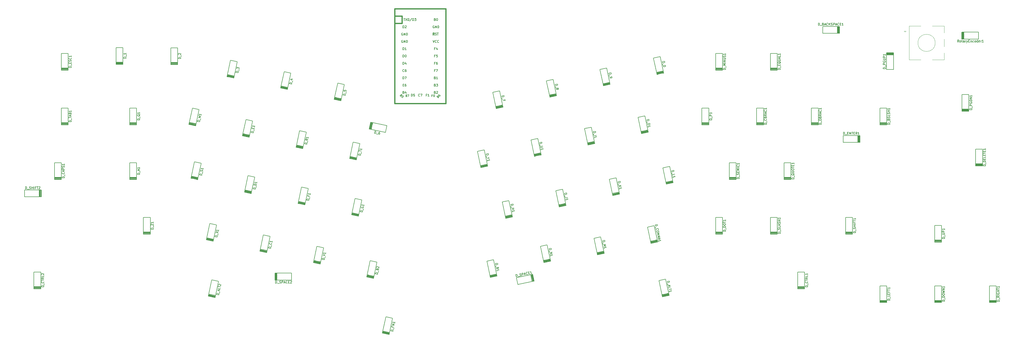
<source format=gto>
G04 #@! TF.GenerationSoftware,KiCad,Pcbnew,(5.1.10)-1*
G04 #@! TF.CreationDate,2021-10-05T17:03:10+03:00*
G04 #@! TF.ProjectId,kolibri,6b6f6c69-6272-4692-9e6b-696361645f70,rev?*
G04 #@! TF.SameCoordinates,Original*
G04 #@! TF.FileFunction,Legend,Top*
G04 #@! TF.FilePolarity,Positive*
%FSLAX46Y46*%
G04 Gerber Fmt 4.6, Leading zero omitted, Abs format (unit mm)*
G04 Created by KiCad (PCBNEW (5.1.10)-1) date 2021-10-05 17:03:10*
%MOMM*%
%LPD*%
G01*
G04 APERTURE LIST*
%ADD10C,0.200000*%
%ADD11C,0.381000*%
%ADD12C,0.150000*%
%ADD13C,0.120000*%
%ADD14C,3.987800*%
%ADD15C,1.750000*%
%ADD16C,0.100000*%
%ADD17C,1.600000*%
%ADD18R,1.600000X1.600000*%
%ADD19R,1.200000X1.200000*%
%ADD20C,3.048000*%
%ADD21R,1.752600X1.752600*%
%ADD22C,1.752600*%
%ADD23C,2.000000*%
%ADD24R,2.000000X2.000000*%
G04 APERTURE END LIST*
D10*
X242103224Y-234375792D02*
X244450778Y-234874780D01*
X242066839Y-234546968D02*
X244414393Y-235045956D01*
X242030455Y-234718143D02*
X244378009Y-235217131D01*
X244294844Y-235608391D02*
X241947290Y-235109402D01*
X241994070Y-234889319D02*
X244341624Y-235388307D01*
X241968081Y-235011588D02*
X244315635Y-235510576D01*
X241952488Y-235084949D02*
X243158376Y-229411693D01*
X243158376Y-229411693D02*
X245505930Y-229910681D01*
X245505930Y-229910681D02*
X244300042Y-235583937D01*
X344061679Y-158348978D02*
X345267567Y-164022234D01*
X341714125Y-158847966D02*
X344061679Y-158348978D01*
X342920013Y-164521222D02*
X341714125Y-158847966D01*
X342904420Y-164447861D02*
X345251974Y-163948873D01*
X342878431Y-164325592D02*
X345225985Y-163826604D01*
X345272765Y-164046687D02*
X342925211Y-164545676D01*
X342842046Y-164154416D02*
X345189600Y-163655428D01*
X342805662Y-163983241D02*
X345153216Y-163484253D01*
X342769277Y-163812065D02*
X345116831Y-163313077D01*
X157100000Y-155200000D02*
X157100000Y-161000000D01*
X154700000Y-155200000D02*
X157100000Y-155200000D01*
X154700000Y-161000000D02*
X154700000Y-155200000D01*
X154700000Y-160925000D02*
X157100000Y-160925000D01*
X154700000Y-160800000D02*
X157100000Y-160800000D01*
X157100000Y-161025000D02*
X154700000Y-161025000D01*
X154700000Y-160625000D02*
X157100000Y-160625000D01*
X154700000Y-160450000D02*
X157100000Y-160450000D01*
X154700000Y-160275000D02*
X157100000Y-160275000D01*
X173750000Y-160385000D02*
X176150000Y-160385000D01*
X173750000Y-160560000D02*
X176150000Y-160560000D01*
X173750000Y-160735000D02*
X176150000Y-160735000D01*
X176150000Y-161135000D02*
X173750000Y-161135000D01*
X173750000Y-160910000D02*
X176150000Y-160910000D01*
X173750000Y-161035000D02*
X176150000Y-161035000D01*
X173750000Y-161110000D02*
X173750000Y-155310000D01*
X173750000Y-155310000D02*
X176150000Y-155310000D01*
X176150000Y-155310000D02*
X176150000Y-161110000D01*
X193505574Y-164576650D02*
X195853128Y-165075638D01*
X193469189Y-164747826D02*
X195816743Y-165246814D01*
X193432805Y-164919001D02*
X195780359Y-165417989D01*
X195697194Y-165809249D02*
X193349640Y-165310260D01*
X193396420Y-165090177D02*
X195743974Y-165589165D01*
X193370431Y-165212446D02*
X195717985Y-165711434D01*
X193354838Y-165285807D02*
X194560726Y-159612551D01*
X194560726Y-159612551D02*
X196908280Y-160111539D01*
X196908280Y-160111539D02*
X195702392Y-165784795D01*
X215541992Y-164072255D02*
X214336104Y-169745511D01*
X213194438Y-163573267D02*
X215541992Y-164072255D01*
X211988550Y-169246523D02*
X213194438Y-163573267D01*
X212004143Y-169173162D02*
X214351697Y-169672150D01*
X212030132Y-169050893D02*
X214377686Y-169549881D01*
X214330906Y-169769965D02*
X211983352Y-169270976D01*
X212066517Y-168879717D02*
X214414071Y-169378705D01*
X212102901Y-168708542D02*
X214450455Y-169207530D01*
X212139286Y-168537366D02*
X214486840Y-169036354D01*
X234175703Y-168032973D02*
X232969815Y-173706229D01*
X231828149Y-167533985D02*
X234175703Y-168032973D01*
X230622261Y-173207241D02*
X231828149Y-167533985D01*
X230637854Y-173133880D02*
X232985408Y-173632868D01*
X230663843Y-173011611D02*
X233011397Y-173510599D01*
X232964617Y-173730683D02*
X230617063Y-173231694D01*
X230700228Y-172840435D02*
X233047782Y-173339423D01*
X230736612Y-172669260D02*
X233084166Y-173168248D01*
X230772997Y-172498084D02*
X233120551Y-172997072D01*
X244024208Y-181353224D02*
X243525220Y-183700778D01*
X243853032Y-181316839D02*
X243354044Y-183664393D01*
X243681857Y-181280455D02*
X243182869Y-183628009D01*
X242791609Y-183544844D02*
X243290598Y-181197290D01*
X243510681Y-181244070D02*
X243011693Y-183591624D01*
X243388412Y-181218081D02*
X242889424Y-183565635D01*
X243315051Y-181202488D02*
X248988307Y-182408376D01*
X248988307Y-182408376D02*
X248489319Y-184755930D01*
X248489319Y-184755930D02*
X242816063Y-183550042D01*
X286868142Y-175694219D02*
X289215696Y-175195231D01*
X286904527Y-175865395D02*
X289252081Y-175366407D01*
X286940911Y-176036570D02*
X289288465Y-175537582D01*
X289371630Y-175928841D02*
X287024076Y-176427830D01*
X286977296Y-176207746D02*
X289324850Y-175708758D01*
X287003285Y-176330015D02*
X289350839Y-175831027D01*
X287018878Y-176403376D02*
X285812990Y-170730120D01*
X285812990Y-170730120D02*
X288160544Y-170231132D01*
X288160544Y-170231132D02*
X289366432Y-175904388D01*
X305501853Y-171733501D02*
X307849407Y-171234513D01*
X305538238Y-171904677D02*
X307885792Y-171405689D01*
X305574622Y-172075852D02*
X307922176Y-171576864D01*
X308005341Y-171968123D02*
X305657787Y-172467112D01*
X305611007Y-172247028D02*
X307958561Y-171748040D01*
X305636996Y-172369297D02*
X307984550Y-171870309D01*
X305652589Y-172442658D02*
X304446701Y-166769402D01*
X304446701Y-166769402D02*
X306794255Y-166270414D01*
X306794255Y-166270414D02*
X308000143Y-171943670D01*
X324135565Y-167772783D02*
X326483119Y-167273795D01*
X324171950Y-167943959D02*
X326519504Y-167444971D01*
X324208334Y-168115134D02*
X326555888Y-167616146D01*
X326639053Y-168007405D02*
X324291499Y-168506394D01*
X324244719Y-168286310D02*
X326592273Y-167787322D01*
X324270708Y-168408579D02*
X326618262Y-167909591D01*
X324286301Y-168481940D02*
X323080413Y-162808684D01*
X323080413Y-162808684D02*
X325427967Y-162309696D01*
X325427967Y-162309696D02*
X326633855Y-167982952D01*
X159472500Y-200427500D02*
X161872500Y-200427500D01*
X159472500Y-200602500D02*
X161872500Y-200602500D01*
X159472500Y-200777500D02*
X161872500Y-200777500D01*
X161872500Y-201177500D02*
X159472500Y-201177500D01*
X159472500Y-200952500D02*
X161872500Y-200952500D01*
X159472500Y-201077500D02*
X161872500Y-201077500D01*
X159472500Y-201152500D02*
X159472500Y-195352500D01*
X159472500Y-195352500D02*
X161872500Y-195352500D01*
X161872500Y-195352500D02*
X161872500Y-201152500D01*
X345929267Y-235854364D02*
X347135155Y-241527620D01*
X343581713Y-236353352D02*
X345929267Y-235854364D01*
X344787601Y-242026608D02*
X343581713Y-236353352D01*
X344772008Y-241953247D02*
X347119562Y-241454259D01*
X344746019Y-241830978D02*
X347093573Y-241331990D01*
X347140353Y-241552073D02*
X344792799Y-242051062D01*
X344709634Y-241659802D02*
X347057188Y-241160814D01*
X344673250Y-241488627D02*
X347020804Y-240989639D01*
X344636865Y-241317451D02*
X346984419Y-240818463D01*
X190382264Y-236626744D02*
X189176376Y-242300000D01*
X188034710Y-236127756D02*
X190382264Y-236626744D01*
X186828822Y-241801012D02*
X188034710Y-236127756D01*
X186844415Y-241727651D02*
X189191969Y-242226639D01*
X186870404Y-241605382D02*
X189217958Y-242104370D01*
X189171178Y-242324454D02*
X186823624Y-241825465D01*
X186906789Y-241434206D02*
X189254343Y-241933194D01*
X186943173Y-241263031D02*
X189290727Y-241762019D01*
X186979558Y-241091855D02*
X189327112Y-241590843D01*
X286067413Y-229102804D02*
X287273301Y-234776060D01*
X283719859Y-229601792D02*
X286067413Y-229102804D01*
X284925747Y-235275048D02*
X283719859Y-229601792D01*
X284910154Y-235201687D02*
X287257708Y-234702699D01*
X284884165Y-235079418D02*
X287231719Y-234580430D01*
X287278499Y-234800513D02*
X284930945Y-235299502D01*
X284847780Y-234908242D02*
X287195334Y-234409254D01*
X284811396Y-234737067D02*
X287158950Y-234238079D01*
X284775011Y-234565891D02*
X287122565Y-234066903D01*
X400582500Y-147800000D02*
X406382500Y-147800000D01*
X400582500Y-150200000D02*
X400582500Y-147800000D01*
X406382500Y-150200000D02*
X400582500Y-150200000D01*
X406307500Y-150200000D02*
X406307500Y-147800000D01*
X406182500Y-150200000D02*
X406182500Y-147800000D01*
X406407500Y-147800000D02*
X406407500Y-150200000D01*
X406007500Y-150200000D02*
X406007500Y-147800000D01*
X405832500Y-150200000D02*
X405832500Y-147800000D01*
X405657500Y-150200000D02*
X405657500Y-147800000D01*
X422857500Y-176302500D02*
X422857500Y-182102500D01*
X420457500Y-176302500D02*
X422857500Y-176302500D01*
X420457500Y-182102500D02*
X420457500Y-176302500D01*
X420457500Y-182027500D02*
X422857500Y-182027500D01*
X420457500Y-181902500D02*
X422857500Y-181902500D01*
X422857500Y-182127500D02*
X420457500Y-182127500D01*
X420457500Y-181727500D02*
X422857500Y-181727500D01*
X420457500Y-181552500D02*
X422857500Y-181552500D01*
X420457500Y-181377500D02*
X422857500Y-181377500D01*
X204915560Y-225428682D02*
X207263114Y-225927670D01*
X204879175Y-225599858D02*
X207226729Y-226098846D01*
X204842791Y-225771033D02*
X207190345Y-226270021D01*
X207107180Y-226661281D02*
X204759626Y-226162292D01*
X204806406Y-225942209D02*
X207153960Y-226441197D01*
X204780417Y-226064478D02*
X207127971Y-226563466D01*
X204764824Y-226137839D02*
X205970712Y-220464583D01*
X205970712Y-220464583D02*
X208318266Y-220963571D01*
X208318266Y-220963571D02*
X207112378Y-226636827D01*
X133278750Y-200427500D02*
X135678750Y-200427500D01*
X133278750Y-200602500D02*
X135678750Y-200602500D01*
X133278750Y-200777500D02*
X135678750Y-200777500D01*
X135678750Y-201177500D02*
X133278750Y-201177500D01*
X133278750Y-200952500D02*
X135678750Y-200952500D01*
X133278750Y-201077500D02*
X135678750Y-201077500D01*
X133278750Y-201152500D02*
X133278750Y-195352500D01*
X133278750Y-195352500D02*
X135678750Y-195352500D01*
X135678750Y-195352500D02*
X135678750Y-201152500D01*
X377595000Y-181377500D02*
X379995000Y-181377500D01*
X377595000Y-181552500D02*
X379995000Y-181552500D01*
X377595000Y-181727500D02*
X379995000Y-181727500D01*
X379995000Y-182127500D02*
X377595000Y-182127500D01*
X377595000Y-181902500D02*
X379995000Y-181902500D01*
X377595000Y-182027500D02*
X379995000Y-182027500D01*
X377595000Y-182102500D02*
X377595000Y-176302500D01*
X377595000Y-176302500D02*
X379995000Y-176302500D01*
X379995000Y-176302500D02*
X379995000Y-182102500D01*
X340676147Y-222683739D02*
X343023701Y-222184751D01*
X340712532Y-222854915D02*
X343060086Y-222355927D01*
X340748916Y-223026090D02*
X343096470Y-222527102D01*
X343179635Y-222918361D02*
X340832081Y-223417350D01*
X340785301Y-223197266D02*
X343132855Y-222698278D01*
X340811290Y-223319535D02*
X343158844Y-222820547D01*
X340826883Y-223392896D02*
X339620995Y-217719640D01*
X339620995Y-217719640D02*
X341968549Y-217220652D01*
X341968549Y-217220652D02*
X343174437Y-222893908D01*
X394282500Y-233452500D02*
X394282500Y-239252500D01*
X391882500Y-233452500D02*
X394282500Y-233452500D01*
X391882500Y-239252500D02*
X391882500Y-233452500D01*
X391882500Y-239177500D02*
X394282500Y-239177500D01*
X391882500Y-239052500D02*
X394282500Y-239052500D01*
X394282500Y-239277500D02*
X391882500Y-239277500D01*
X391882500Y-238877500D02*
X394282500Y-238877500D01*
X391882500Y-238702500D02*
X394282500Y-238702500D01*
X391882500Y-238527500D02*
X394282500Y-238527500D01*
X128535000Y-233452500D02*
X128535000Y-239252500D01*
X126135000Y-233452500D02*
X128535000Y-233452500D01*
X126135000Y-239252500D02*
X126135000Y-233452500D01*
X126135000Y-239177500D02*
X128535000Y-239177500D01*
X126135000Y-239052500D02*
X128535000Y-239052500D01*
X128535000Y-239277500D02*
X126135000Y-239277500D01*
X126135000Y-238877500D02*
X128535000Y-238877500D01*
X126135000Y-238702500D02*
X128535000Y-238702500D01*
X126135000Y-238527500D02*
X128535000Y-238527500D01*
X202962128Y-200349500D02*
X201756240Y-206022756D01*
X200614574Y-199850512D02*
X202962128Y-200349500D01*
X199408686Y-205523768D02*
X200614574Y-199850512D01*
X199424279Y-205450407D02*
X201771833Y-205949395D01*
X199450268Y-205328138D02*
X201797822Y-205827126D01*
X201751042Y-206047210D02*
X199403488Y-205548221D01*
X199486653Y-205156962D02*
X201834207Y-205655950D01*
X199523037Y-204985787D02*
X201870591Y-205484775D01*
X199559422Y-204814611D02*
X201906976Y-205313599D01*
X456195000Y-190590000D02*
X456195000Y-196390000D01*
X453795000Y-190590000D02*
X456195000Y-190590000D01*
X453795000Y-196390000D02*
X453795000Y-190590000D01*
X453795000Y-196315000D02*
X456195000Y-196315000D01*
X453795000Y-196190000D02*
X456195000Y-196190000D01*
X456195000Y-196415000D02*
X453795000Y-196415000D01*
X453795000Y-196015000D02*
X456195000Y-196015000D01*
X453795000Y-195840000D02*
X456195000Y-195840000D01*
X453795000Y-195665000D02*
X456195000Y-195665000D01*
X365707500Y-214402500D02*
X365707500Y-220202500D01*
X363307500Y-214402500D02*
X365707500Y-214402500D01*
X363307500Y-220202500D02*
X363307500Y-214402500D01*
X363307500Y-220127500D02*
X365707500Y-220127500D01*
X363307500Y-220002500D02*
X365707500Y-220002500D01*
X365707500Y-220227500D02*
X363307500Y-220227500D01*
X363307500Y-219827500D02*
X365707500Y-219827500D01*
X363307500Y-219652500D02*
X365707500Y-219652500D01*
X363307500Y-219477500D02*
X365707500Y-219477500D01*
X441907500Y-238215000D02*
X441907500Y-244015000D01*
X439507500Y-238215000D02*
X441907500Y-238215000D01*
X439507500Y-244015000D02*
X439507500Y-238215000D01*
X439507500Y-243940000D02*
X441907500Y-243940000D01*
X439507500Y-243815000D02*
X441907500Y-243815000D01*
X441907500Y-244040000D02*
X439507500Y-244040000D01*
X439507500Y-243640000D02*
X441907500Y-243640000D01*
X439507500Y-243465000D02*
X441907500Y-243465000D01*
X439507500Y-243290000D02*
X441907500Y-243290000D01*
X198861712Y-185190720D02*
X201209266Y-185689708D01*
X198825327Y-185361896D02*
X201172881Y-185860884D01*
X198788943Y-185533071D02*
X201136497Y-186032059D01*
X201053332Y-186423319D02*
X198705778Y-185924330D01*
X198752558Y-185704247D02*
X201100112Y-186203235D01*
X198726569Y-185826516D02*
X201074123Y-186325504D01*
X198710976Y-185899877D02*
X199916864Y-180226621D01*
X199916864Y-180226621D02*
X202264418Y-180725609D01*
X202264418Y-180725609D02*
X201058530Y-186398865D01*
X412801250Y-188200000D02*
X412801250Y-185800000D01*
X412976250Y-188200000D02*
X412976250Y-185800000D01*
X413151250Y-188200000D02*
X413151250Y-185800000D01*
X413551250Y-185800000D02*
X413551250Y-188200000D01*
X413326250Y-188200000D02*
X413326250Y-185800000D01*
X413451250Y-188200000D02*
X413451250Y-185800000D01*
X413526250Y-188200000D02*
X407726250Y-188200000D01*
X407726250Y-188200000D02*
X407726250Y-185800000D01*
X407726250Y-185800000D02*
X413526250Y-185800000D01*
X384757500Y-157252500D02*
X384757500Y-163052500D01*
X382357500Y-157252500D02*
X384757500Y-157252500D01*
X382357500Y-163052500D02*
X382357500Y-157252500D01*
X382357500Y-162977500D02*
X384757500Y-162977500D01*
X382357500Y-162852500D02*
X384757500Y-162852500D01*
X384757500Y-163077500D02*
X382357500Y-163077500D01*
X382357500Y-162677500D02*
X384757500Y-162677500D01*
X382357500Y-162502500D02*
X384757500Y-162502500D01*
X382357500Y-162327500D02*
X384757500Y-162327500D01*
X138060000Y-157252500D02*
X138060000Y-163052500D01*
X135660000Y-157252500D02*
X138060000Y-157252500D01*
X135660000Y-163052500D02*
X135660000Y-157252500D01*
X135660000Y-162977500D02*
X138060000Y-162977500D01*
X135660000Y-162852500D02*
X138060000Y-162852500D01*
X138060000Y-163077500D02*
X135660000Y-163077500D01*
X135660000Y-162677500D02*
X138060000Y-162677500D01*
X135660000Y-162502500D02*
X138060000Y-162502500D01*
X135660000Y-162327500D02*
X138060000Y-162327500D01*
X218193134Y-208775329D02*
X220540688Y-209274317D01*
X218156749Y-208946505D02*
X220504303Y-209445493D01*
X218120365Y-209117680D02*
X220467919Y-209616668D01*
X220384754Y-210007928D02*
X218037200Y-209508939D01*
X218083980Y-209288856D02*
X220431534Y-209787844D01*
X218057991Y-209411125D02*
X220405545Y-209910113D01*
X218042398Y-209484486D02*
X219248286Y-203811230D01*
X219248286Y-203811230D02*
X221595840Y-204310218D01*
X221595840Y-204310218D02*
X220389952Y-209983474D01*
X247539121Y-253964188D02*
X249886675Y-254463176D01*
X247502736Y-254135364D02*
X249850290Y-254634352D01*
X247466352Y-254306539D02*
X249813906Y-254805527D01*
X249730741Y-255196787D02*
X247383187Y-254697798D01*
X247429967Y-254477715D02*
X249777521Y-254976703D01*
X247403978Y-254599984D02*
X249751532Y-255098972D01*
X247388385Y-254673345D02*
X248594273Y-249000089D01*
X248594273Y-249000089D02*
X250941827Y-249499077D01*
X250941827Y-249499077D02*
X249735939Y-255172333D01*
X236826845Y-212736046D02*
X239174399Y-213235034D01*
X236790460Y-212907222D02*
X239138014Y-213406210D01*
X236754076Y-213078397D02*
X239101630Y-213577385D01*
X239018465Y-213968645D02*
X236670911Y-213469656D01*
X236717691Y-213249573D02*
X239065245Y-213748561D01*
X236691702Y-213371842D02*
X239039256Y-213870830D01*
X236676109Y-213445203D02*
X237881997Y-207771947D01*
X237881997Y-207771947D02*
X240229551Y-208270935D01*
X240229551Y-208270935D02*
X239023663Y-213944191D01*
X291423551Y-208488734D02*
X292629439Y-214161990D01*
X289075997Y-208987722D02*
X291423551Y-208488734D01*
X290281885Y-214660978D02*
X289075997Y-208987722D01*
X290266292Y-214587617D02*
X292613846Y-214088629D01*
X290240303Y-214465348D02*
X292587857Y-213966360D01*
X292634637Y-214186443D02*
X290287083Y-214685432D01*
X290203918Y-214294172D02*
X292551472Y-213795184D01*
X290167534Y-214122997D02*
X292515088Y-213624009D01*
X290131149Y-213951821D02*
X292478703Y-213452833D01*
X320071829Y-182923766D02*
X321277717Y-188597022D01*
X317724275Y-183422754D02*
X320071829Y-182923766D01*
X318930163Y-189096010D02*
X317724275Y-183422754D01*
X318914570Y-189022649D02*
X321262124Y-188523661D01*
X318888581Y-188900380D02*
X321236135Y-188401392D01*
X321282915Y-188621475D02*
X318935361Y-189120464D01*
X318852196Y-188729204D02*
X321199750Y-188230216D01*
X318815812Y-188558029D02*
X321163366Y-188059041D01*
X318779427Y-188386853D02*
X321126981Y-187887865D01*
X310057263Y-204528016D02*
X311263151Y-210201272D01*
X307709709Y-205027004D02*
X310057263Y-204528016D01*
X308915597Y-210700260D02*
X307709709Y-205027004D01*
X308900004Y-210626899D02*
X311247558Y-210127911D01*
X308874015Y-210504630D02*
X311221569Y-210005642D01*
X311268349Y-210225725D02*
X308920795Y-210724714D01*
X308837630Y-210333454D02*
X311185184Y-209834466D01*
X308801246Y-210162279D02*
X311148800Y-209663291D01*
X308764861Y-209991103D02*
X311112415Y-209492115D01*
X327398573Y-206030385D02*
X329746127Y-205531397D01*
X327434958Y-206201561D02*
X329782512Y-205702573D01*
X327471342Y-206372736D02*
X329818896Y-205873748D01*
X329902061Y-206265007D02*
X327554507Y-206763996D01*
X327507727Y-206543912D02*
X329855281Y-206044924D01*
X327533716Y-206666181D02*
X329881270Y-206167193D01*
X327549309Y-206739542D02*
X326343421Y-201066286D01*
X326343421Y-201066286D02*
X328690975Y-200567298D01*
X328690975Y-200567298D02*
X329896863Y-206240554D01*
X346032285Y-202069667D02*
X348379839Y-201570679D01*
X346068670Y-202240843D02*
X348416224Y-201741855D01*
X346105054Y-202412018D02*
X348452608Y-201913030D01*
X348535773Y-202304289D02*
X346188219Y-202803278D01*
X346141439Y-202583194D02*
X348488993Y-202084206D01*
X346167428Y-202705463D02*
X348514982Y-202206475D01*
X346183021Y-202778824D02*
X344977133Y-197105568D01*
X344977133Y-197105568D02*
X347324687Y-196606580D01*
X347324687Y-196606580D02*
X348530575Y-202279836D01*
X420457500Y-243290000D02*
X422857500Y-243290000D01*
X420457500Y-243465000D02*
X422857500Y-243465000D01*
X420457500Y-243640000D02*
X422857500Y-243640000D01*
X422857500Y-244040000D02*
X420457500Y-244040000D01*
X420457500Y-243815000D02*
X422857500Y-243815000D01*
X420457500Y-243940000D02*
X422857500Y-243940000D01*
X420457500Y-244015000D02*
X420457500Y-238215000D01*
X420457500Y-238215000D02*
X422857500Y-238215000D01*
X422857500Y-238215000D02*
X422857500Y-244015000D01*
X322042435Y-226644457D02*
X324389989Y-226145469D01*
X322078820Y-226815633D02*
X324426374Y-226316645D01*
X322115204Y-226986808D02*
X324462758Y-226487820D01*
X324545923Y-226879079D02*
X322198369Y-227378068D01*
X322151589Y-227157984D02*
X324499143Y-226658996D01*
X322177578Y-227280253D02*
X324525132Y-226781265D01*
X322193171Y-227353614D02*
X320987283Y-221680358D01*
X320987283Y-221680358D02*
X323334837Y-221181370D01*
X323334837Y-221181370D02*
X324540725Y-226854626D01*
X365707500Y-157252500D02*
X365707500Y-163052500D01*
X363307500Y-157252500D02*
X365707500Y-157252500D01*
X363307500Y-163052500D02*
X363307500Y-157252500D01*
X363307500Y-162977500D02*
X365707500Y-162977500D01*
X363307500Y-162852500D02*
X365707500Y-162852500D01*
X365707500Y-163077500D02*
X363307500Y-163077500D01*
X363307500Y-162677500D02*
X365707500Y-162677500D01*
X363307500Y-162502500D02*
X365707500Y-162502500D01*
X363307500Y-162327500D02*
X365707500Y-162327500D01*
X303408723Y-229374780D02*
X305756277Y-228875792D01*
X303445108Y-229545956D02*
X305792662Y-229046968D01*
X303481492Y-229717131D02*
X305829046Y-229218143D01*
X305912211Y-229609402D02*
X303564657Y-230108391D01*
X303517877Y-229888307D02*
X305865431Y-229389319D01*
X303543866Y-230010576D02*
X305891420Y-229511588D01*
X303559459Y-230083937D02*
X302353571Y-224410681D01*
X302353571Y-224410681D02*
X304701125Y-223911693D01*
X304701125Y-223911693D02*
X305907013Y-229584949D01*
X338705541Y-178963048D02*
X339911429Y-184636304D01*
X336357987Y-179462036D02*
X338705541Y-178963048D01*
X337563875Y-185135292D02*
X336357987Y-179462036D01*
X337548282Y-185061931D02*
X339895836Y-184562943D01*
X337522293Y-184939662D02*
X339869847Y-184440674D01*
X339916627Y-184660757D02*
X337569073Y-185159746D01*
X337485908Y-184768486D02*
X339833462Y-184269498D01*
X337449524Y-184597311D02*
X339797078Y-184098323D01*
X337413139Y-184426135D02*
X339760693Y-183927147D01*
X396645000Y-181377500D02*
X399045000Y-181377500D01*
X396645000Y-181552500D02*
X399045000Y-181552500D01*
X396645000Y-181727500D02*
X399045000Y-181727500D01*
X399045000Y-182127500D02*
X396645000Y-182127500D01*
X396645000Y-181902500D02*
X399045000Y-181902500D01*
X396645000Y-182027500D02*
X399045000Y-182027500D01*
X396645000Y-182102500D02*
X396645000Y-176302500D01*
X396645000Y-176302500D02*
X399045000Y-176302500D01*
X399045000Y-176302500D02*
X399045000Y-182102500D01*
X360945000Y-176302500D02*
X360945000Y-182102500D01*
X358545000Y-176302500D02*
X360945000Y-176302500D01*
X358545000Y-182102500D02*
X358545000Y-176302500D01*
X358545000Y-182027500D02*
X360945000Y-182027500D01*
X358545000Y-181902500D02*
X360945000Y-181902500D01*
X360945000Y-182127500D02*
X358545000Y-182127500D01*
X358545000Y-181727500D02*
X360945000Y-181727500D01*
X358545000Y-181552500D02*
X360945000Y-181552500D01*
X358545000Y-181377500D02*
X360945000Y-181377500D01*
X451432500Y-171540000D02*
X451432500Y-177340000D01*
X449032500Y-171540000D02*
X451432500Y-171540000D01*
X449032500Y-177340000D02*
X449032500Y-171540000D01*
X449032500Y-177265000D02*
X451432500Y-177265000D01*
X449032500Y-177140000D02*
X451432500Y-177140000D01*
X451432500Y-177365000D02*
X449032500Y-177365000D01*
X449032500Y-176965000D02*
X451432500Y-176965000D01*
X449032500Y-176790000D02*
X451432500Y-176790000D01*
X449032500Y-176615000D02*
X451432500Y-176615000D01*
X422800000Y-162800000D02*
X422800000Y-157000000D01*
X425200000Y-162800000D02*
X422800000Y-162800000D01*
X425200000Y-157000000D02*
X425200000Y-162800000D01*
X425200000Y-157075000D02*
X422800000Y-157075000D01*
X425200000Y-157200000D02*
X422800000Y-157200000D01*
X422800000Y-156975000D02*
X425200000Y-156975000D01*
X425200000Y-157375000D02*
X422800000Y-157375000D01*
X425200000Y-157550000D02*
X422800000Y-157550000D01*
X425200000Y-157725000D02*
X422800000Y-157725000D01*
X159472500Y-181377500D02*
X161872500Y-181377500D01*
X159472500Y-181552500D02*
X161872500Y-181552500D01*
X159472500Y-181727500D02*
X161872500Y-181727500D01*
X161872500Y-182127500D02*
X159472500Y-182127500D01*
X159472500Y-181902500D02*
X161872500Y-181902500D01*
X159472500Y-182027500D02*
X161872500Y-182027500D01*
X159472500Y-182102500D02*
X159472500Y-176302500D01*
X159472500Y-176302500D02*
X161872500Y-176302500D01*
X161872500Y-176302500D02*
X161872500Y-182102500D01*
X389520000Y-195352500D02*
X389520000Y-201152500D01*
X387120000Y-195352500D02*
X389520000Y-195352500D01*
X387120000Y-201152500D02*
X387120000Y-195352500D01*
X387120000Y-201077500D02*
X389520000Y-201077500D01*
X387120000Y-200952500D02*
X389520000Y-200952500D01*
X389520000Y-201177500D02*
X387120000Y-201177500D01*
X387120000Y-200777500D02*
X389520000Y-200777500D01*
X387120000Y-200602500D02*
X389520000Y-200602500D01*
X387120000Y-200427500D02*
X389520000Y-200427500D01*
X217495424Y-189151438D02*
X219842978Y-189650426D01*
X217459039Y-189322614D02*
X219806593Y-189821602D01*
X217422655Y-189493789D02*
X219770209Y-189992777D01*
X219687044Y-190384037D02*
X217339490Y-189885048D01*
X217386270Y-189664965D02*
X219733824Y-190163953D01*
X217360281Y-189787234D02*
X219707835Y-190286222D01*
X217344688Y-189860595D02*
X218550576Y-184187339D01*
X218550576Y-184187339D02*
X220898130Y-184686327D01*
X220898130Y-184686327D02*
X219692242Y-190359583D01*
X458557500Y-243290000D02*
X460957500Y-243290000D01*
X458557500Y-243465000D02*
X460957500Y-243465000D01*
X458557500Y-243640000D02*
X460957500Y-243640000D01*
X460957500Y-244040000D02*
X458557500Y-244040000D01*
X458557500Y-243815000D02*
X460957500Y-243815000D01*
X458557500Y-243940000D02*
X460957500Y-243940000D01*
X458557500Y-244015000D02*
X458557500Y-238215000D01*
X458557500Y-238215000D02*
X460957500Y-238215000D01*
X460957500Y-238215000D02*
X460957500Y-244015000D01*
X184328416Y-195510681D02*
X183122528Y-201183937D01*
X181980862Y-195011693D02*
X184328416Y-195510681D01*
X180774974Y-200684949D02*
X181980862Y-195011693D01*
X180790567Y-200611588D02*
X183138121Y-201110576D01*
X180816556Y-200489319D02*
X183164110Y-200988307D01*
X183117330Y-201208391D02*
X180769776Y-200709402D01*
X180852941Y-200318143D02*
X183200495Y-200817131D01*
X180889325Y-200146968D02*
X183236879Y-200645956D01*
X180925710Y-199975792D02*
X183273264Y-200474780D01*
X370470000Y-195352500D02*
X370470000Y-201152500D01*
X368070000Y-195352500D02*
X370470000Y-195352500D01*
X368070000Y-201152500D02*
X368070000Y-195352500D01*
X368070000Y-201077500D02*
X370470000Y-201077500D01*
X368070000Y-200952500D02*
X370470000Y-200952500D01*
X370470000Y-201177500D02*
X368070000Y-201177500D01*
X368070000Y-200777500D02*
X370470000Y-200777500D01*
X368070000Y-200602500D02*
X370470000Y-200602500D01*
X368070000Y-200427500D02*
X370470000Y-200427500D01*
X410951250Y-214402500D02*
X410951250Y-220202500D01*
X408551250Y-214402500D02*
X410951250Y-214402500D01*
X408551250Y-220202500D02*
X408551250Y-214402500D01*
X408551250Y-220127500D02*
X410951250Y-220127500D01*
X408551250Y-220002500D02*
X410951250Y-220002500D01*
X410951250Y-220227500D02*
X408551250Y-220227500D01*
X408551250Y-219827500D02*
X410951250Y-219827500D01*
X408551250Y-219652500D02*
X410951250Y-219652500D01*
X408551250Y-219477500D02*
X410951250Y-219477500D01*
X128003750Y-207200000D02*
X128003750Y-204800000D01*
X128178750Y-207200000D02*
X128178750Y-204800000D01*
X128353750Y-207200000D02*
X128353750Y-204800000D01*
X128753750Y-204800000D02*
X128753750Y-207200000D01*
X128528750Y-207200000D02*
X128528750Y-204800000D01*
X128653750Y-207200000D02*
X128653750Y-204800000D01*
X128728750Y-207200000D02*
X122928750Y-207200000D01*
X122928750Y-207200000D02*
X122928750Y-204800000D01*
X122928750Y-204800000D02*
X128728750Y-204800000D01*
X384757500Y-214402500D02*
X384757500Y-220202500D01*
X382357500Y-214402500D02*
X384757500Y-214402500D01*
X382357500Y-220202500D02*
X382357500Y-214402500D01*
X382357500Y-220127500D02*
X384757500Y-220127500D01*
X382357500Y-220002500D02*
X384757500Y-220002500D01*
X384757500Y-220227500D02*
X382357500Y-220227500D01*
X382357500Y-219827500D02*
X384757500Y-219827500D01*
X382357500Y-219652500D02*
X384757500Y-219652500D01*
X382357500Y-219477500D02*
X384757500Y-219477500D01*
X294002699Y-235408376D02*
X299675955Y-234202488D01*
X294501687Y-237755930D02*
X294002699Y-235408376D01*
X300174943Y-236550042D02*
X294501687Y-237755930D01*
X300101582Y-236565635D02*
X299602594Y-234218081D01*
X299979313Y-236591624D02*
X299480325Y-234244070D01*
X299700408Y-234197290D02*
X300199397Y-236544844D01*
X299808137Y-236628009D02*
X299309149Y-234280455D01*
X299636962Y-236664393D02*
X299137974Y-234316839D01*
X299465786Y-236700778D02*
X298966798Y-234353224D01*
X210725000Y-233800000D02*
X210725000Y-236200000D01*
X210550000Y-233800000D02*
X210550000Y-236200000D01*
X210375000Y-233800000D02*
X210375000Y-236200000D01*
X209975000Y-236200000D02*
X209975000Y-233800000D01*
X210200000Y-233800000D02*
X210200000Y-236200000D01*
X210075000Y-233800000D02*
X210075000Y-236200000D01*
X210000000Y-233800000D02*
X215800000Y-233800000D01*
X215800000Y-233800000D02*
X215800000Y-236200000D01*
X215800000Y-236200000D02*
X210000000Y-236200000D01*
X236129135Y-193112156D02*
X238476689Y-193611144D01*
X236092750Y-193283332D02*
X238440304Y-193782320D01*
X236056366Y-193454507D02*
X238403920Y-193953495D01*
X238320755Y-194344755D02*
X235973201Y-193845766D01*
X236019981Y-193625683D02*
X238367535Y-194124671D01*
X235993992Y-193747952D02*
X238341546Y-194246940D01*
X235978399Y-193821313D02*
X237184287Y-188148057D01*
X237184287Y-188148057D02*
X239531841Y-188647045D01*
X239531841Y-188647045D02*
X238325953Y-194320301D01*
X135660000Y-181377500D02*
X138060000Y-181377500D01*
X135660000Y-181552500D02*
X138060000Y-181552500D01*
X135660000Y-181727500D02*
X138060000Y-181727500D01*
X138060000Y-182127500D02*
X135660000Y-182127500D01*
X135660000Y-181902500D02*
X138060000Y-181902500D01*
X135660000Y-182027500D02*
X138060000Y-182027500D01*
X135660000Y-182102500D02*
X135660000Y-176302500D01*
X135660000Y-176302500D02*
X138060000Y-176302500D01*
X138060000Y-176302500D02*
X138060000Y-182102500D01*
X301438117Y-186884483D02*
X302644005Y-192557739D01*
X299090563Y-187383471D02*
X301438117Y-186884483D01*
X300296451Y-193056727D02*
X299090563Y-187383471D01*
X300280858Y-192983366D02*
X302628412Y-192484378D01*
X300254869Y-192861097D02*
X302602423Y-192362109D01*
X302649203Y-192582192D02*
X300301649Y-193081181D01*
X300218484Y-192689921D02*
X302566038Y-192190933D01*
X300182100Y-192518746D02*
X302529654Y-192019758D01*
X300145715Y-192347570D02*
X302493269Y-191848582D01*
X439507500Y-222275000D02*
X441907500Y-222275000D01*
X439507500Y-222450000D02*
X441907500Y-222450000D01*
X439507500Y-222625000D02*
X441907500Y-222625000D01*
X441907500Y-223025000D02*
X439507500Y-223025000D01*
X439507500Y-222800000D02*
X441907500Y-222800000D01*
X439507500Y-222925000D02*
X441907500Y-222925000D01*
X439507500Y-223000000D02*
X439507500Y-217200000D01*
X439507500Y-217200000D02*
X441907500Y-217200000D01*
X441907500Y-217200000D02*
X441907500Y-223000000D01*
X226951978Y-224924289D02*
X225746090Y-230597545D01*
X224604424Y-224425301D02*
X226951978Y-224924289D01*
X223398536Y-230098557D02*
X224604424Y-224425301D01*
X223414129Y-230025196D02*
X225761683Y-230524184D01*
X223440118Y-229902927D02*
X225787672Y-230401915D01*
X225740892Y-230621999D02*
X223393338Y-230123010D01*
X223476503Y-229731751D02*
X225824057Y-230230739D01*
X223512887Y-229560576D02*
X225860441Y-230059564D01*
X223549272Y-229389400D02*
X225896826Y-229888388D01*
X180228000Y-181230002D02*
X182575554Y-181728990D01*
X180191615Y-181401178D02*
X182539169Y-181900166D01*
X180155231Y-181572353D02*
X182502785Y-182071341D01*
X182419620Y-182462601D02*
X180072066Y-181963612D01*
X180118846Y-181743529D02*
X182466400Y-182242517D01*
X180092857Y-181865798D02*
X182440411Y-182364786D01*
X180077264Y-181939159D02*
X181283152Y-176265903D01*
X181283152Y-176265903D02*
X183630706Y-176764891D01*
X183630706Y-176764891D02*
X182424818Y-182438147D01*
X186281848Y-221467964D02*
X188629402Y-221966952D01*
X186245463Y-221639140D02*
X188593017Y-222138128D01*
X186209079Y-221810315D02*
X188556633Y-222309303D01*
X188473468Y-222700563D02*
X186125914Y-222201574D01*
X186172694Y-221981491D02*
X188520248Y-222480479D01*
X186146705Y-222103760D02*
X188494259Y-222602748D01*
X186131112Y-222177121D02*
X187337000Y-216503865D01*
X187337000Y-216503865D02*
X189684554Y-217002853D01*
X189684554Y-217002853D02*
X188478666Y-222676109D01*
X281512004Y-196308288D02*
X283859558Y-195809300D01*
X281548389Y-196479464D02*
X283895943Y-195980476D01*
X281584773Y-196650639D02*
X283932327Y-196151651D01*
X284015492Y-196542910D02*
X281667938Y-197041899D01*
X281621158Y-196821815D02*
X283968712Y-196322827D01*
X281647147Y-196944084D02*
X283994701Y-196445096D01*
X281662740Y-197017445D02*
X280456852Y-191344189D01*
X280456852Y-191344189D02*
X282804406Y-190845201D01*
X282804406Y-190845201D02*
X284010294Y-196518457D01*
X164235000Y-219477500D02*
X166635000Y-219477500D01*
X164235000Y-219652500D02*
X166635000Y-219652500D01*
X164235000Y-219827500D02*
X166635000Y-219827500D01*
X166635000Y-220227500D02*
X164235000Y-220227500D01*
X164235000Y-220002500D02*
X166635000Y-220002500D01*
X164235000Y-220127500D02*
X166635000Y-220127500D01*
X164235000Y-220202500D02*
X164235000Y-214402500D01*
X164235000Y-214402500D02*
X166635000Y-214402500D01*
X166635000Y-214402500D02*
X166635000Y-220202500D01*
D11*
X251660000Y-144160000D02*
X251660000Y-174640000D01*
X251660000Y-174640000D02*
X269440000Y-174640000D01*
X269440000Y-174640000D02*
X269440000Y-144160000D01*
X254200000Y-144160000D02*
X254200000Y-146700000D01*
X254200000Y-146700000D02*
X251660000Y-146700000D01*
D12*
G36*
X265481568Y-150039360D02*
G01*
X265481568Y-150339360D01*
X265381568Y-150339360D01*
X265381568Y-150039360D01*
X265481568Y-150039360D01*
G37*
X265481568Y-150039360D02*
X265481568Y-150339360D01*
X265381568Y-150339360D01*
X265381568Y-150039360D01*
X265481568Y-150039360D01*
G36*
X265281568Y-150439360D02*
G01*
X265281568Y-150539360D01*
X265181568Y-150539360D01*
X265181568Y-150439360D01*
X265281568Y-150439360D01*
G37*
X265281568Y-150439360D02*
X265281568Y-150539360D01*
X265181568Y-150539360D01*
X265181568Y-150439360D01*
X265281568Y-150439360D01*
G36*
X265481568Y-150039360D02*
G01*
X265481568Y-150139360D01*
X264981568Y-150139360D01*
X264981568Y-150039360D01*
X265481568Y-150039360D01*
G37*
X265481568Y-150039360D02*
X265481568Y-150139360D01*
X264981568Y-150139360D01*
X264981568Y-150039360D01*
X265481568Y-150039360D01*
G36*
X265081568Y-150039360D02*
G01*
X265081568Y-150839360D01*
X264981568Y-150839360D01*
X264981568Y-150039360D01*
X265081568Y-150039360D01*
G37*
X265081568Y-150039360D02*
X265081568Y-150839360D01*
X264981568Y-150839360D01*
X264981568Y-150039360D01*
X265081568Y-150039360D01*
G36*
X265481568Y-150639360D02*
G01*
X265481568Y-150839360D01*
X265381568Y-150839360D01*
X265381568Y-150639360D01*
X265481568Y-150639360D01*
G37*
X265481568Y-150639360D02*
X265481568Y-150839360D01*
X265381568Y-150839360D01*
X265381568Y-150639360D01*
X265481568Y-150639360D01*
D11*
X269440000Y-144160000D02*
X269440000Y-141620000D01*
X269440000Y-141620000D02*
X251660000Y-141620000D01*
X251660000Y-141620000D02*
X251660000Y-144160000D01*
X254200000Y-144160000D02*
X251660000Y-144160000D01*
D13*
X439720000Y-153540000D02*
G75*
G03*
X439720000Y-153540000I-3000000J0D01*
G01*
X438720000Y-147640000D02*
X442820000Y-147640000D01*
X442820000Y-159440000D02*
X438720000Y-159440000D01*
X434720000Y-159440000D02*
X430620000Y-159440000D01*
X434720000Y-147640000D02*
X430620000Y-147640000D01*
X430620000Y-147640000D02*
X430620000Y-159440000D01*
X429220000Y-149740000D02*
X428920000Y-149440000D01*
X428920000Y-149440000D02*
X429520000Y-149440000D01*
X429520000Y-149440000D02*
X429220000Y-149740000D01*
X442820000Y-147640000D02*
X442820000Y-150040000D01*
X442820000Y-152240000D02*
X442820000Y-154840000D01*
X442820000Y-157040000D02*
X442820000Y-159440000D01*
X436720000Y-153040000D02*
X436720000Y-154040000D01*
X436220000Y-153540000D02*
X437220000Y-153540000D01*
D10*
X449725000Y-149800000D02*
X449725000Y-152200000D01*
X449550000Y-149800000D02*
X449550000Y-152200000D01*
X449375000Y-149800000D02*
X449375000Y-152200000D01*
X448975000Y-152200000D02*
X448975000Y-149800000D01*
X449200000Y-149800000D02*
X449200000Y-152200000D01*
X449075000Y-149800000D02*
X449075000Y-152200000D01*
X449000000Y-149800000D02*
X454800000Y-149800000D01*
X454800000Y-149800000D02*
X454800000Y-152200000D01*
X454800000Y-152200000D02*
X449000000Y-152200000D01*
D12*
X245717635Y-234142408D02*
X244935117Y-233976078D01*
X244974719Y-233789765D01*
X245035743Y-233685897D01*
X245126109Y-233627212D01*
X245208555Y-233605790D01*
X245365527Y-233600209D01*
X245477315Y-233623971D01*
X245618446Y-233692915D01*
X245685051Y-233746019D01*
X245743735Y-233836385D01*
X245757237Y-233956094D01*
X245717635Y-234142408D01*
X245918887Y-233562044D02*
X246045614Y-232965840D01*
X245656244Y-232415721D02*
X245717268Y-232311853D01*
X245762451Y-232282511D01*
X245844897Y-232261089D01*
X245956685Y-232284850D01*
X246023290Y-232337954D01*
X246052633Y-232383137D01*
X246074055Y-232465583D01*
X246010691Y-232763685D01*
X245228173Y-232597356D01*
X245283616Y-232336517D01*
X245336720Y-232269912D01*
X245381903Y-232240569D01*
X245464349Y-232219147D01*
X245538875Y-232234988D01*
X245605480Y-232288092D01*
X245634822Y-232333275D01*
X245656244Y-232415721D01*
X245600801Y-232676561D01*
X245461107Y-231867942D02*
X245431765Y-231822758D01*
X245410343Y-231740312D01*
X245449946Y-231553999D01*
X245503049Y-231487394D01*
X245548232Y-231458051D01*
X245630678Y-231436629D01*
X245705204Y-231452470D01*
X245809072Y-231513494D01*
X246161180Y-232055693D01*
X246264145Y-231571277D01*
X344812862Y-160136624D02*
X345595380Y-159970294D01*
X345634982Y-160156608D01*
X345621481Y-160276317D01*
X345562796Y-160366683D01*
X345496191Y-160419787D01*
X345355060Y-160488732D01*
X345243272Y-160512493D01*
X345086300Y-160506912D01*
X345003855Y-160485490D01*
X344913488Y-160426805D01*
X344852464Y-160322938D01*
X344812862Y-160136624D01*
X344865063Y-160748669D02*
X344991790Y-161344873D01*
X345920118Y-161498068D02*
X345935959Y-161572593D01*
X345914537Y-161655039D01*
X345885195Y-161700222D01*
X345818590Y-161753326D01*
X345677459Y-161822271D01*
X345491145Y-161861873D01*
X345334174Y-161856292D01*
X345251728Y-161834870D01*
X345206545Y-161805528D01*
X345153441Y-161738923D01*
X345137600Y-161664397D01*
X345159022Y-161581951D01*
X345188364Y-161536768D01*
X345254969Y-161483664D01*
X345396100Y-161414720D01*
X345582414Y-161375118D01*
X345739385Y-161380698D01*
X345821831Y-161402120D01*
X345867014Y-161431463D01*
X345920118Y-161498068D01*
X158186904Y-158895238D02*
X157386904Y-158895238D01*
X157386904Y-158704761D01*
X157425000Y-158590476D01*
X157501190Y-158514285D01*
X157577380Y-158476190D01*
X157729761Y-158438095D01*
X157844047Y-158438095D01*
X157996428Y-158476190D01*
X158072619Y-158514285D01*
X158148809Y-158590476D01*
X158186904Y-158704761D01*
X158186904Y-158895238D01*
X158263095Y-158285714D02*
X158263095Y-157676190D01*
X158186904Y-157066666D02*
X158186904Y-157523809D01*
X158186904Y-157295238D02*
X157386904Y-157295238D01*
X157501190Y-157371428D01*
X157577380Y-157447619D01*
X157615476Y-157523809D01*
X177236904Y-159005238D02*
X176436904Y-159005238D01*
X176436904Y-158814761D01*
X176475000Y-158700476D01*
X176551190Y-158624285D01*
X176627380Y-158586190D01*
X176779761Y-158548095D01*
X176894047Y-158548095D01*
X177046428Y-158586190D01*
X177122619Y-158624285D01*
X177198809Y-158700476D01*
X177236904Y-158814761D01*
X177236904Y-159005238D01*
X177313095Y-158395714D02*
X177313095Y-157786190D01*
X176513095Y-157633809D02*
X176475000Y-157595714D01*
X176436904Y-157519523D01*
X176436904Y-157329047D01*
X176475000Y-157252857D01*
X176513095Y-157214761D01*
X176589285Y-157176666D01*
X176665476Y-157176666D01*
X176779761Y-157214761D01*
X177236904Y-157671904D01*
X177236904Y-157176666D01*
X197203149Y-163952007D02*
X196420631Y-163785677D01*
X196460233Y-163599364D01*
X196521258Y-163495496D01*
X196611624Y-163436811D01*
X196694070Y-163415389D01*
X196851041Y-163409808D01*
X196962830Y-163433570D01*
X197103960Y-163502514D01*
X197170565Y-163555618D01*
X197229250Y-163645984D01*
X197242752Y-163765693D01*
X197203149Y-163952007D01*
X197404402Y-163371643D02*
X197531129Y-162775439D01*
X196697847Y-162481481D02*
X196800813Y-161997065D01*
X197043472Y-162321268D01*
X197067233Y-162209479D01*
X197120337Y-162142874D01*
X197165520Y-162113532D01*
X197247966Y-162092110D01*
X197434280Y-162131712D01*
X197500885Y-162184816D01*
X197530227Y-162229999D01*
X197551649Y-162312445D01*
X197504126Y-162536022D01*
X197451023Y-162602627D01*
X197405839Y-162631969D01*
X215836861Y-167912723D02*
X215054343Y-167746393D01*
X215093945Y-167560080D01*
X215154970Y-167456212D01*
X215245336Y-167397527D01*
X215327782Y-167376105D01*
X215484753Y-167370524D01*
X215596542Y-167394286D01*
X215737672Y-167463230D01*
X215804277Y-167516334D01*
X215862962Y-167606700D01*
X215876464Y-167726409D01*
X215836861Y-167912723D01*
X216038114Y-167332359D02*
X216164841Y-166736155D01*
X215679523Y-166087749D02*
X216201202Y-166198636D01*
X215341819Y-166210700D02*
X215861158Y-166515820D01*
X215964124Y-166031404D01*
X234470572Y-171873441D02*
X233688054Y-171707111D01*
X233727656Y-171520798D01*
X233788681Y-171416930D01*
X233879047Y-171358245D01*
X233961493Y-171336823D01*
X234118464Y-171331242D01*
X234230253Y-171355004D01*
X234371383Y-171423948D01*
X234437988Y-171477052D01*
X234496673Y-171567418D01*
X234510175Y-171687127D01*
X234470572Y-171873441D01*
X234671825Y-171293077D02*
X234798552Y-170696873D01*
X234060315Y-169955761D02*
X233981111Y-170328389D01*
X234345818Y-170444856D01*
X234316476Y-170399673D01*
X234295054Y-170317227D01*
X234334656Y-170130913D01*
X234387760Y-170064308D01*
X234432943Y-170034966D01*
X234515389Y-170013544D01*
X234701703Y-170053146D01*
X234768308Y-170106250D01*
X234797650Y-170151433D01*
X234819072Y-170233879D01*
X234779470Y-170420193D01*
X234726366Y-170486798D01*
X234681183Y-170516140D01*
X244648850Y-185050799D02*
X244815180Y-184268281D01*
X245001493Y-184307883D01*
X245105361Y-184368908D01*
X245164046Y-184459274D01*
X245185468Y-184541720D01*
X245191049Y-184698691D01*
X245167287Y-184810480D01*
X245098343Y-184951610D01*
X245045239Y-185018215D01*
X244954873Y-185076900D01*
X244835164Y-185090402D01*
X244648850Y-185050799D01*
X245229214Y-185252052D02*
X245825418Y-185378779D01*
X246529267Y-184632622D02*
X246380216Y-184600940D01*
X246297770Y-184622362D01*
X246252587Y-184651704D01*
X246154300Y-184747652D01*
X246085355Y-184888782D01*
X246021992Y-185186884D01*
X246043413Y-185269330D01*
X246072756Y-185314513D01*
X246139361Y-185367617D01*
X246288412Y-185399299D01*
X246370858Y-185377877D01*
X246416041Y-185348535D01*
X246469145Y-185281930D01*
X246508747Y-185095616D01*
X246487325Y-185013170D01*
X246457983Y-184967987D01*
X246391378Y-184914883D01*
X246242327Y-184883201D01*
X246159881Y-184904623D01*
X246114698Y-184933965D01*
X246061594Y-185000570D01*
X288911727Y-172018778D02*
X289694245Y-171852448D01*
X289733847Y-172038762D01*
X289720346Y-172158471D01*
X289661661Y-172248837D01*
X289595056Y-172301941D01*
X289453925Y-172370886D01*
X289342137Y-172394647D01*
X289185165Y-172389066D01*
X289102720Y-172367644D01*
X289012353Y-172308959D01*
X288951329Y-172205092D01*
X288911727Y-172018778D01*
X288963928Y-172630823D02*
X289090655Y-173227027D01*
X289971460Y-173156645D02*
X290082347Y-173678324D01*
X289228545Y-173509288D01*
X307545438Y-168058060D02*
X308327956Y-167891730D01*
X308367558Y-168078044D01*
X308354057Y-168197753D01*
X308295372Y-168288119D01*
X308228767Y-168341223D01*
X308087636Y-168410168D01*
X307975848Y-168433929D01*
X307818876Y-168428348D01*
X307736431Y-168406926D01*
X307646064Y-168348241D01*
X307585040Y-168244374D01*
X307545438Y-168058060D01*
X307597639Y-168670105D02*
X307724366Y-169266309D01*
X308309409Y-169453525D02*
X308330831Y-169371079D01*
X308360173Y-169325896D01*
X308426778Y-169272792D01*
X308464041Y-169264872D01*
X308546487Y-169286294D01*
X308591670Y-169315636D01*
X308644774Y-169382241D01*
X308676455Y-169531292D01*
X308655034Y-169613738D01*
X308625691Y-169658921D01*
X308559086Y-169712025D01*
X308521823Y-169719945D01*
X308439377Y-169698523D01*
X308394194Y-169669181D01*
X308341091Y-169602576D01*
X308309409Y-169453525D01*
X308256305Y-169386920D01*
X308211122Y-169357578D01*
X308128676Y-169336156D01*
X307979625Y-169367838D01*
X307913020Y-169420941D01*
X307883677Y-169466124D01*
X307862256Y-169548570D01*
X307893937Y-169697621D01*
X307947041Y-169764227D01*
X307992224Y-169793569D01*
X308074670Y-169814991D01*
X308223721Y-169783309D01*
X308290326Y-169730205D01*
X308319669Y-169685022D01*
X308341091Y-169602576D01*
X326179150Y-164097342D02*
X326961668Y-163931012D01*
X327001270Y-164117326D01*
X326987769Y-164237035D01*
X326929084Y-164327401D01*
X326862479Y-164380505D01*
X326721348Y-164449450D01*
X326609560Y-164473211D01*
X326452588Y-164467630D01*
X326370143Y-164446208D01*
X326279776Y-164387523D01*
X326218752Y-164283656D01*
X326179150Y-164097342D01*
X326231351Y-164709387D02*
X326358078Y-165305591D01*
X326480127Y-165513327D02*
X326511808Y-165662378D01*
X326564912Y-165728983D01*
X326610095Y-165758325D01*
X326737725Y-165809089D01*
X326894696Y-165814670D01*
X327192798Y-165751307D01*
X327259403Y-165698203D01*
X327288746Y-165653020D01*
X327310167Y-165570574D01*
X327278486Y-165421523D01*
X327225382Y-165354918D01*
X327180199Y-165325576D01*
X327097753Y-165304154D01*
X326911439Y-165343756D01*
X326844834Y-165396860D01*
X326815492Y-165442043D01*
X326794070Y-165524489D01*
X326825751Y-165673540D01*
X326878855Y-165740145D01*
X326924038Y-165769487D01*
X327006484Y-165790909D01*
X162959404Y-199390595D02*
X162159404Y-199390595D01*
X162159404Y-199200119D01*
X162197500Y-199085833D01*
X162273690Y-199009642D01*
X162349880Y-198971547D01*
X162502261Y-198933452D01*
X162616547Y-198933452D01*
X162768928Y-198971547D01*
X162845119Y-199009642D01*
X162921309Y-199085833D01*
X162959404Y-199200119D01*
X162959404Y-199390595D01*
X163035595Y-198781071D02*
X163035595Y-198171547D01*
X162730833Y-198019166D02*
X162730833Y-197638214D01*
X162959404Y-198095357D02*
X162159404Y-197828690D01*
X162959404Y-197562023D01*
X162959404Y-196876309D02*
X162959404Y-197333452D01*
X162959404Y-197104880D02*
X162159404Y-197104880D01*
X162273690Y-197181071D01*
X162349880Y-197257261D01*
X162387976Y-197333452D01*
X346478478Y-236691809D02*
X347260996Y-236525480D01*
X347300599Y-236711794D01*
X347287097Y-236831502D01*
X347228413Y-236921869D01*
X347161808Y-236974973D01*
X347020677Y-237043917D01*
X346908889Y-237067678D01*
X346751917Y-237062097D01*
X346669471Y-237040676D01*
X346579105Y-236981991D01*
X346518081Y-236878123D01*
X346478478Y-236691809D01*
X346530680Y-237303854D02*
X346657407Y-237900059D01*
X346987191Y-237985746D02*
X347066395Y-238358374D01*
X346747774Y-237958743D02*
X347585735Y-238053253D01*
X346858660Y-238480422D01*
X346993307Y-239113889D02*
X346914103Y-238741261D01*
X347696621Y-238574932D01*
X347807507Y-239096611D02*
X347902553Y-239543764D01*
X347072512Y-239486517D02*
X347855030Y-239320187D01*
X347262602Y-240380823D02*
X347167557Y-239933670D01*
X347215080Y-240157246D02*
X347997598Y-239990917D01*
X347869969Y-239940153D01*
X347779602Y-239881468D01*
X347726499Y-239814863D01*
X190475162Y-241417412D02*
X189692644Y-241251083D01*
X189732246Y-241064769D01*
X189793270Y-240960901D01*
X189883637Y-240902217D01*
X189966083Y-240880795D01*
X190123054Y-240875214D01*
X190234842Y-240898975D01*
X190375973Y-240967920D01*
X190442578Y-241021023D01*
X190501263Y-241111390D01*
X190514764Y-241231098D01*
X190475162Y-241417412D01*
X190676415Y-240837049D02*
X190803142Y-240240845D01*
X190536721Y-240028430D02*
X190615926Y-239655802D01*
X190744457Y-240150478D02*
X190017382Y-239723310D01*
X190855343Y-239628799D01*
X190989991Y-238995332D02*
X190910786Y-239367960D01*
X190128268Y-239201631D01*
X190239155Y-238679952D02*
X190334200Y-238232799D01*
X191069195Y-238622705D02*
X190286677Y-238456375D01*
X190456248Y-238025063D02*
X190426906Y-237979880D01*
X190405484Y-237897434D01*
X190445086Y-237711120D01*
X190498190Y-237644515D01*
X190543373Y-237615173D01*
X190625819Y-237593751D01*
X190700345Y-237609592D01*
X190804212Y-237670616D01*
X191156320Y-238212814D01*
X191259286Y-237728398D01*
X286735431Y-230499191D02*
X287517949Y-230332861D01*
X287557551Y-230519175D01*
X287544050Y-230638884D01*
X287485365Y-230729250D01*
X287418760Y-230782354D01*
X287277630Y-230851299D01*
X287165841Y-230875060D01*
X287008870Y-230869479D01*
X286926424Y-230848057D01*
X286836057Y-230789372D01*
X286775033Y-230685505D01*
X286735431Y-230499191D01*
X286787633Y-231111236D02*
X286914360Y-231707440D01*
X287493821Y-232051627D02*
X287480320Y-232171336D01*
X287450977Y-232216519D01*
X287384372Y-232269623D01*
X287272584Y-232293384D01*
X287190138Y-232271963D01*
X287144955Y-232242620D01*
X287091851Y-232176015D01*
X287028488Y-231877913D01*
X287811006Y-231711584D01*
X287866449Y-231972423D01*
X287845027Y-232054869D01*
X287815685Y-232100052D01*
X287749079Y-232153156D01*
X287674554Y-232168997D01*
X287592108Y-232147575D01*
X287546925Y-232118233D01*
X287493821Y-232051627D01*
X287438378Y-231790788D01*
X287281942Y-233070322D02*
X287186896Y-232623168D01*
X287234419Y-232846745D02*
X288016937Y-232680416D01*
X287889308Y-232629651D01*
X287798942Y-232570967D01*
X287745838Y-232504362D01*
X399058690Y-147436904D02*
X399058690Y-146636904D01*
X399249166Y-146636904D01*
X399363452Y-146675000D01*
X399439642Y-146751190D01*
X399477738Y-146827380D01*
X399515833Y-146979761D01*
X399515833Y-147094047D01*
X399477738Y-147246428D01*
X399439642Y-147322619D01*
X399363452Y-147398809D01*
X399249166Y-147436904D01*
X399058690Y-147436904D01*
X399668214Y-147513095D02*
X400277738Y-147513095D01*
X400734880Y-147017857D02*
X400849166Y-147055952D01*
X400887261Y-147094047D01*
X400925357Y-147170238D01*
X400925357Y-147284523D01*
X400887261Y-147360714D01*
X400849166Y-147398809D01*
X400772976Y-147436904D01*
X400468214Y-147436904D01*
X400468214Y-146636904D01*
X400734880Y-146636904D01*
X400811071Y-146675000D01*
X400849166Y-146713095D01*
X400887261Y-146789285D01*
X400887261Y-146865476D01*
X400849166Y-146941666D01*
X400811071Y-146979761D01*
X400734880Y-147017857D01*
X400468214Y-147017857D01*
X401230119Y-147208333D02*
X401611071Y-147208333D01*
X401153928Y-147436904D02*
X401420595Y-146636904D01*
X401687261Y-147436904D01*
X402411071Y-147360714D02*
X402372976Y-147398809D01*
X402258690Y-147436904D01*
X402182500Y-147436904D01*
X402068214Y-147398809D01*
X401992023Y-147322619D01*
X401953928Y-147246428D01*
X401915833Y-147094047D01*
X401915833Y-146979761D01*
X401953928Y-146827380D01*
X401992023Y-146751190D01*
X402068214Y-146675000D01*
X402182500Y-146636904D01*
X402258690Y-146636904D01*
X402372976Y-146675000D01*
X402411071Y-146713095D01*
X402753928Y-147436904D02*
X402753928Y-146636904D01*
X403211071Y-147436904D02*
X402868214Y-146979761D01*
X403211071Y-146636904D02*
X402753928Y-147094047D01*
X403515833Y-147398809D02*
X403630119Y-147436904D01*
X403820595Y-147436904D01*
X403896785Y-147398809D01*
X403934880Y-147360714D01*
X403972976Y-147284523D01*
X403972976Y-147208333D01*
X403934880Y-147132142D01*
X403896785Y-147094047D01*
X403820595Y-147055952D01*
X403668214Y-147017857D01*
X403592023Y-146979761D01*
X403553928Y-146941666D01*
X403515833Y-146865476D01*
X403515833Y-146789285D01*
X403553928Y-146713095D01*
X403592023Y-146675000D01*
X403668214Y-146636904D01*
X403858690Y-146636904D01*
X403972976Y-146675000D01*
X404315833Y-147436904D02*
X404315833Y-146636904D01*
X404620595Y-146636904D01*
X404696785Y-146675000D01*
X404734880Y-146713095D01*
X404772976Y-146789285D01*
X404772976Y-146903571D01*
X404734880Y-146979761D01*
X404696785Y-147017857D01*
X404620595Y-147055952D01*
X404315833Y-147055952D01*
X405077738Y-147208333D02*
X405458690Y-147208333D01*
X405001547Y-147436904D02*
X405268214Y-146636904D01*
X405534880Y-147436904D01*
X406258690Y-147360714D02*
X406220595Y-147398809D01*
X406106309Y-147436904D01*
X406030119Y-147436904D01*
X405915833Y-147398809D01*
X405839642Y-147322619D01*
X405801547Y-147246428D01*
X405763452Y-147094047D01*
X405763452Y-146979761D01*
X405801547Y-146827380D01*
X405839642Y-146751190D01*
X405915833Y-146675000D01*
X406030119Y-146636904D01*
X406106309Y-146636904D01*
X406220595Y-146675000D01*
X406258690Y-146713095D01*
X406601547Y-147017857D02*
X406868214Y-147017857D01*
X406982500Y-147436904D02*
X406601547Y-147436904D01*
X406601547Y-146636904D01*
X406982500Y-146636904D01*
X407744404Y-147436904D02*
X407287261Y-147436904D01*
X407515833Y-147436904D02*
X407515833Y-146636904D01*
X407439642Y-146751190D01*
X407363452Y-146827380D01*
X407287261Y-146865476D01*
X423944404Y-181902500D02*
X423144404Y-181902500D01*
X423144404Y-181712023D01*
X423182500Y-181597738D01*
X423258690Y-181521547D01*
X423334880Y-181483452D01*
X423487261Y-181445357D01*
X423601547Y-181445357D01*
X423753928Y-181483452D01*
X423830119Y-181521547D01*
X423906309Y-181597738D01*
X423944404Y-181712023D01*
X423944404Y-181902500D01*
X424020595Y-181292976D02*
X424020595Y-180683452D01*
X423525357Y-180226309D02*
X423563452Y-180112023D01*
X423601547Y-180073928D01*
X423677738Y-180035833D01*
X423792023Y-180035833D01*
X423868214Y-180073928D01*
X423906309Y-180112023D01*
X423944404Y-180188214D01*
X423944404Y-180492976D01*
X423144404Y-180492976D01*
X423144404Y-180226309D01*
X423182500Y-180150119D01*
X423220595Y-180112023D01*
X423296785Y-180073928D01*
X423372976Y-180073928D01*
X423449166Y-180112023D01*
X423487261Y-180150119D01*
X423525357Y-180226309D01*
X423525357Y-180492976D01*
X423906309Y-179731071D02*
X423944404Y-179616785D01*
X423944404Y-179426309D01*
X423906309Y-179350119D01*
X423868214Y-179312023D01*
X423792023Y-179273928D01*
X423715833Y-179273928D01*
X423639642Y-179312023D01*
X423601547Y-179350119D01*
X423563452Y-179426309D01*
X423525357Y-179578690D01*
X423487261Y-179654880D01*
X423449166Y-179692976D01*
X423372976Y-179731071D01*
X423296785Y-179731071D01*
X423220595Y-179692976D01*
X423182500Y-179654880D01*
X423144404Y-179578690D01*
X423144404Y-179388214D01*
X423182500Y-179273928D01*
X423944404Y-178550119D02*
X423944404Y-178931071D01*
X423144404Y-178931071D01*
X423906309Y-178321547D02*
X423944404Y-178207261D01*
X423944404Y-178016785D01*
X423906309Y-177940595D01*
X423868214Y-177902500D01*
X423792023Y-177864404D01*
X423715833Y-177864404D01*
X423639642Y-177902500D01*
X423601547Y-177940595D01*
X423563452Y-178016785D01*
X423525357Y-178169166D01*
X423487261Y-178245357D01*
X423449166Y-178283452D01*
X423372976Y-178321547D01*
X423296785Y-178321547D01*
X423220595Y-178283452D01*
X423182500Y-178245357D01*
X423144404Y-178169166D01*
X423144404Y-177978690D01*
X423182500Y-177864404D01*
X423944404Y-177521547D02*
X423144404Y-177521547D01*
X423525357Y-177521547D02*
X423525357Y-177064404D01*
X423944404Y-177064404D02*
X423144404Y-177064404D01*
X423944404Y-176264404D02*
X423944404Y-176721547D01*
X423944404Y-176492976D02*
X423144404Y-176492976D01*
X423258690Y-176569166D01*
X423334880Y-176645357D01*
X423372976Y-176721547D01*
X208529971Y-225195298D02*
X207747453Y-225028968D01*
X207787055Y-224842655D01*
X207848079Y-224738787D01*
X207938445Y-224680102D01*
X208020891Y-224658680D01*
X208177863Y-224653099D01*
X208289651Y-224676861D01*
X208430782Y-224745805D01*
X208497387Y-224798909D01*
X208556071Y-224889275D01*
X208569573Y-225008984D01*
X208529971Y-225195298D01*
X208731223Y-224614934D02*
X208857950Y-224018730D01*
X208843547Y-223353581D02*
X208872889Y-223398765D01*
X208886391Y-223518473D01*
X208870550Y-223592999D01*
X208809526Y-223696867D01*
X208719159Y-223755551D01*
X208636713Y-223776973D01*
X208479742Y-223782554D01*
X208367953Y-223758793D01*
X208226823Y-223689848D01*
X208160218Y-223636745D01*
X208101533Y-223546378D01*
X208088032Y-223426669D01*
X208103873Y-223352144D01*
X208164897Y-223248276D01*
X208210080Y-223218934D01*
X209076481Y-222624167D02*
X208981436Y-223071320D01*
X209028959Y-222847744D02*
X208246441Y-222681414D01*
X208342388Y-222779701D01*
X208401073Y-222870067D01*
X208422495Y-222952513D01*
X136765654Y-200571547D02*
X135965654Y-200571547D01*
X135965654Y-200381071D01*
X136003750Y-200266785D01*
X136079940Y-200190595D01*
X136156130Y-200152500D01*
X136308511Y-200114404D01*
X136422797Y-200114404D01*
X136575178Y-200152500D01*
X136651369Y-200190595D01*
X136727559Y-200266785D01*
X136765654Y-200381071D01*
X136765654Y-200571547D01*
X136841845Y-199962023D02*
X136841845Y-199352500D01*
X136689464Y-198704880D02*
X136727559Y-198742976D01*
X136765654Y-198857261D01*
X136765654Y-198933452D01*
X136727559Y-199047738D01*
X136651369Y-199123928D01*
X136575178Y-199162023D01*
X136422797Y-199200119D01*
X136308511Y-199200119D01*
X136156130Y-199162023D01*
X136079940Y-199123928D01*
X136003750Y-199047738D01*
X135965654Y-198933452D01*
X135965654Y-198857261D01*
X136003750Y-198742976D01*
X136041845Y-198704880D01*
X136537083Y-198400119D02*
X136537083Y-198019166D01*
X136765654Y-198476309D02*
X135965654Y-198209642D01*
X136765654Y-197942976D01*
X136765654Y-197676309D02*
X135965654Y-197676309D01*
X135965654Y-197371547D01*
X136003750Y-197295357D01*
X136041845Y-197257261D01*
X136118035Y-197219166D01*
X136232321Y-197219166D01*
X136308511Y-197257261D01*
X136346607Y-197295357D01*
X136384702Y-197371547D01*
X136384702Y-197676309D01*
X136727559Y-196914404D02*
X136765654Y-196800119D01*
X136765654Y-196609642D01*
X136727559Y-196533452D01*
X136689464Y-196495357D01*
X136613273Y-196457261D01*
X136537083Y-196457261D01*
X136460892Y-196495357D01*
X136422797Y-196533452D01*
X136384702Y-196609642D01*
X136346607Y-196762023D01*
X136308511Y-196838214D01*
X136270416Y-196876309D01*
X136194226Y-196914404D01*
X136118035Y-196914404D01*
X136041845Y-196876309D01*
X136003750Y-196838214D01*
X135965654Y-196762023D01*
X135965654Y-196571547D01*
X136003750Y-196457261D01*
X136765654Y-195695357D02*
X136765654Y-196152500D01*
X136765654Y-195923928D02*
X135965654Y-195923928D01*
X136079940Y-196000119D01*
X136156130Y-196076309D01*
X136194226Y-196152500D01*
X381081904Y-181940595D02*
X380281904Y-181940595D01*
X380281904Y-181750119D01*
X380320000Y-181635833D01*
X380396190Y-181559642D01*
X380472380Y-181521547D01*
X380624761Y-181483452D01*
X380739047Y-181483452D01*
X380891428Y-181521547D01*
X380967619Y-181559642D01*
X381043809Y-181635833D01*
X381081904Y-181750119D01*
X381081904Y-181940595D01*
X381158095Y-181331071D02*
X381158095Y-180721547D01*
X381005714Y-180073928D02*
X381043809Y-180112023D01*
X381081904Y-180226309D01*
X381081904Y-180302500D01*
X381043809Y-180416785D01*
X380967619Y-180492976D01*
X380891428Y-180531071D01*
X380739047Y-180569166D01*
X380624761Y-180569166D01*
X380472380Y-180531071D01*
X380396190Y-180492976D01*
X380320000Y-180416785D01*
X380281904Y-180302500D01*
X380281904Y-180226309D01*
X380320000Y-180112023D01*
X380358095Y-180073928D01*
X380662857Y-179464404D02*
X380700952Y-179350119D01*
X380739047Y-179312023D01*
X380815238Y-179273928D01*
X380929523Y-179273928D01*
X381005714Y-179312023D01*
X381043809Y-179350119D01*
X381081904Y-179426309D01*
X381081904Y-179731071D01*
X380281904Y-179731071D01*
X380281904Y-179464404D01*
X380320000Y-179388214D01*
X380358095Y-179350119D01*
X380434285Y-179312023D01*
X380510476Y-179312023D01*
X380586666Y-179350119D01*
X380624761Y-179388214D01*
X380662857Y-179464404D01*
X380662857Y-179731071D01*
X381081904Y-178473928D02*
X380700952Y-178740595D01*
X381081904Y-178931071D02*
X380281904Y-178931071D01*
X380281904Y-178626309D01*
X380320000Y-178550119D01*
X380358095Y-178512023D01*
X380434285Y-178473928D01*
X380548571Y-178473928D01*
X380624761Y-178512023D01*
X380662857Y-178550119D01*
X380700952Y-178626309D01*
X380700952Y-178931071D01*
X380853333Y-178169166D02*
X380853333Y-177788214D01*
X381081904Y-178245357D02*
X380281904Y-177978690D01*
X381081904Y-177712023D01*
X381005714Y-176988214D02*
X381043809Y-177026309D01*
X381081904Y-177140595D01*
X381081904Y-177216785D01*
X381043809Y-177331071D01*
X380967619Y-177407261D01*
X380891428Y-177445357D01*
X380739047Y-177483452D01*
X380624761Y-177483452D01*
X380472380Y-177445357D01*
X380396190Y-177407261D01*
X380320000Y-177331071D01*
X380281904Y-177216785D01*
X380281904Y-177140595D01*
X380320000Y-177026309D01*
X380358095Y-176988214D01*
X381081904Y-176226309D02*
X381081904Y-176683452D01*
X381081904Y-176454880D02*
X380281904Y-176454880D01*
X380396190Y-176531071D01*
X380472380Y-176607261D01*
X380510476Y-176683452D01*
X342288067Y-216977477D02*
X343070586Y-216811148D01*
X343110188Y-216997461D01*
X343096686Y-217117170D01*
X343038002Y-217207537D01*
X342971397Y-217260640D01*
X342830266Y-217329585D01*
X342718478Y-217353346D01*
X342561506Y-217347765D01*
X342479060Y-217326343D01*
X342388694Y-217267659D01*
X342327670Y-217163791D01*
X342288067Y-216977477D01*
X342340269Y-217589522D02*
X342466996Y-218185726D01*
X342750695Y-218787512D02*
X342705512Y-218758169D01*
X342644488Y-218654301D01*
X342628647Y-218579776D01*
X342642148Y-218460067D01*
X342700833Y-218369701D01*
X342767438Y-218316597D01*
X342908568Y-218247653D01*
X343020357Y-218223891D01*
X343177328Y-218229472D01*
X343259774Y-218250894D01*
X343350141Y-218309579D01*
X343411165Y-218413447D01*
X343427006Y-218487972D01*
X343413504Y-218607681D01*
X343384162Y-218652864D01*
X343561653Y-219121439D02*
X343593335Y-219270490D01*
X343571913Y-219352936D01*
X343513228Y-219443303D01*
X343372098Y-219512247D01*
X343111258Y-219567690D01*
X342954287Y-219562109D01*
X342863921Y-219503425D01*
X342810817Y-219436820D01*
X342779135Y-219287768D01*
X342800557Y-219205323D01*
X342859242Y-219114956D01*
X343000372Y-219046012D01*
X343261212Y-218990568D01*
X343418183Y-218996149D01*
X343508550Y-219054834D01*
X343561653Y-219121439D01*
X342921703Y-219958498D02*
X343704221Y-219792169D01*
X343200723Y-220171815D01*
X343815107Y-220313848D01*
X343032589Y-220480177D01*
X343111794Y-220852805D02*
X343894312Y-220686475D01*
X343390814Y-221066121D01*
X344005198Y-221208154D01*
X343222680Y-221374483D01*
X343517541Y-221662326D02*
X343596745Y-222034953D01*
X343278123Y-221635323D02*
X344116084Y-221729833D01*
X343389009Y-222157001D01*
X343531577Y-222827731D02*
X343436532Y-222380578D01*
X343484055Y-222604155D02*
X344266573Y-222437825D01*
X344138944Y-222387061D01*
X344048577Y-222328376D01*
X343995474Y-222261771D01*
X395369404Y-238576309D02*
X394569404Y-238576309D01*
X394569404Y-238385833D01*
X394607500Y-238271547D01*
X394683690Y-238195357D01*
X394759880Y-238157261D01*
X394912261Y-238119166D01*
X395026547Y-238119166D01*
X395178928Y-238157261D01*
X395255119Y-238195357D01*
X395331309Y-238271547D01*
X395369404Y-238385833D01*
X395369404Y-238576309D01*
X395445595Y-237966785D02*
X395445595Y-237357261D01*
X395293214Y-236709642D02*
X395331309Y-236747738D01*
X395369404Y-236862023D01*
X395369404Y-236938214D01*
X395331309Y-237052500D01*
X395255119Y-237128690D01*
X395178928Y-237166785D01*
X395026547Y-237204880D01*
X394912261Y-237204880D01*
X394759880Y-237166785D01*
X394683690Y-237128690D01*
X394607500Y-237052500D01*
X394569404Y-236938214D01*
X394569404Y-236862023D01*
X394607500Y-236747738D01*
X394645595Y-236709642D01*
X394569404Y-236481071D02*
X394569404Y-236023928D01*
X395369404Y-236252500D02*
X394569404Y-236252500D01*
X395369404Y-235300119D02*
X394988452Y-235566785D01*
X395369404Y-235757261D02*
X394569404Y-235757261D01*
X394569404Y-235452500D01*
X394607500Y-235376309D01*
X394645595Y-235338214D01*
X394721785Y-235300119D01*
X394836071Y-235300119D01*
X394912261Y-235338214D01*
X394950357Y-235376309D01*
X394988452Y-235452500D01*
X394988452Y-235757261D01*
X395369404Y-234576309D02*
X395369404Y-234957261D01*
X394569404Y-234957261D01*
X395369404Y-233890595D02*
X395369404Y-234347738D01*
X395369404Y-234119166D02*
X394569404Y-234119166D01*
X394683690Y-234195357D01*
X394759880Y-234271547D01*
X394797976Y-234347738D01*
X129621904Y-238576309D02*
X128821904Y-238576309D01*
X128821904Y-238385833D01*
X128860000Y-238271547D01*
X128936190Y-238195357D01*
X129012380Y-238157261D01*
X129164761Y-238119166D01*
X129279047Y-238119166D01*
X129431428Y-238157261D01*
X129507619Y-238195357D01*
X129583809Y-238271547D01*
X129621904Y-238385833D01*
X129621904Y-238576309D01*
X129698095Y-237966785D02*
X129698095Y-237357261D01*
X129545714Y-236709642D02*
X129583809Y-236747738D01*
X129621904Y-236862023D01*
X129621904Y-236938214D01*
X129583809Y-237052500D01*
X129507619Y-237128690D01*
X129431428Y-237166785D01*
X129279047Y-237204880D01*
X129164761Y-237204880D01*
X129012380Y-237166785D01*
X128936190Y-237128690D01*
X128860000Y-237052500D01*
X128821904Y-236938214D01*
X128821904Y-236862023D01*
X128860000Y-236747738D01*
X128898095Y-236709642D01*
X128821904Y-236481071D02*
X128821904Y-236023928D01*
X129621904Y-236252500D02*
X128821904Y-236252500D01*
X129621904Y-235300119D02*
X129240952Y-235566785D01*
X129621904Y-235757261D02*
X128821904Y-235757261D01*
X128821904Y-235452500D01*
X128860000Y-235376309D01*
X128898095Y-235338214D01*
X128974285Y-235300119D01*
X129088571Y-235300119D01*
X129164761Y-235338214D01*
X129202857Y-235376309D01*
X129240952Y-235452500D01*
X129240952Y-235757261D01*
X129621904Y-234576309D02*
X129621904Y-234957261D01*
X128821904Y-234957261D01*
X128898095Y-234347738D02*
X128860000Y-234309642D01*
X128821904Y-234233452D01*
X128821904Y-234042976D01*
X128860000Y-233966785D01*
X128898095Y-233928690D01*
X128974285Y-233890595D01*
X129050476Y-233890595D01*
X129164761Y-233928690D01*
X129621904Y-234385833D01*
X129621904Y-233890595D01*
X203173833Y-204581227D02*
X202391315Y-204414897D01*
X202430917Y-204228584D01*
X202491941Y-204124716D01*
X202582307Y-204066031D01*
X202664753Y-204044609D01*
X202821725Y-204039028D01*
X202933513Y-204062790D01*
X203074644Y-204131734D01*
X203141249Y-204184838D01*
X203199933Y-204275204D01*
X203213435Y-204394913D01*
X203173833Y-204581227D01*
X203375085Y-204000863D02*
X203501812Y-203404659D01*
X203466889Y-203202504D02*
X202684371Y-203036175D01*
X202723973Y-202849861D01*
X202784997Y-202745993D01*
X202875364Y-202687309D01*
X202957810Y-202665887D01*
X203114781Y-202660306D01*
X203226570Y-202684067D01*
X203367700Y-202753012D01*
X203434305Y-202806115D01*
X203492990Y-202896482D01*
X203506491Y-203016191D01*
X203466889Y-203202504D01*
X203720343Y-202010096D02*
X203625298Y-202457249D01*
X203672821Y-202233673D02*
X202890303Y-202067343D01*
X202986250Y-202165630D01*
X203044935Y-202255996D01*
X203066357Y-202338442D01*
X457281904Y-196399523D02*
X456481904Y-196399523D01*
X456481904Y-196209047D01*
X456520000Y-196094761D01*
X456596190Y-196018571D01*
X456672380Y-195980476D01*
X456824761Y-195942380D01*
X456939047Y-195942380D01*
X457091428Y-195980476D01*
X457167619Y-196018571D01*
X457243809Y-196094761D01*
X457281904Y-196209047D01*
X457281904Y-196399523D01*
X457358095Y-195790000D02*
X457358095Y-195180476D01*
X457281904Y-194990000D02*
X456481904Y-194990000D01*
X456481904Y-194799523D01*
X456520000Y-194685238D01*
X456596190Y-194609047D01*
X456672380Y-194570952D01*
X456824761Y-194532857D01*
X456939047Y-194532857D01*
X457091428Y-194570952D01*
X457167619Y-194609047D01*
X457243809Y-194685238D01*
X457281904Y-194799523D01*
X457281904Y-194990000D01*
X456862857Y-194190000D02*
X456862857Y-193923333D01*
X457281904Y-193809047D02*
X457281904Y-194190000D01*
X456481904Y-194190000D01*
X456481904Y-193809047D01*
X457281904Y-193085238D02*
X457281904Y-193466190D01*
X456481904Y-193466190D01*
X456862857Y-192818571D02*
X456862857Y-192551904D01*
X457281904Y-192437619D02*
X457281904Y-192818571D01*
X456481904Y-192818571D01*
X456481904Y-192437619D01*
X456481904Y-192209047D02*
X456481904Y-191751904D01*
X457281904Y-191980476D02*
X456481904Y-191980476D01*
X456862857Y-191485238D02*
X456862857Y-191218571D01*
X457281904Y-191104285D02*
X457281904Y-191485238D01*
X456481904Y-191485238D01*
X456481904Y-191104285D01*
X457281904Y-190342380D02*
X457281904Y-190799523D01*
X457281904Y-190570952D02*
X456481904Y-190570952D01*
X456596190Y-190647142D01*
X456672380Y-190723333D01*
X456710476Y-190799523D01*
X366794404Y-219221547D02*
X365994404Y-219221547D01*
X365994404Y-219031071D01*
X366032500Y-218916785D01*
X366108690Y-218840595D01*
X366184880Y-218802500D01*
X366337261Y-218764404D01*
X366451547Y-218764404D01*
X366603928Y-218802500D01*
X366680119Y-218840595D01*
X366756309Y-218916785D01*
X366794404Y-219031071D01*
X366794404Y-219221547D01*
X366870595Y-218612023D02*
X366870595Y-218002500D01*
X366794404Y-217812023D02*
X365994404Y-217812023D01*
X365994404Y-217621547D01*
X366032500Y-217507261D01*
X366108690Y-217431071D01*
X366184880Y-217392976D01*
X366337261Y-217354880D01*
X366451547Y-217354880D01*
X366603928Y-217392976D01*
X366680119Y-217431071D01*
X366756309Y-217507261D01*
X366794404Y-217621547D01*
X366794404Y-217812023D01*
X365994404Y-216859642D02*
X365994404Y-216707261D01*
X366032500Y-216631071D01*
X366108690Y-216554880D01*
X366261071Y-216516785D01*
X366527738Y-216516785D01*
X366680119Y-216554880D01*
X366756309Y-216631071D01*
X366794404Y-216707261D01*
X366794404Y-216859642D01*
X366756309Y-216935833D01*
X366680119Y-217012023D01*
X366527738Y-217050119D01*
X366261071Y-217050119D01*
X366108690Y-217012023D01*
X366032500Y-216935833D01*
X365994404Y-216859642D01*
X365994404Y-216288214D02*
X365994404Y-215831071D01*
X366794404Y-216059642D02*
X365994404Y-216059642D01*
X366794404Y-215145357D02*
X366794404Y-215602500D01*
X366794404Y-215373928D02*
X365994404Y-215373928D01*
X366108690Y-215450119D01*
X366184880Y-215526309D01*
X366222976Y-215602500D01*
X442994404Y-243605476D02*
X442194404Y-243605476D01*
X442194404Y-243415000D01*
X442232500Y-243300714D01*
X442308690Y-243224523D01*
X442384880Y-243186428D01*
X442537261Y-243148333D01*
X442651547Y-243148333D01*
X442803928Y-243186428D01*
X442880119Y-243224523D01*
X442956309Y-243300714D01*
X442994404Y-243415000D01*
X442994404Y-243605476D01*
X443070595Y-242995952D02*
X443070595Y-242386428D01*
X442994404Y-242195952D02*
X442194404Y-242195952D01*
X442194404Y-242005476D01*
X442232500Y-241891190D01*
X442308690Y-241815000D01*
X442384880Y-241776904D01*
X442537261Y-241738809D01*
X442651547Y-241738809D01*
X442803928Y-241776904D01*
X442880119Y-241815000D01*
X442956309Y-241891190D01*
X442994404Y-242005476D01*
X442994404Y-242195952D01*
X442194404Y-241243571D02*
X442194404Y-241091190D01*
X442232500Y-241015000D01*
X442308690Y-240938809D01*
X442461071Y-240900714D01*
X442727738Y-240900714D01*
X442880119Y-240938809D01*
X442956309Y-241015000D01*
X442994404Y-241091190D01*
X442994404Y-241243571D01*
X442956309Y-241319761D01*
X442880119Y-241395952D01*
X442727738Y-241434047D01*
X442461071Y-241434047D01*
X442308690Y-241395952D01*
X442232500Y-241319761D01*
X442194404Y-241243571D01*
X442194404Y-240634047D02*
X442994404Y-240443571D01*
X442422976Y-240291190D01*
X442994404Y-240138809D01*
X442194404Y-239948333D01*
X442994404Y-239643571D02*
X442194404Y-239643571D01*
X442994404Y-239186428D01*
X442194404Y-239186428D01*
X442994404Y-238386428D02*
X442994404Y-238843571D01*
X442994404Y-238615000D02*
X442194404Y-238615000D01*
X442308690Y-238691190D01*
X442384880Y-238767380D01*
X442422976Y-238843571D01*
X202484043Y-184920073D02*
X201701525Y-184753744D01*
X201741127Y-184567430D01*
X201802151Y-184463562D01*
X201892518Y-184404877D01*
X201974964Y-184383455D01*
X202131935Y-184377874D01*
X202243724Y-184401636D01*
X202384854Y-184470580D01*
X202451459Y-184523684D01*
X202510144Y-184614050D01*
X202523645Y-184733759D01*
X202484043Y-184920073D01*
X202685296Y-184339710D02*
X202812023Y-183743505D01*
X202367209Y-183454226D02*
X202422652Y-183193386D01*
X202856304Y-183168723D02*
X202777100Y-183541351D01*
X201994581Y-183375021D01*
X202073786Y-183002394D01*
X203014713Y-182423468D02*
X202919668Y-182870621D01*
X202967190Y-182647044D02*
X202184672Y-182480715D01*
X202280620Y-182579002D01*
X202339304Y-182669368D01*
X202360726Y-182751814D01*
X407783392Y-185436904D02*
X407783392Y-184636904D01*
X407973869Y-184636904D01*
X408088154Y-184675000D01*
X408164345Y-184751190D01*
X408202440Y-184827380D01*
X408240535Y-184979761D01*
X408240535Y-185094047D01*
X408202440Y-185246428D01*
X408164345Y-185322619D01*
X408088154Y-185398809D01*
X407973869Y-185436904D01*
X407783392Y-185436904D01*
X408392916Y-185513095D02*
X409002440Y-185513095D01*
X409192916Y-185017857D02*
X409459583Y-185017857D01*
X409573869Y-185436904D02*
X409192916Y-185436904D01*
X409192916Y-184636904D01*
X409573869Y-184636904D01*
X409916726Y-185436904D02*
X409916726Y-184636904D01*
X410373869Y-185436904D01*
X410373869Y-184636904D01*
X410640535Y-184636904D02*
X411097678Y-184636904D01*
X410869107Y-185436904D02*
X410869107Y-184636904D01*
X411364345Y-185017857D02*
X411631011Y-185017857D01*
X411745297Y-185436904D02*
X411364345Y-185436904D01*
X411364345Y-184636904D01*
X411745297Y-184636904D01*
X412545297Y-185436904D02*
X412278630Y-185055952D01*
X412088154Y-185436904D02*
X412088154Y-184636904D01*
X412392916Y-184636904D01*
X412469107Y-184675000D01*
X412507202Y-184713095D01*
X412545297Y-184789285D01*
X412545297Y-184903571D01*
X412507202Y-184979761D01*
X412469107Y-185017857D01*
X412392916Y-185055952D01*
X412088154Y-185055952D01*
X413307202Y-185436904D02*
X412850059Y-185436904D01*
X413078630Y-185436904D02*
X413078630Y-184636904D01*
X413002440Y-184751190D01*
X412926250Y-184827380D01*
X412850059Y-184865476D01*
X385844404Y-162814404D02*
X385044404Y-162814404D01*
X385044404Y-162623928D01*
X385082500Y-162509642D01*
X385158690Y-162433452D01*
X385234880Y-162395357D01*
X385387261Y-162357261D01*
X385501547Y-162357261D01*
X385653928Y-162395357D01*
X385730119Y-162433452D01*
X385806309Y-162509642D01*
X385844404Y-162623928D01*
X385844404Y-162814404D01*
X385920595Y-162204880D02*
X385920595Y-161595357D01*
X385425357Y-161404880D02*
X385425357Y-161138214D01*
X385844404Y-161023928D02*
X385844404Y-161404880D01*
X385044404Y-161404880D01*
X385044404Y-161023928D01*
X385920595Y-160147738D02*
X385882500Y-160223928D01*
X385806309Y-160300119D01*
X385692023Y-160414404D01*
X385653928Y-160490595D01*
X385653928Y-160566785D01*
X385844404Y-160528690D02*
X385806309Y-160604880D01*
X385730119Y-160681071D01*
X385577738Y-160719166D01*
X385311071Y-160719166D01*
X385158690Y-160681071D01*
X385082500Y-160604880D01*
X385044404Y-160528690D01*
X385044404Y-160376309D01*
X385082500Y-160300119D01*
X385158690Y-160223928D01*
X385311071Y-160185833D01*
X385577738Y-160185833D01*
X385730119Y-160223928D01*
X385806309Y-160300119D01*
X385844404Y-160376309D01*
X385844404Y-160528690D01*
X385044404Y-159842976D02*
X385692023Y-159842976D01*
X385768214Y-159804880D01*
X385806309Y-159766785D01*
X385844404Y-159690595D01*
X385844404Y-159538214D01*
X385806309Y-159462023D01*
X385768214Y-159423928D01*
X385692023Y-159385833D01*
X385044404Y-159385833D01*
X385615833Y-159042976D02*
X385615833Y-158662023D01*
X385844404Y-159119166D02*
X385044404Y-158852500D01*
X385844404Y-158585833D01*
X385844404Y-157938214D02*
X385844404Y-158319166D01*
X385044404Y-158319166D01*
X385844404Y-157252500D02*
X385844404Y-157709642D01*
X385844404Y-157481071D02*
X385044404Y-157481071D01*
X385158690Y-157557261D01*
X385234880Y-157633452D01*
X385272976Y-157709642D01*
X139146904Y-162090595D02*
X138346904Y-162090595D01*
X138346904Y-161900119D01*
X138385000Y-161785833D01*
X138461190Y-161709642D01*
X138537380Y-161671547D01*
X138689761Y-161633452D01*
X138804047Y-161633452D01*
X138956428Y-161671547D01*
X139032619Y-161709642D01*
X139108809Y-161785833D01*
X139146904Y-161900119D01*
X139146904Y-162090595D01*
X139223095Y-161481071D02*
X139223095Y-160871547D01*
X138727857Y-160681071D02*
X138727857Y-160414404D01*
X139146904Y-160300119D02*
X139146904Y-160681071D01*
X138346904Y-160681071D01*
X138346904Y-160300119D01*
X139108809Y-159995357D02*
X139146904Y-159881071D01*
X139146904Y-159690595D01*
X139108809Y-159614404D01*
X139070714Y-159576309D01*
X138994523Y-159538214D01*
X138918333Y-159538214D01*
X138842142Y-159576309D01*
X138804047Y-159614404D01*
X138765952Y-159690595D01*
X138727857Y-159842976D01*
X138689761Y-159919166D01*
X138651666Y-159957261D01*
X138575476Y-159995357D01*
X138499285Y-159995357D01*
X138423095Y-159957261D01*
X138385000Y-159919166D01*
X138346904Y-159842976D01*
X138346904Y-159652500D01*
X138385000Y-159538214D01*
X139070714Y-158738214D02*
X139108809Y-158776309D01*
X139146904Y-158890595D01*
X139146904Y-158966785D01*
X139108809Y-159081071D01*
X139032619Y-159157261D01*
X138956428Y-159195357D01*
X138804047Y-159233452D01*
X138689761Y-159233452D01*
X138537380Y-159195357D01*
X138461190Y-159157261D01*
X138385000Y-159081071D01*
X138346904Y-158966785D01*
X138346904Y-158890595D01*
X138385000Y-158776309D01*
X138423095Y-158738214D01*
X139146904Y-157976309D02*
X139146904Y-158433452D01*
X139146904Y-158204880D02*
X138346904Y-158204880D01*
X138461190Y-158281071D01*
X138537380Y-158357261D01*
X138575476Y-158433452D01*
X221819425Y-208486051D02*
X221036907Y-208319721D01*
X221076509Y-208133407D01*
X221137534Y-208029540D01*
X221227900Y-207970855D01*
X221310346Y-207949433D01*
X221467317Y-207943852D01*
X221579106Y-207967613D01*
X221720236Y-208036558D01*
X221786841Y-208089662D01*
X221845526Y-208180028D01*
X221859028Y-208299737D01*
X221819425Y-208486051D01*
X222020678Y-207905687D02*
X222147405Y-207309483D01*
X221758034Y-206759364D02*
X221702591Y-207020203D01*
X222112482Y-207107328D02*
X221329964Y-206940999D01*
X221409168Y-206568371D01*
X222342175Y-206026708D02*
X222247129Y-206473861D01*
X222294652Y-206250285D02*
X221512134Y-206083955D01*
X221608081Y-206182242D01*
X221666766Y-206272609D01*
X221688188Y-206355055D01*
X251078287Y-254084800D02*
X250295769Y-253918471D01*
X250335372Y-253732157D01*
X250396396Y-253628289D01*
X250486762Y-253569604D01*
X250569208Y-253548182D01*
X250726180Y-253542602D01*
X250837968Y-253566363D01*
X250979098Y-253635307D01*
X251045704Y-253688411D01*
X251104388Y-253778777D01*
X251117890Y-253898486D01*
X251078287Y-254084800D01*
X251279540Y-253504437D02*
X251406267Y-252908232D01*
X251016897Y-252358113D02*
X250961453Y-252618953D01*
X251371344Y-252706078D02*
X250588826Y-252539748D01*
X250668030Y-252167121D01*
X251513912Y-252035348D02*
X250731394Y-251869019D01*
X251608957Y-251588195D01*
X250826439Y-251421865D01*
X251775287Y-250805677D02*
X251680241Y-251252830D01*
X251727764Y-251029253D02*
X250945246Y-250862924D01*
X251041193Y-250961211D01*
X251099878Y-251051577D01*
X251121300Y-251134023D01*
X240441256Y-212502662D02*
X239658738Y-212336332D01*
X239698340Y-212150019D01*
X239759364Y-212046151D01*
X239849730Y-211987466D01*
X239932176Y-211966044D01*
X240089148Y-211960463D01*
X240200936Y-211984225D01*
X240342067Y-212053169D01*
X240408672Y-212106273D01*
X240467356Y-212196639D01*
X240480858Y-212316348D01*
X240441256Y-212502662D01*
X240642508Y-211922298D02*
X240769235Y-211326094D01*
X240076182Y-210555640D02*
X240023078Y-210622245D01*
X239999317Y-210734033D01*
X240012818Y-210853742D01*
X240071503Y-210944109D01*
X240138108Y-210997212D01*
X240279238Y-211066157D01*
X240391027Y-211089918D01*
X240547998Y-211084337D01*
X240630444Y-211062915D01*
X240720811Y-211004231D01*
X240781835Y-210900363D01*
X240797676Y-210825837D01*
X240784174Y-210706129D01*
X240754832Y-210660945D01*
X240493993Y-210605502D01*
X240462311Y-210754553D01*
X240987766Y-209931531D02*
X240892721Y-210378684D01*
X240940244Y-210155108D02*
X240157726Y-209988778D01*
X240253673Y-210087065D01*
X240312358Y-210177431D01*
X240333780Y-210259877D01*
X292087609Y-209866489D02*
X292870127Y-209700160D01*
X292909729Y-209886474D01*
X292896228Y-210006183D01*
X292837543Y-210096549D01*
X292770938Y-210149653D01*
X292629807Y-210218597D01*
X292518019Y-210242358D01*
X292361048Y-210236778D01*
X292278602Y-210215356D01*
X292188235Y-210156671D01*
X292127211Y-210052803D01*
X292087609Y-209866489D01*
X292139810Y-210478534D02*
X292266538Y-211074739D01*
X292380665Y-211245212D02*
X293163183Y-211078882D01*
X292790556Y-211158087D02*
X292885601Y-211605240D01*
X292475711Y-211692365D02*
X293258229Y-211526035D01*
X292642040Y-212474883D02*
X292546995Y-212027730D01*
X292594517Y-212251306D02*
X293377035Y-212084977D01*
X293249406Y-212034213D01*
X293159040Y-211975528D01*
X293105936Y-211908923D01*
X320783410Y-184525098D02*
X321565928Y-184358769D01*
X321605530Y-184545082D01*
X321592028Y-184664791D01*
X321533344Y-184755158D01*
X321466739Y-184808261D01*
X321325608Y-184877206D01*
X321213820Y-184900967D01*
X321056848Y-184895386D01*
X320974402Y-184873964D01*
X320884036Y-184815280D01*
X320823012Y-184711412D01*
X320783410Y-184525098D01*
X320835611Y-185137143D02*
X320962338Y-185733347D01*
X321076466Y-185903820D02*
X321858984Y-185737491D01*
X321242795Y-186686338D02*
X321147750Y-186239185D01*
X321195273Y-186462762D02*
X321977791Y-186296432D01*
X321850162Y-186245668D01*
X321759795Y-186186984D01*
X321706692Y-186120378D01*
X310745082Y-206017560D02*
X311527600Y-205851230D01*
X311567203Y-206037544D01*
X311553701Y-206157253D01*
X311495016Y-206247619D01*
X311428411Y-206300723D01*
X311287281Y-206369667D01*
X311175492Y-206393429D01*
X311018521Y-206387848D01*
X310936075Y-206366426D01*
X310845709Y-206307741D01*
X310784684Y-206203873D01*
X310745082Y-206017560D01*
X310797284Y-206629605D02*
X310924011Y-207225809D01*
X311868179Y-207453529D02*
X311309238Y-207572336D01*
X311189529Y-207558834D01*
X311099163Y-207500150D01*
X311038139Y-207396282D01*
X311022298Y-207321756D01*
X311251991Y-208402377D02*
X311156945Y-207955223D01*
X311204468Y-208178800D02*
X311986986Y-208012471D01*
X311859357Y-207961706D01*
X311768990Y-207903022D01*
X311715887Y-207836417D01*
X329358993Y-201963685D02*
X330141511Y-201797355D01*
X330181113Y-201983669D01*
X330167612Y-202103378D01*
X330108927Y-202193744D01*
X330042322Y-202246848D01*
X329901192Y-202315793D01*
X329789403Y-202339554D01*
X329632432Y-202333973D01*
X329549986Y-202312551D01*
X329459619Y-202253866D01*
X329398595Y-202149999D01*
X329358993Y-201963685D01*
X329411195Y-202575730D02*
X329537922Y-203171934D01*
X329652050Y-203342407D02*
X330434568Y-203176078D01*
X329747095Y-203789560D02*
X330122964Y-203359150D01*
X330529613Y-203623231D02*
X329987414Y-203271123D01*
X329905504Y-204534816D02*
X329810458Y-204087662D01*
X329857981Y-204311239D02*
X330640499Y-204144910D01*
X330512870Y-204094145D01*
X330422504Y-204035461D01*
X330369400Y-203968856D01*
X348008546Y-198077492D02*
X348791064Y-197911163D01*
X348830666Y-198097477D01*
X348817165Y-198217185D01*
X348758480Y-198307552D01*
X348691875Y-198360656D01*
X348550745Y-198429600D01*
X348438956Y-198453361D01*
X348281985Y-198447780D01*
X348199539Y-198426359D01*
X348109172Y-198367674D01*
X348048148Y-198263806D01*
X348008546Y-198077492D01*
X348060748Y-198689537D02*
X348187475Y-199285742D01*
X348380807Y-199828842D02*
X348301602Y-199456215D01*
X349084121Y-199289885D01*
X348523375Y-200499572D02*
X348428330Y-200052419D01*
X348475852Y-200275995D02*
X349258370Y-200109666D01*
X349130741Y-200058902D01*
X349040375Y-200000217D01*
X348987271Y-199933612D01*
X423944404Y-243243571D02*
X423144404Y-243243571D01*
X423144404Y-243053095D01*
X423182500Y-242938809D01*
X423258690Y-242862619D01*
X423334880Y-242824523D01*
X423487261Y-242786428D01*
X423601547Y-242786428D01*
X423753928Y-242824523D01*
X423830119Y-242862619D01*
X423906309Y-242938809D01*
X423944404Y-243053095D01*
X423944404Y-243243571D01*
X424020595Y-242634047D02*
X424020595Y-242024523D01*
X423944404Y-241453095D02*
X423944404Y-241834047D01*
X423144404Y-241834047D01*
X423525357Y-241186428D02*
X423525357Y-240919761D01*
X423944404Y-240805476D02*
X423944404Y-241186428D01*
X423144404Y-241186428D01*
X423144404Y-240805476D01*
X423525357Y-240195952D02*
X423525357Y-240462619D01*
X423944404Y-240462619D02*
X423144404Y-240462619D01*
X423144404Y-240081666D01*
X423144404Y-239891190D02*
X423144404Y-239434047D01*
X423944404Y-239662619D02*
X423144404Y-239662619D01*
X423944404Y-238748333D02*
X423944404Y-239205476D01*
X423944404Y-238976904D02*
X423144404Y-238976904D01*
X423258690Y-239053095D01*
X423334880Y-239129285D01*
X423372976Y-239205476D01*
X323990974Y-222521863D02*
X324773492Y-222355533D01*
X324813095Y-222541847D01*
X324799593Y-222661556D01*
X324740909Y-222751922D01*
X324674304Y-222805026D01*
X324533173Y-222873970D01*
X324421385Y-222897732D01*
X324264413Y-222892151D01*
X324181967Y-222870729D01*
X324091601Y-222812044D01*
X324030577Y-222708176D01*
X323990974Y-222521863D01*
X324043176Y-223133908D02*
X324169903Y-223730112D01*
X324284031Y-223900585D02*
X325066549Y-223734256D01*
X324563051Y-224113902D01*
X325177435Y-224255934D01*
X324394917Y-224422264D01*
X324561246Y-225204782D02*
X324466201Y-224757628D01*
X324513724Y-224981205D02*
X325296242Y-224814876D01*
X325168613Y-224764112D01*
X325078246Y-224705427D01*
X325025143Y-224638822D01*
X366794404Y-162814404D02*
X365994404Y-162814404D01*
X365994404Y-162623928D01*
X366032500Y-162509642D01*
X366108690Y-162433452D01*
X366184880Y-162395357D01*
X366337261Y-162357261D01*
X366451547Y-162357261D01*
X366603928Y-162395357D01*
X366680119Y-162433452D01*
X366756309Y-162509642D01*
X366794404Y-162623928D01*
X366794404Y-162814404D01*
X366870595Y-162204880D02*
X366870595Y-161595357D01*
X366794404Y-161404880D02*
X365994404Y-161404880D01*
X366565833Y-161138214D01*
X365994404Y-160871547D01*
X366794404Y-160871547D01*
X366794404Y-160490595D02*
X365994404Y-160490595D01*
X366794404Y-160109642D02*
X365994404Y-160109642D01*
X366794404Y-159652500D01*
X365994404Y-159652500D01*
X365994404Y-159271547D02*
X366642023Y-159271547D01*
X366718214Y-159233452D01*
X366756309Y-159195357D01*
X366794404Y-159119166D01*
X366794404Y-158966785D01*
X366756309Y-158890595D01*
X366718214Y-158852500D01*
X366642023Y-158814404D01*
X365994404Y-158814404D01*
X366756309Y-158471547D02*
X366794404Y-158357261D01*
X366794404Y-158166785D01*
X366756309Y-158090595D01*
X366718214Y-158052500D01*
X366642023Y-158014404D01*
X366565833Y-158014404D01*
X366489642Y-158052500D01*
X366451547Y-158090595D01*
X366413452Y-158166785D01*
X366375357Y-158319166D01*
X366337261Y-158395357D01*
X366299166Y-158433452D01*
X366222976Y-158471547D01*
X366146785Y-158471547D01*
X366070595Y-158433452D01*
X366032500Y-158395357D01*
X365994404Y-158319166D01*
X365994404Y-158128690D01*
X366032500Y-158014404D01*
X366794404Y-157252500D02*
X366794404Y-157709642D01*
X366794404Y-157481071D02*
X365994404Y-157481071D01*
X366108690Y-157557261D01*
X366184880Y-157633452D01*
X366222976Y-157709642D01*
X305365183Y-225289448D02*
X306147701Y-225123119D01*
X306187303Y-225309433D01*
X306173802Y-225429142D01*
X306115117Y-225519508D01*
X306048512Y-225572612D01*
X305907381Y-225641556D01*
X305795593Y-225665317D01*
X305638622Y-225659737D01*
X305556176Y-225638315D01*
X305465809Y-225579630D01*
X305404785Y-225475762D01*
X305365183Y-225289448D01*
X305417384Y-225901493D02*
X305544112Y-226497698D01*
X305658239Y-226668171D02*
X306440757Y-226501841D01*
X305753285Y-227115324D01*
X306535803Y-226948994D01*
X305919614Y-227897842D02*
X305824569Y-227450689D01*
X305872091Y-227674265D02*
X306654609Y-227507936D01*
X306526980Y-227457172D01*
X306436614Y-227398487D01*
X306383510Y-227331882D01*
X339369599Y-180340803D02*
X340152117Y-180174474D01*
X340191719Y-180360788D01*
X340178218Y-180480497D01*
X340119533Y-180570863D01*
X340052928Y-180623967D01*
X339911797Y-180692911D01*
X339800009Y-180716672D01*
X339643038Y-180711092D01*
X339560592Y-180689670D01*
X339470225Y-180630985D01*
X339409201Y-180527117D01*
X339369599Y-180340803D01*
X339421800Y-180952848D02*
X339548528Y-181549053D01*
X340476855Y-181702247D02*
X340508537Y-181851298D01*
X340487115Y-181933744D01*
X340428430Y-182024111D01*
X340287300Y-182093055D01*
X340026460Y-182148498D01*
X339869489Y-182142917D01*
X339779123Y-182084233D01*
X339726019Y-182017628D01*
X339694337Y-181868577D01*
X339715759Y-181786131D01*
X339774444Y-181695764D01*
X339915574Y-181626820D01*
X340176414Y-181571377D01*
X340333385Y-181576958D01*
X340423752Y-181635642D01*
X340476855Y-181702247D01*
X339924030Y-182949197D02*
X339828985Y-182502044D01*
X339876507Y-182725620D02*
X340659025Y-182559291D01*
X340531396Y-182508527D01*
X340441030Y-182449842D01*
X340387926Y-182383237D01*
X400131904Y-181959642D02*
X399331904Y-181959642D01*
X399331904Y-181769166D01*
X399370000Y-181654880D01*
X399446190Y-181578690D01*
X399522380Y-181540595D01*
X399674761Y-181502500D01*
X399789047Y-181502500D01*
X399941428Y-181540595D01*
X400017619Y-181578690D01*
X400093809Y-181654880D01*
X400131904Y-181769166D01*
X400131904Y-181959642D01*
X400208095Y-181350119D02*
X400208095Y-180740595D01*
X399331904Y-180397738D02*
X399331904Y-180245357D01*
X399370000Y-180169166D01*
X399446190Y-180092976D01*
X399598571Y-180054880D01*
X399865238Y-180054880D01*
X400017619Y-180092976D01*
X400093809Y-180169166D01*
X400131904Y-180245357D01*
X400131904Y-180397738D01*
X400093809Y-180473928D01*
X400017619Y-180550119D01*
X399865238Y-180588214D01*
X399598571Y-180588214D01*
X399446190Y-180550119D01*
X399370000Y-180473928D01*
X399331904Y-180397738D01*
X399712857Y-179445357D02*
X399750952Y-179331071D01*
X399789047Y-179292976D01*
X399865238Y-179254880D01*
X399979523Y-179254880D01*
X400055714Y-179292976D01*
X400093809Y-179331071D01*
X400131904Y-179407261D01*
X400131904Y-179712023D01*
X399331904Y-179712023D01*
X399331904Y-179445357D01*
X399370000Y-179369166D01*
X399408095Y-179331071D01*
X399484285Y-179292976D01*
X399560476Y-179292976D01*
X399636666Y-179331071D01*
X399674761Y-179369166D01*
X399712857Y-179445357D01*
X399712857Y-179712023D01*
X400131904Y-178454880D02*
X399750952Y-178721547D01*
X400131904Y-178912023D02*
X399331904Y-178912023D01*
X399331904Y-178607261D01*
X399370000Y-178531071D01*
X399408095Y-178492976D01*
X399484285Y-178454880D01*
X399598571Y-178454880D01*
X399674761Y-178492976D01*
X399712857Y-178531071D01*
X399750952Y-178607261D01*
X399750952Y-178912023D01*
X399903333Y-178150119D02*
X399903333Y-177769166D01*
X400131904Y-178226309D02*
X399331904Y-177959642D01*
X400131904Y-177692976D01*
X400055714Y-176969166D02*
X400093809Y-177007261D01*
X400131904Y-177121547D01*
X400131904Y-177197738D01*
X400093809Y-177312023D01*
X400017619Y-177388214D01*
X399941428Y-177426309D01*
X399789047Y-177464404D01*
X399674761Y-177464404D01*
X399522380Y-177426309D01*
X399446190Y-177388214D01*
X399370000Y-177312023D01*
X399331904Y-177197738D01*
X399331904Y-177121547D01*
X399370000Y-177007261D01*
X399408095Y-176969166D01*
X400131904Y-176207261D02*
X400131904Y-176664404D01*
X400131904Y-176435833D02*
X399331904Y-176435833D01*
X399446190Y-176512023D01*
X399522380Y-176588214D01*
X399560476Y-176664404D01*
X362031904Y-180397738D02*
X361231904Y-180397738D01*
X361231904Y-180207261D01*
X361270000Y-180092976D01*
X361346190Y-180016785D01*
X361422380Y-179978690D01*
X361574761Y-179940595D01*
X361689047Y-179940595D01*
X361841428Y-179978690D01*
X361917619Y-180016785D01*
X361993809Y-180092976D01*
X362031904Y-180207261D01*
X362031904Y-180397738D01*
X362108095Y-179788214D02*
X362108095Y-179178690D01*
X362031904Y-178988214D02*
X361231904Y-178988214D01*
X361231904Y-178683452D01*
X361270000Y-178607261D01*
X361308095Y-178569166D01*
X361384285Y-178531071D01*
X361498571Y-178531071D01*
X361574761Y-178569166D01*
X361612857Y-178607261D01*
X361650952Y-178683452D01*
X361650952Y-178988214D01*
X362031904Y-177769166D02*
X362031904Y-178226309D01*
X362031904Y-177997738D02*
X361231904Y-177997738D01*
X361346190Y-178073928D01*
X361422380Y-178150119D01*
X361460476Y-178226309D01*
X452519404Y-176854285D02*
X451719404Y-176854285D01*
X451719404Y-176663809D01*
X451757500Y-176549523D01*
X451833690Y-176473333D01*
X451909880Y-176435238D01*
X452062261Y-176397142D01*
X452176547Y-176397142D01*
X452328928Y-176435238D01*
X452405119Y-176473333D01*
X452481309Y-176549523D01*
X452519404Y-176663809D01*
X452519404Y-176854285D01*
X452595595Y-176244761D02*
X452595595Y-175635238D01*
X452519404Y-175444761D02*
X451719404Y-175444761D01*
X451719404Y-175140000D01*
X451757500Y-175063809D01*
X451795595Y-175025714D01*
X451871785Y-174987619D01*
X451986071Y-174987619D01*
X452062261Y-175025714D01*
X452100357Y-175063809D01*
X452138452Y-175140000D01*
X452138452Y-175444761D01*
X451757500Y-174225714D02*
X451719404Y-174301904D01*
X451719404Y-174416190D01*
X451757500Y-174530476D01*
X451833690Y-174606666D01*
X451909880Y-174644761D01*
X452062261Y-174682857D01*
X452176547Y-174682857D01*
X452328928Y-174644761D01*
X452405119Y-174606666D01*
X452481309Y-174530476D01*
X452519404Y-174416190D01*
X452519404Y-174340000D01*
X452481309Y-174225714D01*
X452443214Y-174187619D01*
X452176547Y-174187619D01*
X452176547Y-174340000D01*
X452519404Y-173844761D02*
X451719404Y-173844761D01*
X451719404Y-173654285D01*
X451757500Y-173540000D01*
X451833690Y-173463809D01*
X451909880Y-173425714D01*
X452062261Y-173387619D01*
X452176547Y-173387619D01*
X452328928Y-173425714D01*
X452405119Y-173463809D01*
X452481309Y-173540000D01*
X452519404Y-173654285D01*
X452519404Y-173844761D01*
X452519404Y-173044761D02*
X451719404Y-173044761D01*
X452519404Y-172587619D01*
X451719404Y-172587619D01*
X452519404Y-171787619D02*
X452519404Y-172244761D01*
X452519404Y-172016190D02*
X451719404Y-172016190D01*
X451833690Y-172092380D01*
X451909880Y-172168571D01*
X451947976Y-172244761D01*
X422436904Y-162514285D02*
X421636904Y-162514285D01*
X421636904Y-162323809D01*
X421675000Y-162209523D01*
X421751190Y-162133333D01*
X421827380Y-162095238D01*
X421979761Y-162057142D01*
X422094047Y-162057142D01*
X422246428Y-162095238D01*
X422322619Y-162133333D01*
X422398809Y-162209523D01*
X422436904Y-162323809D01*
X422436904Y-162514285D01*
X422513095Y-161904761D02*
X422513095Y-161295238D01*
X422436904Y-161104761D02*
X421636904Y-161104761D01*
X421636904Y-160800000D01*
X421675000Y-160723809D01*
X421713095Y-160685714D01*
X421789285Y-160647619D01*
X421903571Y-160647619D01*
X421979761Y-160685714D01*
X422017857Y-160723809D01*
X422055952Y-160800000D01*
X422055952Y-161104761D01*
X421675000Y-159885714D02*
X421636904Y-159961904D01*
X421636904Y-160076190D01*
X421675000Y-160190476D01*
X421751190Y-160266666D01*
X421827380Y-160304761D01*
X421979761Y-160342857D01*
X422094047Y-160342857D01*
X422246428Y-160304761D01*
X422322619Y-160266666D01*
X422398809Y-160190476D01*
X422436904Y-160076190D01*
X422436904Y-160000000D01*
X422398809Y-159885714D01*
X422360714Y-159847619D01*
X422094047Y-159847619D01*
X422094047Y-160000000D01*
X421636904Y-159504761D02*
X422284523Y-159504761D01*
X422360714Y-159466666D01*
X422398809Y-159428571D01*
X422436904Y-159352380D01*
X422436904Y-159200000D01*
X422398809Y-159123809D01*
X422360714Y-159085714D01*
X422284523Y-159047619D01*
X421636904Y-159047619D01*
X422436904Y-158666666D02*
X421636904Y-158666666D01*
X421636904Y-158361904D01*
X421675000Y-158285714D01*
X421713095Y-158247619D01*
X421789285Y-158209523D01*
X421903571Y-158209523D01*
X421979761Y-158247619D01*
X422017857Y-158285714D01*
X422055952Y-158361904D01*
X422055952Y-158666666D01*
X422436904Y-157447619D02*
X422436904Y-157904761D01*
X422436904Y-157676190D02*
X421636904Y-157676190D01*
X421751190Y-157752380D01*
X421827380Y-157828571D01*
X421865476Y-157904761D01*
X162959404Y-180416785D02*
X162159404Y-180416785D01*
X162159404Y-180226309D01*
X162197500Y-180112023D01*
X162273690Y-180035833D01*
X162349880Y-179997738D01*
X162502261Y-179959642D01*
X162616547Y-179959642D01*
X162768928Y-179997738D01*
X162845119Y-180035833D01*
X162921309Y-180112023D01*
X162959404Y-180226309D01*
X162959404Y-180416785D01*
X163035595Y-179807261D02*
X163035595Y-179197738D01*
X163035595Y-178473928D02*
X162997500Y-178550119D01*
X162921309Y-178626309D01*
X162807023Y-178740595D01*
X162768928Y-178816785D01*
X162768928Y-178892976D01*
X162959404Y-178854880D02*
X162921309Y-178931071D01*
X162845119Y-179007261D01*
X162692738Y-179045357D01*
X162426071Y-179045357D01*
X162273690Y-179007261D01*
X162197500Y-178931071D01*
X162159404Y-178854880D01*
X162159404Y-178702500D01*
X162197500Y-178626309D01*
X162273690Y-178550119D01*
X162426071Y-178512023D01*
X162692738Y-178512023D01*
X162845119Y-178550119D01*
X162921309Y-178626309D01*
X162959404Y-178702500D01*
X162959404Y-178854880D01*
X162959404Y-177750119D02*
X162959404Y-178207261D01*
X162959404Y-177978690D02*
X162159404Y-177978690D01*
X162273690Y-178054880D01*
X162349880Y-178131071D01*
X162387976Y-178207261D01*
X390606904Y-200971547D02*
X389806904Y-200971547D01*
X389806904Y-200781071D01*
X389845000Y-200666785D01*
X389921190Y-200590595D01*
X389997380Y-200552500D01*
X390149761Y-200514404D01*
X390264047Y-200514404D01*
X390416428Y-200552500D01*
X390492619Y-200590595D01*
X390568809Y-200666785D01*
X390606904Y-200781071D01*
X390606904Y-200971547D01*
X390683095Y-200362023D02*
X390683095Y-199752500D01*
X390683095Y-199028690D02*
X390645000Y-199104880D01*
X390568809Y-199181071D01*
X390454523Y-199295357D01*
X390416428Y-199371547D01*
X390416428Y-199447738D01*
X390606904Y-199409642D02*
X390568809Y-199485833D01*
X390492619Y-199562023D01*
X390340238Y-199600119D01*
X390073571Y-199600119D01*
X389921190Y-199562023D01*
X389845000Y-199485833D01*
X389806904Y-199409642D01*
X389806904Y-199257261D01*
X389845000Y-199181071D01*
X389921190Y-199104880D01*
X390073571Y-199066785D01*
X390340238Y-199066785D01*
X390492619Y-199104880D01*
X390568809Y-199181071D01*
X390606904Y-199257261D01*
X390606904Y-199409642D01*
X389806904Y-198723928D02*
X390454523Y-198723928D01*
X390530714Y-198685833D01*
X390568809Y-198647738D01*
X390606904Y-198571547D01*
X390606904Y-198419166D01*
X390568809Y-198342976D01*
X390530714Y-198304880D01*
X390454523Y-198266785D01*
X389806904Y-198266785D01*
X389806904Y-197733452D02*
X389806904Y-197581071D01*
X389845000Y-197504880D01*
X389921190Y-197428690D01*
X390073571Y-197390595D01*
X390340238Y-197390595D01*
X390492619Y-197428690D01*
X390568809Y-197504880D01*
X390606904Y-197581071D01*
X390606904Y-197733452D01*
X390568809Y-197809642D01*
X390492619Y-197885833D01*
X390340238Y-197923928D01*
X390073571Y-197923928D01*
X389921190Y-197885833D01*
X389845000Y-197809642D01*
X389806904Y-197733452D01*
X389806904Y-197162023D02*
X389806904Y-196704880D01*
X390606904Y-196933452D02*
X389806904Y-196933452D01*
X390187857Y-196438214D02*
X390187857Y-196171547D01*
X390606904Y-196057261D02*
X390606904Y-196438214D01*
X389806904Y-196438214D01*
X389806904Y-196057261D01*
X390606904Y-195295357D02*
X390606904Y-195752500D01*
X390606904Y-195523928D02*
X389806904Y-195523928D01*
X389921190Y-195600119D01*
X389997380Y-195676309D01*
X390035476Y-195752500D01*
X221109835Y-188918054D02*
X220327317Y-188751724D01*
X220366919Y-188565411D01*
X220427943Y-188461543D01*
X220518309Y-188402858D01*
X220600755Y-188381436D01*
X220757727Y-188375855D01*
X220869515Y-188399617D01*
X221010646Y-188468561D01*
X221077251Y-188521665D01*
X221135935Y-188612031D01*
X221149437Y-188731740D01*
X221109835Y-188918054D01*
X221311087Y-188337690D02*
X221437814Y-187741486D01*
X221497936Y-187092178D02*
X221069866Y-187273813D01*
X221402891Y-187539331D02*
X220620373Y-187373002D01*
X220683737Y-187074900D01*
X220736840Y-187008295D01*
X220782023Y-186978953D01*
X220864469Y-186957531D01*
X220976258Y-186981292D01*
X221042863Y-187034396D01*
X221072205Y-187079579D01*
X221093627Y-187162025D01*
X221030263Y-187460127D01*
X221656345Y-186346923D02*
X221561300Y-186794076D01*
X221608823Y-186570500D02*
X220826305Y-186404170D01*
X220922252Y-186502457D01*
X220980937Y-186592823D01*
X221002359Y-186675269D01*
X462044404Y-243624523D02*
X461244404Y-243624523D01*
X461244404Y-243434047D01*
X461282500Y-243319761D01*
X461358690Y-243243571D01*
X461434880Y-243205476D01*
X461587261Y-243167380D01*
X461701547Y-243167380D01*
X461853928Y-243205476D01*
X461930119Y-243243571D01*
X462006309Y-243319761D01*
X462044404Y-243434047D01*
X462044404Y-243624523D01*
X462120595Y-243015000D02*
X462120595Y-242405476D01*
X462044404Y-241757857D02*
X461663452Y-242024523D01*
X462044404Y-242215000D02*
X461244404Y-242215000D01*
X461244404Y-241910238D01*
X461282500Y-241834047D01*
X461320595Y-241795952D01*
X461396785Y-241757857D01*
X461511071Y-241757857D01*
X461587261Y-241795952D01*
X461625357Y-241834047D01*
X461663452Y-241910238D01*
X461663452Y-242215000D01*
X462044404Y-241415000D02*
X461244404Y-241415000D01*
X461282500Y-240615000D02*
X461244404Y-240691190D01*
X461244404Y-240805476D01*
X461282500Y-240919761D01*
X461358690Y-240995952D01*
X461434880Y-241034047D01*
X461587261Y-241072142D01*
X461701547Y-241072142D01*
X461853928Y-241034047D01*
X461930119Y-240995952D01*
X462006309Y-240919761D01*
X462044404Y-240805476D01*
X462044404Y-240729285D01*
X462006309Y-240615000D01*
X461968214Y-240576904D01*
X461701547Y-240576904D01*
X461701547Y-240729285D01*
X462044404Y-240234047D02*
X461244404Y-240234047D01*
X461625357Y-240234047D02*
X461625357Y-239776904D01*
X462044404Y-239776904D02*
X461244404Y-239776904D01*
X461244404Y-239510238D02*
X461244404Y-239053095D01*
X462044404Y-239281666D02*
X461244404Y-239281666D01*
X462044404Y-238367380D02*
X462044404Y-238824523D01*
X462044404Y-238595952D02*
X461244404Y-238595952D01*
X461358690Y-238672142D01*
X461434880Y-238748333D01*
X461472976Y-238824523D01*
X184544081Y-199723776D02*
X183761563Y-199557447D01*
X183801165Y-199371133D01*
X183862189Y-199267265D01*
X183952556Y-199208581D01*
X184035002Y-199187159D01*
X184191973Y-199181578D01*
X184303761Y-199205339D01*
X184444892Y-199274284D01*
X184511497Y-199327387D01*
X184570182Y-199417754D01*
X184583683Y-199537463D01*
X184544081Y-199723776D01*
X184745334Y-199143413D02*
X184872061Y-198547209D01*
X184791954Y-198374396D02*
X184852978Y-198270529D01*
X184892580Y-198084215D01*
X184871159Y-198001769D01*
X184841816Y-197956586D01*
X184775211Y-197903482D01*
X184700686Y-197887641D01*
X184618240Y-197909063D01*
X184573056Y-197938405D01*
X184519953Y-198005010D01*
X184451008Y-198146141D01*
X184397905Y-198212746D01*
X184352721Y-198242088D01*
X184270275Y-198263510D01*
X184195750Y-198247669D01*
X184129145Y-198194566D01*
X184099802Y-198149382D01*
X184078381Y-198066936D01*
X184117983Y-197880623D01*
X184179007Y-197776755D01*
X185082671Y-197189908D02*
X184987626Y-197637062D01*
X185035148Y-197413485D02*
X184252630Y-197247156D01*
X184348578Y-197345442D01*
X184407262Y-197435809D01*
X184428684Y-197518255D01*
X371556904Y-200838214D02*
X370756904Y-200838214D01*
X370756904Y-200647738D01*
X370795000Y-200533452D01*
X370871190Y-200457261D01*
X370947380Y-200419166D01*
X371099761Y-200381071D01*
X371214047Y-200381071D01*
X371366428Y-200419166D01*
X371442619Y-200457261D01*
X371518809Y-200533452D01*
X371556904Y-200647738D01*
X371556904Y-200838214D01*
X371633095Y-200228690D02*
X371633095Y-199619166D01*
X371518809Y-199466785D02*
X371556904Y-199352500D01*
X371556904Y-199162023D01*
X371518809Y-199085833D01*
X371480714Y-199047738D01*
X371404523Y-199009642D01*
X371328333Y-199009642D01*
X371252142Y-199047738D01*
X371214047Y-199085833D01*
X371175952Y-199162023D01*
X371137857Y-199314404D01*
X371099761Y-199390595D01*
X371061666Y-199428690D01*
X370985476Y-199466785D01*
X370909285Y-199466785D01*
X370833095Y-199428690D01*
X370795000Y-199390595D01*
X370756904Y-199314404D01*
X370756904Y-199123928D01*
X370795000Y-199009642D01*
X371137857Y-198666785D02*
X371137857Y-198400119D01*
X371556904Y-198285833D02*
X371556904Y-198666785D01*
X370756904Y-198666785D01*
X370756904Y-198285833D01*
X371556904Y-197942976D02*
X370756904Y-197942976D01*
X371328333Y-197676309D01*
X370756904Y-197409642D01*
X371556904Y-197409642D01*
X371556904Y-197028690D02*
X370756904Y-197028690D01*
X371480714Y-196190595D02*
X371518809Y-196228690D01*
X371556904Y-196342976D01*
X371556904Y-196419166D01*
X371518809Y-196533452D01*
X371442619Y-196609642D01*
X371366428Y-196647738D01*
X371214047Y-196685833D01*
X371099761Y-196685833D01*
X370947380Y-196647738D01*
X370871190Y-196609642D01*
X370795000Y-196533452D01*
X370756904Y-196419166D01*
X370756904Y-196342976D01*
X370795000Y-196228690D01*
X370833095Y-196190595D01*
X371556904Y-195428690D02*
X371556904Y-195885833D01*
X371556904Y-195657261D02*
X370756904Y-195657261D01*
X370871190Y-195733452D01*
X370947380Y-195809642D01*
X370985476Y-195885833D01*
X412038154Y-219735833D02*
X411238154Y-219735833D01*
X411238154Y-219545357D01*
X411276250Y-219431071D01*
X411352440Y-219354880D01*
X411428630Y-219316785D01*
X411581011Y-219278690D01*
X411695297Y-219278690D01*
X411847678Y-219316785D01*
X411923869Y-219354880D01*
X412000059Y-219431071D01*
X412038154Y-219545357D01*
X412038154Y-219735833D01*
X412114345Y-219126309D02*
X412114345Y-218516785D01*
X412000059Y-218364404D02*
X412038154Y-218250119D01*
X412038154Y-218059642D01*
X412000059Y-217983452D01*
X411961964Y-217945357D01*
X411885773Y-217907261D01*
X411809583Y-217907261D01*
X411733392Y-217945357D01*
X411695297Y-217983452D01*
X411657202Y-218059642D01*
X411619107Y-218212023D01*
X411581011Y-218288214D01*
X411542916Y-218326309D01*
X411466726Y-218364404D01*
X411390535Y-218364404D01*
X411314345Y-218326309D01*
X411276250Y-218288214D01*
X411238154Y-218212023D01*
X411238154Y-218021547D01*
X411276250Y-217907261D01*
X412038154Y-217564404D02*
X411238154Y-217564404D01*
X411619107Y-217564404D02*
X411619107Y-217107261D01*
X412038154Y-217107261D02*
X411238154Y-217107261D01*
X412038154Y-216726309D02*
X411238154Y-216726309D01*
X411619107Y-216078690D02*
X411619107Y-216345357D01*
X412038154Y-216345357D02*
X411238154Y-216345357D01*
X411238154Y-215964404D01*
X411238154Y-215773928D02*
X411238154Y-215316785D01*
X412038154Y-215545357D02*
X411238154Y-215545357D01*
X412038154Y-214631071D02*
X412038154Y-215088214D01*
X412038154Y-214859642D02*
X411238154Y-214859642D01*
X411352440Y-214935833D01*
X411428630Y-215012023D01*
X411466726Y-215088214D01*
X123195416Y-204436904D02*
X123195416Y-203636904D01*
X123385892Y-203636904D01*
X123500178Y-203675000D01*
X123576369Y-203751190D01*
X123614464Y-203827380D01*
X123652559Y-203979761D01*
X123652559Y-204094047D01*
X123614464Y-204246428D01*
X123576369Y-204322619D01*
X123500178Y-204398809D01*
X123385892Y-204436904D01*
X123195416Y-204436904D01*
X123804940Y-204513095D02*
X124414464Y-204513095D01*
X124566845Y-204398809D02*
X124681130Y-204436904D01*
X124871607Y-204436904D01*
X124947797Y-204398809D01*
X124985892Y-204360714D01*
X125023988Y-204284523D01*
X125023988Y-204208333D01*
X124985892Y-204132142D01*
X124947797Y-204094047D01*
X124871607Y-204055952D01*
X124719226Y-204017857D01*
X124643035Y-203979761D01*
X124604940Y-203941666D01*
X124566845Y-203865476D01*
X124566845Y-203789285D01*
X124604940Y-203713095D01*
X124643035Y-203675000D01*
X124719226Y-203636904D01*
X124909702Y-203636904D01*
X125023988Y-203675000D01*
X125366845Y-204436904D02*
X125366845Y-203636904D01*
X125366845Y-204017857D02*
X125823988Y-204017857D01*
X125823988Y-204436904D02*
X125823988Y-203636904D01*
X126204940Y-204436904D02*
X126204940Y-203636904D01*
X126852559Y-204017857D02*
X126585892Y-204017857D01*
X126585892Y-204436904D02*
X126585892Y-203636904D01*
X126966845Y-203636904D01*
X127157321Y-203636904D02*
X127614464Y-203636904D01*
X127385892Y-204436904D02*
X127385892Y-203636904D01*
X127843035Y-203713095D02*
X127881130Y-203675000D01*
X127957321Y-203636904D01*
X128147797Y-203636904D01*
X128223988Y-203675000D01*
X128262083Y-203713095D01*
X128300178Y-203789285D01*
X128300178Y-203865476D01*
X128262083Y-203979761D01*
X127804940Y-204436904D01*
X128300178Y-204436904D01*
X385844404Y-219945357D02*
X385044404Y-219945357D01*
X385044404Y-219754880D01*
X385082500Y-219640595D01*
X385158690Y-219564404D01*
X385234880Y-219526309D01*
X385387261Y-219488214D01*
X385501547Y-219488214D01*
X385653928Y-219526309D01*
X385730119Y-219564404D01*
X385806309Y-219640595D01*
X385844404Y-219754880D01*
X385844404Y-219945357D01*
X385920595Y-219335833D02*
X385920595Y-218726309D01*
X385806309Y-218573928D02*
X385844404Y-218459642D01*
X385844404Y-218269166D01*
X385806309Y-218192976D01*
X385768214Y-218154880D01*
X385692023Y-218116785D01*
X385615833Y-218116785D01*
X385539642Y-218154880D01*
X385501547Y-218192976D01*
X385463452Y-218269166D01*
X385425357Y-218421547D01*
X385387261Y-218497738D01*
X385349166Y-218535833D01*
X385272976Y-218573928D01*
X385196785Y-218573928D01*
X385120595Y-218535833D01*
X385082500Y-218497738D01*
X385044404Y-218421547D01*
X385044404Y-218231071D01*
X385082500Y-218116785D01*
X385844404Y-217392976D02*
X385844404Y-217773928D01*
X385044404Y-217773928D01*
X385615833Y-217164404D02*
X385615833Y-216783452D01*
X385844404Y-217240595D02*
X385044404Y-216973928D01*
X385844404Y-216707261D01*
X385806309Y-216478690D02*
X385844404Y-216364404D01*
X385844404Y-216173928D01*
X385806309Y-216097738D01*
X385768214Y-216059642D01*
X385692023Y-216021547D01*
X385615833Y-216021547D01*
X385539642Y-216059642D01*
X385501547Y-216097738D01*
X385463452Y-216173928D01*
X385425357Y-216326309D01*
X385387261Y-216402500D01*
X385349166Y-216440595D01*
X385272976Y-216478690D01*
X385196785Y-216478690D01*
X385120595Y-216440595D01*
X385082500Y-216402500D01*
X385044404Y-216326309D01*
X385044404Y-216135833D01*
X385082500Y-216021547D01*
X385844404Y-215678690D02*
X385044404Y-215678690D01*
X385425357Y-215678690D02*
X385425357Y-215221547D01*
X385844404Y-215221547D02*
X385044404Y-215221547D01*
X385844404Y-214421547D02*
X385844404Y-214878690D01*
X385844404Y-214650119D02*
X385044404Y-214650119D01*
X385158690Y-214726309D01*
X385234880Y-214802500D01*
X385272976Y-214878690D01*
X293945838Y-235049254D02*
X293779508Y-234266736D01*
X293965822Y-234227134D01*
X294085531Y-234240635D01*
X294175897Y-234299320D01*
X294229001Y-234365925D01*
X294297946Y-234507056D01*
X294321707Y-234618844D01*
X294316126Y-234775816D01*
X294294704Y-234858262D01*
X294236020Y-234948628D01*
X294132152Y-235009652D01*
X293945838Y-235049254D01*
X294557883Y-234997053D02*
X295154087Y-234870326D01*
X295279377Y-234726855D02*
X295399086Y-234740357D01*
X295585400Y-234700755D01*
X295652005Y-234647651D01*
X295681347Y-234602468D01*
X295702769Y-234520022D01*
X295686928Y-234445496D01*
X295633824Y-234378891D01*
X295588641Y-234349549D01*
X295506195Y-234328127D01*
X295349224Y-234322546D01*
X295266778Y-234301124D01*
X295221594Y-234271782D01*
X295168491Y-234205177D01*
X295152650Y-234130651D01*
X295174072Y-234048205D01*
X295203414Y-234003022D01*
X295270019Y-233949918D01*
X295456333Y-233910316D01*
X295576042Y-233923818D01*
X296069815Y-234597789D02*
X295903486Y-233815271D01*
X296201588Y-233751907D01*
X296284034Y-233773329D01*
X296329217Y-233802671D01*
X296382321Y-233869277D01*
X296406082Y-233981065D01*
X296384661Y-234063511D01*
X296355318Y-234108694D01*
X296288713Y-234161798D01*
X295990611Y-234225161D01*
X296767548Y-234215803D02*
X297140176Y-234136599D01*
X296740545Y-234455221D02*
X296835055Y-233617260D01*
X297262224Y-234344335D01*
X297954376Y-234119321D02*
X297925033Y-234164504D01*
X297821165Y-234225528D01*
X297746640Y-234241369D01*
X297626931Y-234227867D01*
X297536565Y-234169183D01*
X297483461Y-234102578D01*
X297414517Y-233961447D01*
X297390755Y-233849659D01*
X297396336Y-233692687D01*
X297417758Y-233610241D01*
X297476443Y-233519875D01*
X297580311Y-233458851D01*
X297654836Y-233443010D01*
X297774545Y-233456511D01*
X297819728Y-233485854D01*
X298218457Y-233712672D02*
X298479296Y-233657229D01*
X298678209Y-234043358D02*
X298305581Y-234122562D01*
X298139252Y-233340044D01*
X298511880Y-233260840D01*
X299423464Y-233884949D02*
X298976311Y-233979994D01*
X299199888Y-233932471D02*
X299033558Y-233149953D01*
X298982794Y-233277583D01*
X298924110Y-233367949D01*
X298857505Y-233421053D01*
X210219047Y-237286904D02*
X210219047Y-236486904D01*
X210409523Y-236486904D01*
X210523809Y-236525000D01*
X210600000Y-236601190D01*
X210638095Y-236677380D01*
X210676190Y-236829761D01*
X210676190Y-236944047D01*
X210638095Y-237096428D01*
X210600000Y-237172619D01*
X210523809Y-237248809D01*
X210409523Y-237286904D01*
X210219047Y-237286904D01*
X210828571Y-237363095D02*
X211438095Y-237363095D01*
X211590476Y-237248809D02*
X211704761Y-237286904D01*
X211895238Y-237286904D01*
X211971428Y-237248809D01*
X212009523Y-237210714D01*
X212047619Y-237134523D01*
X212047619Y-237058333D01*
X212009523Y-236982142D01*
X211971428Y-236944047D01*
X211895238Y-236905952D01*
X211742857Y-236867857D01*
X211666666Y-236829761D01*
X211628571Y-236791666D01*
X211590476Y-236715476D01*
X211590476Y-236639285D01*
X211628571Y-236563095D01*
X211666666Y-236525000D01*
X211742857Y-236486904D01*
X211933333Y-236486904D01*
X212047619Y-236525000D01*
X212390476Y-237286904D02*
X212390476Y-236486904D01*
X212695238Y-236486904D01*
X212771428Y-236525000D01*
X212809523Y-236563095D01*
X212847619Y-236639285D01*
X212847619Y-236753571D01*
X212809523Y-236829761D01*
X212771428Y-236867857D01*
X212695238Y-236905952D01*
X212390476Y-236905952D01*
X213152380Y-237058333D02*
X213533333Y-237058333D01*
X213076190Y-237286904D02*
X213342857Y-236486904D01*
X213609523Y-237286904D01*
X214333333Y-237210714D02*
X214295238Y-237248809D01*
X214180952Y-237286904D01*
X214104761Y-237286904D01*
X213990476Y-237248809D01*
X213914285Y-237172619D01*
X213876190Y-237096428D01*
X213838095Y-236944047D01*
X213838095Y-236829761D01*
X213876190Y-236677380D01*
X213914285Y-236601190D01*
X213990476Y-236525000D01*
X214104761Y-236486904D01*
X214180952Y-236486904D01*
X214295238Y-236525000D01*
X214333333Y-236563095D01*
X214676190Y-236867857D02*
X214942857Y-236867857D01*
X215057142Y-237286904D02*
X214676190Y-237286904D01*
X214676190Y-236486904D01*
X215057142Y-236486904D01*
X215361904Y-236563095D02*
X215400000Y-236525000D01*
X215476190Y-236486904D01*
X215666666Y-236486904D01*
X215742857Y-236525000D01*
X215780952Y-236563095D01*
X215819047Y-236639285D01*
X215819047Y-236715476D01*
X215780952Y-236829761D01*
X215323809Y-237286904D01*
X215819047Y-237286904D01*
X239763347Y-192785615D02*
X238980829Y-192619285D01*
X239020431Y-192432972D01*
X239081455Y-192329104D01*
X239171821Y-192270419D01*
X239254267Y-192248997D01*
X239411239Y-192243416D01*
X239523027Y-192267178D01*
X239664158Y-192336122D01*
X239730763Y-192389226D01*
X239789448Y-192479592D01*
X239802949Y-192599301D01*
X239763347Y-192785615D01*
X239964599Y-192205251D02*
X240091327Y-191609047D01*
X239250124Y-191352351D02*
X239345169Y-190905198D01*
X240080165Y-191295104D02*
X239297646Y-191128775D01*
X240270255Y-190400798D02*
X240175210Y-190847951D01*
X240222733Y-190624374D02*
X239440214Y-190458045D01*
X239536162Y-190556332D01*
X239594847Y-190646698D01*
X239616268Y-190729144D01*
X139146904Y-181045357D02*
X138346904Y-181045357D01*
X138346904Y-180854880D01*
X138385000Y-180740595D01*
X138461190Y-180664404D01*
X138537380Y-180626309D01*
X138689761Y-180588214D01*
X138804047Y-180588214D01*
X138956428Y-180626309D01*
X139032619Y-180664404D01*
X139108809Y-180740595D01*
X139146904Y-180854880D01*
X139146904Y-181045357D01*
X139223095Y-180435833D02*
X139223095Y-179826309D01*
X138346904Y-179750119D02*
X138346904Y-179292976D01*
X139146904Y-179521547D02*
X138346904Y-179521547D01*
X138918333Y-179064404D02*
X138918333Y-178683452D01*
X139146904Y-179140595D02*
X138346904Y-178873928D01*
X139146904Y-178607261D01*
X138727857Y-178073928D02*
X138765952Y-177959642D01*
X138804047Y-177921547D01*
X138880238Y-177883452D01*
X138994523Y-177883452D01*
X139070714Y-177921547D01*
X139108809Y-177959642D01*
X139146904Y-178035833D01*
X139146904Y-178340595D01*
X138346904Y-178340595D01*
X138346904Y-178073928D01*
X138385000Y-177997738D01*
X138423095Y-177959642D01*
X138499285Y-177921547D01*
X138575476Y-177921547D01*
X138651666Y-177959642D01*
X138689761Y-177997738D01*
X138727857Y-178073928D01*
X138727857Y-178340595D01*
X139146904Y-177121547D02*
X139146904Y-177578690D01*
X139146904Y-177350119D02*
X138346904Y-177350119D01*
X138461190Y-177426309D01*
X138537380Y-177502500D01*
X138575476Y-177578690D01*
X302102175Y-188262238D02*
X302884693Y-188095909D01*
X302924295Y-188282223D01*
X302910794Y-188401932D01*
X302852109Y-188492298D01*
X302785504Y-188545402D01*
X302644373Y-188614346D01*
X302532585Y-188638107D01*
X302375614Y-188632527D01*
X302293168Y-188611105D01*
X302202801Y-188552420D01*
X302141777Y-188448552D01*
X302102175Y-188262238D01*
X302154376Y-188874283D02*
X302281104Y-189470488D01*
X303177749Y-189474631D02*
X302544282Y-189609279D01*
X302477677Y-189662383D01*
X302448335Y-189707566D01*
X302426913Y-189790012D01*
X302458595Y-189939063D01*
X302511699Y-190005668D01*
X302556882Y-190035010D01*
X302639328Y-190056432D01*
X303272795Y-189921784D01*
X302656606Y-190870632D02*
X302561561Y-190423479D01*
X302609083Y-190647055D02*
X303391601Y-190480726D01*
X303263972Y-190429962D01*
X303173606Y-190371277D01*
X303120502Y-190304672D01*
X442994404Y-221714285D02*
X442194404Y-221714285D01*
X442194404Y-221523809D01*
X442232500Y-221409523D01*
X442308690Y-221333333D01*
X442384880Y-221295238D01*
X442537261Y-221257142D01*
X442651547Y-221257142D01*
X442803928Y-221295238D01*
X442880119Y-221333333D01*
X442956309Y-221409523D01*
X442994404Y-221523809D01*
X442994404Y-221714285D01*
X443070595Y-221104761D02*
X443070595Y-220495238D01*
X442194404Y-220304761D02*
X442842023Y-220304761D01*
X442918214Y-220266666D01*
X442956309Y-220228571D01*
X442994404Y-220152380D01*
X442994404Y-220000000D01*
X442956309Y-219923809D01*
X442918214Y-219885714D01*
X442842023Y-219847619D01*
X442194404Y-219847619D01*
X442994404Y-219466666D02*
X442194404Y-219466666D01*
X442194404Y-219161904D01*
X442232500Y-219085714D01*
X442270595Y-219047619D01*
X442346785Y-219009523D01*
X442461071Y-219009523D01*
X442537261Y-219047619D01*
X442575357Y-219085714D01*
X442613452Y-219161904D01*
X442613452Y-219466666D01*
X442994404Y-218247619D02*
X442994404Y-218704761D01*
X442994404Y-218476190D02*
X442194404Y-218476190D01*
X442308690Y-218552380D01*
X442384880Y-218628571D01*
X442422976Y-218704761D01*
X227175563Y-229100122D02*
X226393045Y-228933792D01*
X226432647Y-228747478D01*
X226493672Y-228643611D01*
X226584038Y-228584926D01*
X226666484Y-228563504D01*
X226823455Y-228557923D01*
X226935244Y-228581684D01*
X227076374Y-228650629D01*
X227142979Y-228703733D01*
X227201664Y-228794099D01*
X227215166Y-228913808D01*
X227175563Y-229100122D01*
X227376816Y-228519758D02*
X227503543Y-227923554D01*
X226662340Y-227666858D02*
X227500302Y-227572348D01*
X226773227Y-227145180D01*
X227698313Y-226640779D02*
X227603267Y-227087932D01*
X227650790Y-226864356D02*
X226868272Y-226698026D01*
X226964219Y-226796313D01*
X227022904Y-226886680D01*
X227044326Y-226969126D01*
X183830530Y-181052512D02*
X183048012Y-180886183D01*
X183087614Y-180699869D01*
X183148638Y-180596001D01*
X183239005Y-180537316D01*
X183321451Y-180515894D01*
X183478422Y-180510313D01*
X183590210Y-180534075D01*
X183731341Y-180603019D01*
X183797946Y-180656123D01*
X183856631Y-180746489D01*
X183870132Y-180866198D01*
X183830530Y-181052512D01*
X184031783Y-180472149D02*
X184158510Y-179875944D01*
X183325227Y-179581986D02*
X184147348Y-179562001D01*
X183620088Y-179294144D01*
X184210711Y-179263899D01*
X183467795Y-178911256D01*
X184400802Y-178369593D02*
X184305757Y-178816746D01*
X184353279Y-178593169D02*
X183570761Y-178426840D01*
X183666709Y-178525127D01*
X183725393Y-178615493D01*
X183746815Y-178697939D01*
X189900219Y-221215948D02*
X189117701Y-221049619D01*
X189157303Y-220863305D01*
X189218327Y-220759437D01*
X189308694Y-220700753D01*
X189391140Y-220679331D01*
X189548111Y-220673750D01*
X189659899Y-220697511D01*
X189801030Y-220766456D01*
X189867635Y-220819559D01*
X189926320Y-220909926D01*
X189939821Y-221029635D01*
X189900219Y-221215948D01*
X190101472Y-220635585D02*
X190228199Y-220039381D01*
X189394916Y-219745422D02*
X190288321Y-219390073D01*
X189505803Y-219223744D02*
X190177434Y-219911752D01*
X190438809Y-218682080D02*
X190343764Y-219129234D01*
X190391286Y-218905657D02*
X189608768Y-218739328D01*
X189704716Y-218837614D01*
X189763400Y-218927981D01*
X189784822Y-219010427D01*
X283484305Y-192297482D02*
X284266823Y-192131152D01*
X284306425Y-192317466D01*
X284292924Y-192437175D01*
X284234239Y-192527541D01*
X284167634Y-192580645D01*
X284026503Y-192649590D01*
X283914715Y-192673351D01*
X283757743Y-192667770D01*
X283675298Y-192646348D01*
X283584931Y-192587664D01*
X283523907Y-192483796D01*
X283484305Y-192297482D01*
X283536506Y-192909527D02*
X283663233Y-193505731D01*
X284181671Y-193746051D02*
X283809043Y-193825255D01*
X284536118Y-193398087D02*
X284181671Y-193746051D01*
X284647004Y-193919765D01*
X284007054Y-194756824D02*
X283912009Y-194309671D01*
X283959531Y-194533248D02*
X284742050Y-194366918D01*
X284614420Y-194316154D01*
X284524054Y-194257470D01*
X284470950Y-194190865D01*
X167721904Y-218478690D02*
X166921904Y-218478690D01*
X166921904Y-218288214D01*
X166960000Y-218173928D01*
X167036190Y-218097738D01*
X167112380Y-218059642D01*
X167264761Y-218021547D01*
X167379047Y-218021547D01*
X167531428Y-218059642D01*
X167607619Y-218097738D01*
X167683809Y-218173928D01*
X167721904Y-218288214D01*
X167721904Y-218478690D01*
X167798095Y-217869166D02*
X167798095Y-217259642D01*
X166921904Y-217145357D02*
X166921904Y-216612023D01*
X167721904Y-217145357D01*
X167721904Y-216612023D01*
X167721904Y-215888214D02*
X167721904Y-216345357D01*
X167721904Y-216116785D02*
X166921904Y-216116785D01*
X167036190Y-216192976D01*
X167112380Y-216269166D01*
X167150476Y-216345357D01*
X265687190Y-170772857D02*
X265801476Y-170810952D01*
X265839571Y-170849047D01*
X265877666Y-170925238D01*
X265877666Y-171039523D01*
X265839571Y-171115714D01*
X265801476Y-171153809D01*
X265725285Y-171191904D01*
X265420523Y-171191904D01*
X265420523Y-170391904D01*
X265687190Y-170391904D01*
X265763380Y-170430000D01*
X265801476Y-170468095D01*
X265839571Y-170544285D01*
X265839571Y-170620476D01*
X265801476Y-170696666D01*
X265763380Y-170734761D01*
X265687190Y-170772857D01*
X265420523Y-170772857D01*
X266182428Y-170468095D02*
X266220523Y-170430000D01*
X266296714Y-170391904D01*
X266487190Y-170391904D01*
X266563380Y-170430000D01*
X266601476Y-170468095D01*
X266639571Y-170544285D01*
X266639571Y-170620476D01*
X266601476Y-170734761D01*
X266144333Y-171191904D01*
X266639571Y-171191904D01*
X265744333Y-163152857D02*
X265477666Y-163152857D01*
X265477666Y-163571904D02*
X265477666Y-162771904D01*
X265858619Y-162771904D01*
X266087190Y-162771904D02*
X266620523Y-162771904D01*
X266277666Y-163571904D01*
X265744333Y-160612857D02*
X265477666Y-160612857D01*
X265477666Y-161031904D02*
X265477666Y-160231904D01*
X265858619Y-160231904D01*
X266506238Y-160231904D02*
X266353857Y-160231904D01*
X266277666Y-160270000D01*
X266239571Y-160308095D01*
X266163380Y-160422380D01*
X266125285Y-160574761D01*
X266125285Y-160879523D01*
X266163380Y-160955714D01*
X266201476Y-160993809D01*
X266277666Y-161031904D01*
X266430047Y-161031904D01*
X266506238Y-160993809D01*
X266544333Y-160955714D01*
X266582428Y-160879523D01*
X266582428Y-160689047D01*
X266544333Y-160612857D01*
X266506238Y-160574761D01*
X266430047Y-160536666D01*
X266277666Y-160536666D01*
X266201476Y-160574761D01*
X266163380Y-160612857D01*
X266125285Y-160689047D01*
X265744333Y-158072857D02*
X265477666Y-158072857D01*
X265477666Y-158491904D02*
X265477666Y-157691904D01*
X265858619Y-157691904D01*
X266544333Y-157691904D02*
X266163380Y-157691904D01*
X266125285Y-158072857D01*
X266163380Y-158034761D01*
X266239571Y-157996666D01*
X266430047Y-157996666D01*
X266506238Y-158034761D01*
X266544333Y-158072857D01*
X266582428Y-158149047D01*
X266582428Y-158339523D01*
X266544333Y-158415714D01*
X266506238Y-158453809D01*
X266430047Y-158491904D01*
X266239571Y-158491904D01*
X266163380Y-158453809D01*
X266125285Y-158415714D01*
X265687190Y-145372857D02*
X265801476Y-145410952D01*
X265839571Y-145449047D01*
X265877666Y-145525238D01*
X265877666Y-145639523D01*
X265839571Y-145715714D01*
X265801476Y-145753809D01*
X265725285Y-145791904D01*
X265420523Y-145791904D01*
X265420523Y-144991904D01*
X265687190Y-144991904D01*
X265763380Y-145030000D01*
X265801476Y-145068095D01*
X265839571Y-145144285D01*
X265839571Y-145220476D01*
X265801476Y-145296666D01*
X265763380Y-145334761D01*
X265687190Y-145372857D01*
X265420523Y-145372857D01*
X266372904Y-144991904D02*
X266449095Y-144991904D01*
X266525285Y-145030000D01*
X266563380Y-145068095D01*
X266601476Y-145144285D01*
X266639571Y-145296666D01*
X266639571Y-145487142D01*
X266601476Y-145639523D01*
X266563380Y-145715714D01*
X266525285Y-145753809D01*
X266449095Y-145791904D01*
X266372904Y-145791904D01*
X266296714Y-145753809D01*
X266258619Y-145715714D01*
X266220523Y-145639523D01*
X266182428Y-145487142D01*
X266182428Y-145296666D01*
X266220523Y-145144285D01*
X266258619Y-145068095D01*
X266296714Y-145030000D01*
X266372904Y-144991904D01*
X265401476Y-147570000D02*
X265325285Y-147531904D01*
X265211000Y-147531904D01*
X265096714Y-147570000D01*
X265020523Y-147646190D01*
X264982428Y-147722380D01*
X264944333Y-147874761D01*
X264944333Y-147989047D01*
X264982428Y-148141428D01*
X265020523Y-148217619D01*
X265096714Y-148293809D01*
X265211000Y-148331904D01*
X265287190Y-148331904D01*
X265401476Y-148293809D01*
X265439571Y-148255714D01*
X265439571Y-147989047D01*
X265287190Y-147989047D01*
X265782428Y-148331904D02*
X265782428Y-147531904D01*
X266239571Y-148331904D01*
X266239571Y-147531904D01*
X266620523Y-148331904D02*
X266620523Y-147531904D01*
X266811000Y-147531904D01*
X266925285Y-147570000D01*
X267001476Y-147646190D01*
X267039571Y-147722380D01*
X267077666Y-147874761D01*
X267077666Y-147989047D01*
X267039571Y-148141428D01*
X267001476Y-148217619D01*
X266925285Y-148293809D01*
X266811000Y-148331904D01*
X266620523Y-148331904D01*
X265749786Y-150803809D02*
X265864072Y-150841904D01*
X266054548Y-150841904D01*
X266130739Y-150803809D01*
X266168834Y-150765714D01*
X266206929Y-150689523D01*
X266206929Y-150613333D01*
X266168834Y-150537142D01*
X266130739Y-150499047D01*
X266054548Y-150460952D01*
X265902167Y-150422857D01*
X265825977Y-150384761D01*
X265787881Y-150346666D01*
X265749786Y-150270476D01*
X265749786Y-150194285D01*
X265787881Y-150118095D01*
X265825977Y-150080000D01*
X265902167Y-150041904D01*
X266092643Y-150041904D01*
X266206929Y-150080000D01*
X266435500Y-150041904D02*
X266892643Y-150041904D01*
X266664072Y-150841904D02*
X266664072Y-150041904D01*
X264944333Y-152611904D02*
X265211000Y-153411904D01*
X265477666Y-152611904D01*
X266201476Y-153335714D02*
X266163380Y-153373809D01*
X266049095Y-153411904D01*
X265972904Y-153411904D01*
X265858619Y-153373809D01*
X265782428Y-153297619D01*
X265744333Y-153221428D01*
X265706238Y-153069047D01*
X265706238Y-152954761D01*
X265744333Y-152802380D01*
X265782428Y-152726190D01*
X265858619Y-152650000D01*
X265972904Y-152611904D01*
X266049095Y-152611904D01*
X266163380Y-152650000D01*
X266201476Y-152688095D01*
X267001476Y-153335714D02*
X266963380Y-153373809D01*
X266849095Y-153411904D01*
X266772904Y-153411904D01*
X266658619Y-153373809D01*
X266582428Y-153297619D01*
X266544333Y-153221428D01*
X266506238Y-153069047D01*
X266506238Y-152954761D01*
X266544333Y-152802380D01*
X266582428Y-152726190D01*
X266658619Y-152650000D01*
X266772904Y-152611904D01*
X266849095Y-152611904D01*
X266963380Y-152650000D01*
X267001476Y-152688095D01*
X265744333Y-155532857D02*
X265477666Y-155532857D01*
X265477666Y-155951904D02*
X265477666Y-155151904D01*
X265858619Y-155151904D01*
X266506238Y-155418571D02*
X266506238Y-155951904D01*
X266315761Y-155113809D02*
X266125285Y-155685238D01*
X266620523Y-155685238D01*
X265687190Y-165692857D02*
X265801476Y-165730952D01*
X265839571Y-165769047D01*
X265877666Y-165845238D01*
X265877666Y-165959523D01*
X265839571Y-166035714D01*
X265801476Y-166073809D01*
X265725285Y-166111904D01*
X265420523Y-166111904D01*
X265420523Y-165311904D01*
X265687190Y-165311904D01*
X265763380Y-165350000D01*
X265801476Y-165388095D01*
X265839571Y-165464285D01*
X265839571Y-165540476D01*
X265801476Y-165616666D01*
X265763380Y-165654761D01*
X265687190Y-165692857D01*
X265420523Y-165692857D01*
X266639571Y-166111904D02*
X266182428Y-166111904D01*
X266411000Y-166111904D02*
X266411000Y-165311904D01*
X266334809Y-165426190D01*
X266258619Y-165502380D01*
X266182428Y-165540476D01*
X265687190Y-168232857D02*
X265801476Y-168270952D01*
X265839571Y-168309047D01*
X265877666Y-168385238D01*
X265877666Y-168499523D01*
X265839571Y-168575714D01*
X265801476Y-168613809D01*
X265725285Y-168651904D01*
X265420523Y-168651904D01*
X265420523Y-167851904D01*
X265687190Y-167851904D01*
X265763380Y-167890000D01*
X265801476Y-167928095D01*
X265839571Y-168004285D01*
X265839571Y-168080476D01*
X265801476Y-168156666D01*
X265763380Y-168194761D01*
X265687190Y-168232857D01*
X265420523Y-168232857D01*
X266144333Y-167851904D02*
X266639571Y-167851904D01*
X266372904Y-168156666D01*
X266487190Y-168156666D01*
X266563380Y-168194761D01*
X266601476Y-168232857D01*
X266639571Y-168309047D01*
X266639571Y-168499523D01*
X266601476Y-168575714D01*
X266563380Y-168613809D01*
X266487190Y-168651904D01*
X266258619Y-168651904D01*
X266182428Y-168613809D01*
X266144333Y-168575714D01*
X253985008Y-171864297D02*
X254032148Y-171958578D01*
X254032148Y-172005719D01*
X254008578Y-172076429D01*
X253937867Y-172147140D01*
X253867157Y-172170710D01*
X253820016Y-172170710D01*
X253749306Y-172147140D01*
X253560744Y-171958578D01*
X254055719Y-171463603D01*
X254220710Y-171628595D01*
X254244280Y-171699306D01*
X254244280Y-171746446D01*
X254220710Y-171817157D01*
X254173570Y-171864297D01*
X254102859Y-171887867D01*
X254055719Y-171887867D01*
X253985008Y-171864297D01*
X253820016Y-171699306D01*
X254786396Y-172194280D02*
X254550693Y-171958578D01*
X254291421Y-172170710D01*
X254338561Y-172170710D01*
X254409272Y-172194280D01*
X254527123Y-172312132D01*
X254550693Y-172382842D01*
X254550693Y-172429983D01*
X254527123Y-172500693D01*
X254409272Y-172618544D01*
X254338561Y-172642115D01*
X254291421Y-172642115D01*
X254220710Y-172618544D01*
X254102859Y-172500693D01*
X254079289Y-172429983D01*
X254079289Y-172382842D01*
X254765190Y-170772857D02*
X254879476Y-170810952D01*
X254917571Y-170849047D01*
X254955666Y-170925238D01*
X254955666Y-171039523D01*
X254917571Y-171115714D01*
X254879476Y-171153809D01*
X254803285Y-171191904D01*
X254498523Y-171191904D01*
X254498523Y-170391904D01*
X254765190Y-170391904D01*
X254841380Y-170430000D01*
X254879476Y-170468095D01*
X254917571Y-170544285D01*
X254917571Y-170620476D01*
X254879476Y-170696666D01*
X254841380Y-170734761D01*
X254765190Y-170772857D01*
X254498523Y-170772857D01*
X255641380Y-170658571D02*
X255641380Y-171191904D01*
X255450904Y-170353809D02*
X255260428Y-170925238D01*
X255755666Y-170925238D01*
X254536619Y-168232857D02*
X254803285Y-168232857D01*
X254917571Y-168651904D02*
X254536619Y-168651904D01*
X254536619Y-167851904D01*
X254917571Y-167851904D01*
X255603285Y-167851904D02*
X255450904Y-167851904D01*
X255374714Y-167890000D01*
X255336619Y-167928095D01*
X255260428Y-168042380D01*
X255222333Y-168194761D01*
X255222333Y-168499523D01*
X255260428Y-168575714D01*
X255298523Y-168613809D01*
X255374714Y-168651904D01*
X255527095Y-168651904D01*
X255603285Y-168613809D01*
X255641380Y-168575714D01*
X255679476Y-168499523D01*
X255679476Y-168309047D01*
X255641380Y-168232857D01*
X255603285Y-168194761D01*
X255527095Y-168156666D01*
X255374714Y-168156666D01*
X255298523Y-168194761D01*
X255260428Y-168232857D01*
X255222333Y-168309047D01*
X254498523Y-166111904D02*
X254498523Y-165311904D01*
X254689000Y-165311904D01*
X254803285Y-165350000D01*
X254879476Y-165426190D01*
X254917571Y-165502380D01*
X254955666Y-165654761D01*
X254955666Y-165769047D01*
X254917571Y-165921428D01*
X254879476Y-165997619D01*
X254803285Y-166073809D01*
X254689000Y-166111904D01*
X254498523Y-166111904D01*
X255222333Y-165311904D02*
X255755666Y-165311904D01*
X255412809Y-166111904D01*
X254955666Y-163495714D02*
X254917571Y-163533809D01*
X254803285Y-163571904D01*
X254727095Y-163571904D01*
X254612809Y-163533809D01*
X254536619Y-163457619D01*
X254498523Y-163381428D01*
X254460428Y-163229047D01*
X254460428Y-163114761D01*
X254498523Y-162962380D01*
X254536619Y-162886190D01*
X254612809Y-162810000D01*
X254727095Y-162771904D01*
X254803285Y-162771904D01*
X254917571Y-162810000D01*
X254955666Y-162848095D01*
X255641380Y-162771904D02*
X255489000Y-162771904D01*
X255412809Y-162810000D01*
X255374714Y-162848095D01*
X255298523Y-162962380D01*
X255260428Y-163114761D01*
X255260428Y-163419523D01*
X255298523Y-163495714D01*
X255336619Y-163533809D01*
X255412809Y-163571904D01*
X255565190Y-163571904D01*
X255641380Y-163533809D01*
X255679476Y-163495714D01*
X255717571Y-163419523D01*
X255717571Y-163229047D01*
X255679476Y-163152857D01*
X255641380Y-163114761D01*
X255565190Y-163076666D01*
X255412809Y-163076666D01*
X255336619Y-163114761D01*
X255298523Y-163152857D01*
X255260428Y-163229047D01*
X254498523Y-161031904D02*
X254498523Y-160231904D01*
X254689000Y-160231904D01*
X254803285Y-160270000D01*
X254879476Y-160346190D01*
X254917571Y-160422380D01*
X254955666Y-160574761D01*
X254955666Y-160689047D01*
X254917571Y-160841428D01*
X254879476Y-160917619D01*
X254803285Y-160993809D01*
X254689000Y-161031904D01*
X254498523Y-161031904D01*
X255641380Y-160498571D02*
X255641380Y-161031904D01*
X255450904Y-160193809D02*
X255260428Y-160765238D01*
X255755666Y-160765238D01*
X254479476Y-150110000D02*
X254403285Y-150071904D01*
X254289000Y-150071904D01*
X254174714Y-150110000D01*
X254098523Y-150186190D01*
X254060428Y-150262380D01*
X254022333Y-150414761D01*
X254022333Y-150529047D01*
X254060428Y-150681428D01*
X254098523Y-150757619D01*
X254174714Y-150833809D01*
X254289000Y-150871904D01*
X254365190Y-150871904D01*
X254479476Y-150833809D01*
X254517571Y-150795714D01*
X254517571Y-150529047D01*
X254365190Y-150529047D01*
X254860428Y-150871904D02*
X254860428Y-150071904D01*
X255317571Y-150871904D01*
X255317571Y-150071904D01*
X255698523Y-150871904D02*
X255698523Y-150071904D01*
X255889000Y-150071904D01*
X256003285Y-150110000D01*
X256079476Y-150186190D01*
X256117571Y-150262380D01*
X256155666Y-150414761D01*
X256155666Y-150529047D01*
X256117571Y-150681428D01*
X256079476Y-150757619D01*
X256003285Y-150833809D01*
X255889000Y-150871904D01*
X255698523Y-150871904D01*
X254479476Y-152650000D02*
X254403285Y-152611904D01*
X254289000Y-152611904D01*
X254174714Y-152650000D01*
X254098523Y-152726190D01*
X254060428Y-152802380D01*
X254022333Y-152954761D01*
X254022333Y-153069047D01*
X254060428Y-153221428D01*
X254098523Y-153297619D01*
X254174714Y-153373809D01*
X254289000Y-153411904D01*
X254365190Y-153411904D01*
X254479476Y-153373809D01*
X254517571Y-153335714D01*
X254517571Y-153069047D01*
X254365190Y-153069047D01*
X254860428Y-153411904D02*
X254860428Y-152611904D01*
X255317571Y-153411904D01*
X255317571Y-152611904D01*
X255698523Y-153411904D02*
X255698523Y-152611904D01*
X255889000Y-152611904D01*
X256003285Y-152650000D01*
X256079476Y-152726190D01*
X256117571Y-152802380D01*
X256155666Y-152954761D01*
X256155666Y-153069047D01*
X256117571Y-153221428D01*
X256079476Y-153297619D01*
X256003285Y-153373809D01*
X255889000Y-153411904D01*
X255698523Y-153411904D01*
X254498523Y-155951904D02*
X254498523Y-155151904D01*
X254689000Y-155151904D01*
X254803285Y-155190000D01*
X254879476Y-155266190D01*
X254917571Y-155342380D01*
X254955666Y-155494761D01*
X254955666Y-155609047D01*
X254917571Y-155761428D01*
X254879476Y-155837619D01*
X254803285Y-155913809D01*
X254689000Y-155951904D01*
X254498523Y-155951904D01*
X255717571Y-155951904D02*
X255260428Y-155951904D01*
X255489000Y-155951904D02*
X255489000Y-155151904D01*
X255412809Y-155266190D01*
X255336619Y-155342380D01*
X255260428Y-155380476D01*
X254498523Y-158491904D02*
X254498523Y-157691904D01*
X254689000Y-157691904D01*
X254803285Y-157730000D01*
X254879476Y-157806190D01*
X254917571Y-157882380D01*
X254955666Y-158034761D01*
X254955666Y-158149047D01*
X254917571Y-158301428D01*
X254879476Y-158377619D01*
X254803285Y-158453809D01*
X254689000Y-158491904D01*
X254498523Y-158491904D01*
X255450904Y-157691904D02*
X255527095Y-157691904D01*
X255603285Y-157730000D01*
X255641380Y-157768095D01*
X255679476Y-157844285D01*
X255717571Y-157996666D01*
X255717571Y-158187142D01*
X255679476Y-158339523D01*
X255641380Y-158415714D01*
X255603285Y-158453809D01*
X255527095Y-158491904D01*
X255450904Y-158491904D01*
X255374714Y-158453809D01*
X255336619Y-158415714D01*
X255298523Y-158339523D01*
X255260428Y-158187142D01*
X255260428Y-157996666D01*
X255298523Y-157844285D01*
X255336619Y-157768095D01*
X255374714Y-157730000D01*
X255450904Y-157691904D01*
X254498523Y-148331904D02*
X254498523Y-147531904D01*
X254689000Y-147531904D01*
X254803285Y-147570000D01*
X254879476Y-147646190D01*
X254917571Y-147722380D01*
X254955666Y-147874761D01*
X254955666Y-147989047D01*
X254917571Y-148141428D01*
X254879476Y-148217619D01*
X254803285Y-148293809D01*
X254689000Y-148331904D01*
X254498523Y-148331904D01*
X255260428Y-147608095D02*
X255298523Y-147570000D01*
X255374714Y-147531904D01*
X255565190Y-147531904D01*
X255641380Y-147570000D01*
X255679476Y-147608095D01*
X255717571Y-147684285D01*
X255717571Y-147760476D01*
X255679476Y-147874761D01*
X255222333Y-148331904D01*
X255717571Y-148331904D01*
X254787651Y-144991904D02*
X255244794Y-144991904D01*
X255016223Y-145791904D02*
X255016223Y-144991904D01*
X255435270Y-144991904D02*
X255968604Y-145791904D01*
X255968604Y-144991904D02*
X255435270Y-145791904D01*
X256425747Y-144991904D02*
X256501937Y-144991904D01*
X256578128Y-145030000D01*
X256616223Y-145068095D01*
X256654318Y-145144285D01*
X256692413Y-145296666D01*
X256692413Y-145487142D01*
X256654318Y-145639523D01*
X256616223Y-145715714D01*
X256578128Y-145753809D01*
X256501937Y-145791904D01*
X256425747Y-145791904D01*
X256349556Y-145753809D01*
X256311461Y-145715714D01*
X256273366Y-145639523D01*
X256235270Y-145487142D01*
X256235270Y-145296666D01*
X256273366Y-145144285D01*
X256311461Y-145068095D01*
X256349556Y-145030000D01*
X256425747Y-144991904D01*
X257606699Y-144953809D02*
X256920985Y-145982380D01*
X257873366Y-145791904D02*
X257873366Y-144991904D01*
X258063842Y-144991904D01*
X258178128Y-145030000D01*
X258254318Y-145106190D01*
X258292413Y-145182380D01*
X258330508Y-145334761D01*
X258330508Y-145449047D01*
X258292413Y-145601428D01*
X258254318Y-145677619D01*
X258178128Y-145753809D01*
X258063842Y-145791904D01*
X257873366Y-145791904D01*
X258597175Y-144991904D02*
X259092413Y-144991904D01*
X258825747Y-145296666D01*
X258940032Y-145296666D01*
X259016223Y-145334761D01*
X259054318Y-145372857D01*
X259092413Y-145449047D01*
X259092413Y-145639523D01*
X259054318Y-145715714D01*
X259016223Y-145753809D01*
X258940032Y-145791904D01*
X258711461Y-145791904D01*
X258635270Y-145753809D01*
X258597175Y-145715714D01*
X255766666Y-171950000D02*
X255866666Y-171983333D01*
X255900000Y-172016666D01*
X255933333Y-172083333D01*
X255933333Y-172183333D01*
X255900000Y-172250000D01*
X255866666Y-172283333D01*
X255800000Y-172316666D01*
X255533333Y-172316666D01*
X255533333Y-171616666D01*
X255766666Y-171616666D01*
X255833333Y-171650000D01*
X255866666Y-171683333D01*
X255900000Y-171750000D01*
X255900000Y-171816666D01*
X255866666Y-171883333D01*
X255833333Y-171916666D01*
X255766666Y-171950000D01*
X255533333Y-171950000D01*
X256166666Y-171616666D02*
X256633333Y-171616666D01*
X256333333Y-172316666D01*
X264816666Y-171950000D02*
X264583333Y-171950000D01*
X264583333Y-172316666D02*
X264583333Y-171616666D01*
X264916666Y-171616666D01*
X265316666Y-171616666D02*
X265383333Y-171616666D01*
X265450000Y-171650000D01*
X265483333Y-171683333D01*
X265516666Y-171750000D01*
X265550000Y-171883333D01*
X265550000Y-172050000D01*
X265516666Y-172183333D01*
X265483333Y-172250000D01*
X265450000Y-172283333D01*
X265383333Y-172316666D01*
X265316666Y-172316666D01*
X265250000Y-172283333D01*
X265216666Y-172250000D01*
X265183333Y-172183333D01*
X265150000Y-172050000D01*
X265150000Y-171883333D01*
X265183333Y-171750000D01*
X265216666Y-171683333D01*
X265250000Y-171650000D01*
X265316666Y-171616666D01*
X266714297Y-172264991D02*
X266808578Y-172217851D01*
X266855719Y-172217851D01*
X266926429Y-172241421D01*
X266997140Y-172312132D01*
X267020710Y-172382842D01*
X267020710Y-172429983D01*
X266997140Y-172500693D01*
X266808578Y-172689255D01*
X266313603Y-172194280D01*
X266478595Y-172029289D01*
X266549306Y-172005719D01*
X266596446Y-172005719D01*
X266667157Y-172029289D01*
X266714297Y-172076429D01*
X266737867Y-172147140D01*
X266737867Y-172194280D01*
X266714297Y-172264991D01*
X266549306Y-172429983D01*
X267020710Y-171487174D02*
X266926429Y-171581455D01*
X266902859Y-171652165D01*
X266902859Y-171699306D01*
X266926429Y-171817157D01*
X266997140Y-171935008D01*
X267185702Y-172123570D01*
X267256412Y-172147140D01*
X267303553Y-172147140D01*
X267374264Y-172123570D01*
X267468544Y-172029289D01*
X267492115Y-171958578D01*
X267492115Y-171911438D01*
X267468544Y-171840727D01*
X267350693Y-171722876D01*
X267279983Y-171699306D01*
X267232842Y-171699306D01*
X267162132Y-171722876D01*
X267067851Y-171817157D01*
X267044280Y-171887867D01*
X267044280Y-171935008D01*
X267067851Y-172005719D01*
X260416666Y-172085714D02*
X260378571Y-172123809D01*
X260264285Y-172161904D01*
X260188095Y-172161904D01*
X260073809Y-172123809D01*
X259997619Y-172047619D01*
X259959523Y-171971428D01*
X259921428Y-171819047D01*
X259921428Y-171704761D01*
X259959523Y-171552380D01*
X259997619Y-171476190D01*
X260073809Y-171400000D01*
X260188095Y-171361904D01*
X260264285Y-171361904D01*
X260378571Y-171400000D01*
X260416666Y-171438095D01*
X260683333Y-171361904D02*
X261216666Y-171361904D01*
X260873809Y-172161904D01*
X262823333Y-171742857D02*
X262556666Y-171742857D01*
X262556666Y-172161904D02*
X262556666Y-171361904D01*
X262937619Y-171361904D01*
X263661428Y-172161904D02*
X263204285Y-172161904D01*
X263432857Y-172161904D02*
X263432857Y-171361904D01*
X263356666Y-171476190D01*
X263280476Y-171552380D01*
X263204285Y-171590476D01*
X257419523Y-172161904D02*
X257419523Y-171361904D01*
X257610000Y-171361904D01*
X257724285Y-171400000D01*
X257800476Y-171476190D01*
X257838571Y-171552380D01*
X257876666Y-171704761D01*
X257876666Y-171819047D01*
X257838571Y-171971428D01*
X257800476Y-172047619D01*
X257724285Y-172123809D01*
X257610000Y-172161904D01*
X257419523Y-172161904D01*
X258600476Y-171361904D02*
X258219523Y-171361904D01*
X258181428Y-171742857D01*
X258219523Y-171704761D01*
X258295714Y-171666666D01*
X258486190Y-171666666D01*
X258562380Y-171704761D01*
X258600476Y-171742857D01*
X258638571Y-171819047D01*
X258638571Y-172009523D01*
X258600476Y-172085714D01*
X258562380Y-172123809D01*
X258486190Y-172161904D01*
X258295714Y-172161904D01*
X258219523Y-172123809D01*
X258181428Y-172085714D01*
X447980952Y-153286904D02*
X447714285Y-152905952D01*
X447523809Y-153286904D02*
X447523809Y-152486904D01*
X447828571Y-152486904D01*
X447904761Y-152525000D01*
X447942857Y-152563095D01*
X447980952Y-152639285D01*
X447980952Y-152753571D01*
X447942857Y-152829761D01*
X447904761Y-152867857D01*
X447828571Y-152905952D01*
X447523809Y-152905952D01*
X448438095Y-153286904D02*
X448361904Y-153248809D01*
X448323809Y-153210714D01*
X448285714Y-153134523D01*
X448285714Y-152905952D01*
X448323809Y-152829761D01*
X448361904Y-152791666D01*
X448438095Y-152753571D01*
X448552380Y-152753571D01*
X448628571Y-152791666D01*
X448666666Y-152829761D01*
X448704761Y-152905952D01*
X448704761Y-153134523D01*
X448666666Y-153210714D01*
X448628571Y-153248809D01*
X448552380Y-153286904D01*
X448438095Y-153286904D01*
X448933333Y-152753571D02*
X449238095Y-152753571D01*
X449047619Y-152486904D02*
X449047619Y-153172619D01*
X449085714Y-153248809D01*
X449161904Y-153286904D01*
X449238095Y-153286904D01*
X449847619Y-153286904D02*
X449847619Y-152867857D01*
X449809523Y-152791666D01*
X449733333Y-152753571D01*
X449580952Y-152753571D01*
X449504761Y-152791666D01*
X449847619Y-153248809D02*
X449771428Y-153286904D01*
X449580952Y-153286904D01*
X449504761Y-153248809D01*
X449466666Y-153172619D01*
X449466666Y-153096428D01*
X449504761Y-153020238D01*
X449580952Y-152982142D01*
X449771428Y-152982142D01*
X449847619Y-152944047D01*
X450228571Y-153286904D02*
X450228571Y-152753571D01*
X450228571Y-152905952D02*
X450266666Y-152829761D01*
X450304761Y-152791666D01*
X450380952Y-152753571D01*
X450457142Y-152753571D01*
X450647619Y-152753571D02*
X450838095Y-153286904D01*
X451028571Y-152753571D02*
X450838095Y-153286904D01*
X450761904Y-153477380D01*
X450723809Y-153515476D01*
X450647619Y-153553571D01*
X451333333Y-152867857D02*
X451600000Y-152867857D01*
X451714285Y-153286904D02*
X451333333Y-153286904D01*
X451333333Y-152486904D01*
X451714285Y-152486904D01*
X452057142Y-152753571D02*
X452057142Y-153286904D01*
X452057142Y-152829761D02*
X452095238Y-152791666D01*
X452171428Y-152753571D01*
X452285714Y-152753571D01*
X452361904Y-152791666D01*
X452400000Y-152867857D01*
X452400000Y-153286904D01*
X453123809Y-153248809D02*
X453047619Y-153286904D01*
X452895238Y-153286904D01*
X452819047Y-153248809D01*
X452780952Y-153210714D01*
X452742857Y-153134523D01*
X452742857Y-152905952D01*
X452780952Y-152829761D01*
X452819047Y-152791666D01*
X452895238Y-152753571D01*
X453047619Y-152753571D01*
X453123809Y-152791666D01*
X453580952Y-153286904D02*
X453504761Y-153248809D01*
X453466666Y-153210714D01*
X453428571Y-153134523D01*
X453428571Y-152905952D01*
X453466666Y-152829761D01*
X453504761Y-152791666D01*
X453580952Y-152753571D01*
X453695238Y-152753571D01*
X453771428Y-152791666D01*
X453809523Y-152829761D01*
X453847619Y-152905952D01*
X453847619Y-153134523D01*
X453809523Y-153210714D01*
X453771428Y-153248809D01*
X453695238Y-153286904D01*
X453580952Y-153286904D01*
X454533333Y-153286904D02*
X454533333Y-152486904D01*
X454533333Y-153248809D02*
X454457142Y-153286904D01*
X454304761Y-153286904D01*
X454228571Y-153248809D01*
X454190476Y-153210714D01*
X454152380Y-153134523D01*
X454152380Y-152905952D01*
X454190476Y-152829761D01*
X454228571Y-152791666D01*
X454304761Y-152753571D01*
X454457142Y-152753571D01*
X454533333Y-152791666D01*
X455219047Y-153248809D02*
X455142857Y-153286904D01*
X454990476Y-153286904D01*
X454914285Y-153248809D01*
X454876190Y-153172619D01*
X454876190Y-152867857D01*
X454914285Y-152791666D01*
X454990476Y-152753571D01*
X455142857Y-152753571D01*
X455219047Y-152791666D01*
X455257142Y-152867857D01*
X455257142Y-152944047D01*
X454876190Y-153020238D01*
X455600000Y-153286904D02*
X455600000Y-152753571D01*
X455600000Y-152905952D02*
X455638095Y-152829761D01*
X455676190Y-152791666D01*
X455752380Y-152753571D01*
X455828571Y-152753571D01*
X456514285Y-153286904D02*
X456057142Y-153286904D01*
X456285714Y-153286904D02*
X456285714Y-152486904D01*
X456209523Y-152601190D01*
X456133333Y-152677380D01*
X456057142Y-152715476D01*
%LPC*%
D10*
D14*
X436720000Y-153540000D03*
D15*
X431640000Y-153540000D03*
X441800000Y-153540000D03*
X247272475Y-173789201D03*
X237334495Y-171676819D03*
D14*
X242303485Y-172733010D03*
D16*
G36*
X244539603Y-231571054D02*
G01*
X243365825Y-231321560D01*
X243615319Y-230147782D01*
X244789097Y-230397276D01*
X244539603Y-231571054D01*
G37*
G36*
X243884681Y-234652218D02*
G01*
X242710903Y-234402724D01*
X242960397Y-233228946D01*
X244134175Y-233478440D01*
X243884681Y-234652218D01*
G37*
G36*
X243555333Y-237163623D02*
G01*
X241990297Y-236830965D01*
X242322955Y-235265929D01*
X243887991Y-235598587D01*
X243555333Y-237163623D01*
G37*
D17*
X244560856Y-228585224D03*
D14*
X125728750Y-196402500D03*
D15*
X120648750Y-196402500D03*
X130808750Y-196402500D03*
D17*
X342659199Y-157522509D03*
D16*
G36*
X345229758Y-165768250D02*
G01*
X343664722Y-166100908D01*
X343332064Y-164535872D01*
X344897100Y-164203214D01*
X345229758Y-165768250D01*
G37*
G36*
X344509152Y-163340009D02*
G01*
X343335374Y-163589503D01*
X343085880Y-162415725D01*
X344259658Y-162166231D01*
X344509152Y-163340009D01*
G37*
G36*
X343854230Y-160258845D02*
G01*
X342680452Y-160508339D01*
X342430958Y-159334561D01*
X343604736Y-159085067D01*
X343854230Y-160258845D01*
G37*
D17*
X155900000Y-154100000D03*
D18*
X155900000Y-161900000D03*
D19*
X155900000Y-159575000D03*
X155900000Y-156425000D03*
X174950000Y-156535000D03*
X174950000Y-159685000D03*
D18*
X174950000Y-162010000D03*
D17*
X174950000Y-154210000D03*
D16*
G36*
X195941953Y-161771912D02*
G01*
X194768175Y-161522418D01*
X195017669Y-160348640D01*
X196191447Y-160598134D01*
X195941953Y-161771912D01*
G37*
G36*
X195287031Y-164853076D02*
G01*
X194113253Y-164603582D01*
X194362747Y-163429804D01*
X195536525Y-163679298D01*
X195287031Y-164853076D01*
G37*
G36*
X194957683Y-167364481D02*
G01*
X193392647Y-167031823D01*
X193725305Y-165466787D01*
X195290341Y-165799445D01*
X194957683Y-167364481D01*
G37*
D17*
X195963206Y-158786082D03*
X214596918Y-162746798D03*
D16*
G36*
X213591395Y-171325197D02*
G01*
X212026359Y-170992539D01*
X212359017Y-169427503D01*
X213924053Y-169760161D01*
X213591395Y-171325197D01*
G37*
G36*
X213920743Y-168813792D02*
G01*
X212746965Y-168564298D01*
X212996459Y-167390520D01*
X214170237Y-167640014D01*
X213920743Y-168813792D01*
G37*
G36*
X214575665Y-165732628D02*
G01*
X213401887Y-165483134D01*
X213651381Y-164309356D01*
X214825159Y-164558850D01*
X214575665Y-165732628D01*
G37*
D17*
X233230629Y-166707516D03*
D16*
G36*
X232225106Y-175285915D02*
G01*
X230660070Y-174953257D01*
X230992728Y-173388221D01*
X232557764Y-173720879D01*
X232225106Y-175285915D01*
G37*
G36*
X232554454Y-172774510D02*
G01*
X231380676Y-172525016D01*
X231630170Y-171351238D01*
X232803948Y-171600732D01*
X232554454Y-172774510D01*
G37*
G36*
X233209376Y-169693346D02*
G01*
X232035598Y-169443852D01*
X232285092Y-168270074D01*
X233458870Y-168519568D01*
X233209376Y-169693346D01*
G37*
G36*
X246828946Y-183789603D02*
G01*
X247078440Y-182615825D01*
X248252218Y-182865319D01*
X248002724Y-184039097D01*
X246828946Y-183789603D01*
G37*
G36*
X243747782Y-183134681D02*
G01*
X243997276Y-181960903D01*
X245171054Y-182210397D01*
X244921560Y-183384175D01*
X243747782Y-183134681D01*
G37*
G36*
X241236377Y-182805333D02*
G01*
X241569035Y-181240297D01*
X243134071Y-181572955D01*
X242801413Y-183137991D01*
X241236377Y-182805333D01*
G37*
D17*
X249814776Y-183810856D03*
D16*
G36*
X287953095Y-172140999D02*
G01*
X286779317Y-172390493D01*
X286529823Y-171216715D01*
X287703601Y-170967221D01*
X287953095Y-172140999D01*
G37*
G36*
X288608017Y-175222163D02*
G01*
X287434239Y-175471657D01*
X287184745Y-174297879D01*
X288358523Y-174048385D01*
X288608017Y-175222163D01*
G37*
G36*
X289328623Y-177650404D02*
G01*
X287763587Y-177983062D01*
X287430929Y-176418026D01*
X288995965Y-176085368D01*
X289328623Y-177650404D01*
G37*
D17*
X286758064Y-169404663D03*
D16*
G36*
X306586806Y-168180281D02*
G01*
X305413028Y-168429775D01*
X305163534Y-167255997D01*
X306337312Y-167006503D01*
X306586806Y-168180281D01*
G37*
G36*
X307241728Y-171261445D02*
G01*
X306067950Y-171510939D01*
X305818456Y-170337161D01*
X306992234Y-170087667D01*
X307241728Y-171261445D01*
G37*
G36*
X307962334Y-173689686D02*
G01*
X306397298Y-174022344D01*
X306064640Y-172457308D01*
X307629676Y-172124650D01*
X307962334Y-173689686D01*
G37*
D17*
X305391775Y-165443945D03*
D16*
G36*
X325220518Y-164219563D02*
G01*
X324046740Y-164469057D01*
X323797246Y-163295279D01*
X324971024Y-163045785D01*
X325220518Y-164219563D01*
G37*
G36*
X325875440Y-167300727D02*
G01*
X324701662Y-167550221D01*
X324452168Y-166376443D01*
X325625946Y-166126949D01*
X325875440Y-167300727D01*
G37*
G36*
X326596046Y-169728968D02*
G01*
X325031010Y-170061626D01*
X324698352Y-168496590D01*
X326263388Y-168163932D01*
X326596046Y-169728968D01*
G37*
D17*
X324025487Y-161483227D03*
D19*
X160672500Y-196577500D03*
X160672500Y-199727500D03*
D18*
X160672500Y-202052500D03*
D17*
X160672500Y-194252500D03*
X344526787Y-235027895D03*
D16*
G36*
X347097346Y-243273636D02*
G01*
X345532310Y-243606294D01*
X345199652Y-242041258D01*
X346764688Y-241708600D01*
X347097346Y-243273636D01*
G37*
G36*
X346376740Y-240845395D02*
G01*
X345202962Y-241094889D01*
X344953468Y-239921111D01*
X346127246Y-239671617D01*
X346376740Y-240845395D01*
G37*
G36*
X345721818Y-237764231D02*
G01*
X344548040Y-238013725D01*
X344298546Y-236839947D01*
X345472324Y-236590453D01*
X345721818Y-237764231D01*
G37*
D17*
X189437190Y-235301287D03*
D16*
G36*
X188431667Y-243879686D02*
G01*
X186866631Y-243547028D01*
X187199289Y-241981992D01*
X188764325Y-242314650D01*
X188431667Y-243879686D01*
G37*
G36*
X188761015Y-241368281D02*
G01*
X187587237Y-241118787D01*
X187836731Y-239945009D01*
X189010509Y-240194503D01*
X188761015Y-241368281D01*
G37*
G36*
X189415937Y-238287117D02*
G01*
X188242159Y-238037623D01*
X188491653Y-236863845D01*
X189665431Y-237113339D01*
X189415937Y-238287117D01*
G37*
D17*
X284664933Y-228276335D03*
D16*
G36*
X287235492Y-236522076D02*
G01*
X285670456Y-236854734D01*
X285337798Y-235289698D01*
X286902834Y-234957040D01*
X287235492Y-236522076D01*
G37*
G36*
X286514886Y-234093835D02*
G01*
X285341108Y-234343329D01*
X285091614Y-233169551D01*
X286265392Y-232920057D01*
X286514886Y-234093835D01*
G37*
G36*
X285859964Y-231012671D02*
G01*
X284686186Y-231262165D01*
X284436692Y-230088387D01*
X285610470Y-229838893D01*
X285859964Y-231012671D01*
G37*
D17*
X399482500Y-149000000D03*
D18*
X407282500Y-149000000D03*
D19*
X404957500Y-149000000D03*
X401807500Y-149000000D03*
D17*
X421657500Y-175202500D03*
D18*
X421657500Y-183002500D03*
D19*
X421657500Y-180677500D03*
X421657500Y-177527500D03*
D16*
G36*
X207351939Y-222623944D02*
G01*
X206178161Y-222374450D01*
X206427655Y-221200672D01*
X207601433Y-221450166D01*
X207351939Y-222623944D01*
G37*
G36*
X206697017Y-225705108D02*
G01*
X205523239Y-225455614D01*
X205772733Y-224281836D01*
X206946511Y-224531330D01*
X206697017Y-225705108D01*
G37*
G36*
X206367669Y-228216513D02*
G01*
X204802633Y-227883855D01*
X205135291Y-226318819D01*
X206700327Y-226651477D01*
X206367669Y-228216513D01*
G37*
D17*
X207373192Y-219638114D03*
D19*
X134478750Y-196577500D03*
X134478750Y-199727500D03*
D18*
X134478750Y-202052500D03*
D17*
X134478750Y-194252500D03*
D19*
X378795000Y-177527500D03*
X378795000Y-180677500D03*
D18*
X378795000Y-183002500D03*
D17*
X378795000Y-175202500D03*
D16*
G36*
X341761100Y-219130519D02*
G01*
X340587322Y-219380013D01*
X340337828Y-218206235D01*
X341511606Y-217956741D01*
X341761100Y-219130519D01*
G37*
G36*
X342416022Y-222211683D02*
G01*
X341242244Y-222461177D01*
X340992750Y-221287399D01*
X342166528Y-221037905D01*
X342416022Y-222211683D01*
G37*
G36*
X343136628Y-224639924D02*
G01*
X341571592Y-224972582D01*
X341238934Y-223407546D01*
X342803970Y-223074888D01*
X343136628Y-224639924D01*
G37*
D17*
X340566069Y-216394183D03*
X393082500Y-232352500D03*
D18*
X393082500Y-240152500D03*
D19*
X393082500Y-237827500D03*
X393082500Y-234677500D03*
D17*
X127335000Y-232352500D03*
D18*
X127335000Y-240152500D03*
D19*
X127335000Y-237827500D03*
X127335000Y-234677500D03*
D17*
X202017054Y-199024043D03*
D16*
G36*
X201011531Y-207602442D02*
G01*
X199446495Y-207269784D01*
X199779153Y-205704748D01*
X201344189Y-206037406D01*
X201011531Y-207602442D01*
G37*
G36*
X201340879Y-205091037D02*
G01*
X200167101Y-204841543D01*
X200416595Y-203667765D01*
X201590373Y-203917259D01*
X201340879Y-205091037D01*
G37*
G36*
X201995801Y-202009873D02*
G01*
X200822023Y-201760379D01*
X201071517Y-200586601D01*
X202245295Y-200836095D01*
X201995801Y-202009873D01*
G37*
D17*
X454995000Y-189490000D03*
D18*
X454995000Y-197290000D03*
D19*
X454995000Y-194965000D03*
X454995000Y-191815000D03*
D17*
X364507500Y-213302500D03*
D18*
X364507500Y-221102500D03*
D19*
X364507500Y-218777500D03*
X364507500Y-215627500D03*
D17*
X440707500Y-237115000D03*
D18*
X440707500Y-244915000D03*
D19*
X440707500Y-242590000D03*
X440707500Y-239440000D03*
D16*
G36*
X201298091Y-182385982D02*
G01*
X200124313Y-182136488D01*
X200373807Y-180962710D01*
X201547585Y-181212204D01*
X201298091Y-182385982D01*
G37*
G36*
X200643169Y-185467146D02*
G01*
X199469391Y-185217652D01*
X199718885Y-184043874D01*
X200892663Y-184293368D01*
X200643169Y-185467146D01*
G37*
G36*
X200313821Y-187978551D02*
G01*
X198748785Y-187645893D01*
X199081443Y-186080857D01*
X200646479Y-186413515D01*
X200313821Y-187978551D01*
G37*
D17*
X201319344Y-179400152D03*
D19*
X408951250Y-187000000D03*
X412101250Y-187000000D03*
D18*
X414426250Y-187000000D03*
D17*
X406626250Y-187000000D03*
X383557500Y-156152500D03*
D18*
X383557500Y-163952500D03*
D19*
X383557500Y-161627500D03*
X383557500Y-158477500D03*
D17*
X136860000Y-156152500D03*
D18*
X136860000Y-163952500D03*
D19*
X136860000Y-161627500D03*
X136860000Y-158477500D03*
D16*
G36*
X220629513Y-205970591D02*
G01*
X219455735Y-205721097D01*
X219705229Y-204547319D01*
X220879007Y-204796813D01*
X220629513Y-205970591D01*
G37*
G36*
X219974591Y-209051755D02*
G01*
X218800813Y-208802261D01*
X219050307Y-207628483D01*
X220224085Y-207877977D01*
X219974591Y-209051755D01*
G37*
G36*
X219645243Y-211563160D02*
G01*
X218080207Y-211230502D01*
X218412865Y-209665466D01*
X219977901Y-209998124D01*
X219645243Y-211563160D01*
G37*
D17*
X220650766Y-202984761D03*
D16*
G36*
X249975500Y-251159450D02*
G01*
X248801722Y-250909956D01*
X249051216Y-249736178D01*
X250224994Y-249985672D01*
X249975500Y-251159450D01*
G37*
G36*
X249320578Y-254240614D02*
G01*
X248146800Y-253991120D01*
X248396294Y-252817342D01*
X249570072Y-253066836D01*
X249320578Y-254240614D01*
G37*
G36*
X248991230Y-256752019D02*
G01*
X247426194Y-256419361D01*
X247758852Y-254854325D01*
X249323888Y-255186983D01*
X248991230Y-256752019D01*
G37*
D17*
X249996753Y-248173620D03*
D16*
G36*
X239263224Y-209931308D02*
G01*
X238089446Y-209681814D01*
X238338940Y-208508036D01*
X239512718Y-208757530D01*
X239263224Y-209931308D01*
G37*
G36*
X238608302Y-213012472D02*
G01*
X237434524Y-212762978D01*
X237684018Y-211589200D01*
X238857796Y-211838694D01*
X238608302Y-213012472D01*
G37*
G36*
X238278954Y-215523877D02*
G01*
X236713918Y-215191219D01*
X237046576Y-213626183D01*
X238611612Y-213958841D01*
X238278954Y-215523877D01*
G37*
D17*
X239284477Y-206945478D03*
X290021071Y-207662265D03*
D16*
G36*
X292591630Y-215908006D02*
G01*
X291026594Y-216240664D01*
X290693936Y-214675628D01*
X292258972Y-214342970D01*
X292591630Y-215908006D01*
G37*
G36*
X291871024Y-213479765D02*
G01*
X290697246Y-213729259D01*
X290447752Y-212555481D01*
X291621530Y-212305987D01*
X291871024Y-213479765D01*
G37*
G36*
X291216102Y-210398601D02*
G01*
X290042324Y-210648095D01*
X289792830Y-209474317D01*
X290966608Y-209224823D01*
X291216102Y-210398601D01*
G37*
D17*
X318669349Y-182097297D03*
D16*
G36*
X321239908Y-190343038D02*
G01*
X319674872Y-190675696D01*
X319342214Y-189110660D01*
X320907250Y-188778002D01*
X321239908Y-190343038D01*
G37*
G36*
X320519302Y-187914797D02*
G01*
X319345524Y-188164291D01*
X319096030Y-186990513D01*
X320269808Y-186741019D01*
X320519302Y-187914797D01*
G37*
G36*
X319864380Y-184833633D02*
G01*
X318690602Y-185083127D01*
X318441108Y-183909349D01*
X319614886Y-183659855D01*
X319864380Y-184833633D01*
G37*
D17*
X308654783Y-203701547D03*
D16*
G36*
X311225342Y-211947288D02*
G01*
X309660306Y-212279946D01*
X309327648Y-210714910D01*
X310892684Y-210382252D01*
X311225342Y-211947288D01*
G37*
G36*
X310504736Y-209519047D02*
G01*
X309330958Y-209768541D01*
X309081464Y-208594763D01*
X310255242Y-208345269D01*
X310504736Y-209519047D01*
G37*
G36*
X309849814Y-206437883D02*
G01*
X308676036Y-206687377D01*
X308426542Y-205513599D01*
X309600320Y-205264105D01*
X309849814Y-206437883D01*
G37*
G36*
X328483526Y-202477165D02*
G01*
X327309748Y-202726659D01*
X327060254Y-201552881D01*
X328234032Y-201303387D01*
X328483526Y-202477165D01*
G37*
G36*
X329138448Y-205558329D02*
G01*
X327964670Y-205807823D01*
X327715176Y-204634045D01*
X328888954Y-204384551D01*
X329138448Y-205558329D01*
G37*
G36*
X329859054Y-207986570D02*
G01*
X328294018Y-208319228D01*
X327961360Y-206754192D01*
X329526396Y-206421534D01*
X329859054Y-207986570D01*
G37*
D17*
X327288495Y-199740829D03*
D16*
G36*
X347117238Y-198516447D02*
G01*
X345943460Y-198765941D01*
X345693966Y-197592163D01*
X346867744Y-197342669D01*
X347117238Y-198516447D01*
G37*
G36*
X347772160Y-201597611D02*
G01*
X346598382Y-201847105D01*
X346348888Y-200673327D01*
X347522666Y-200423833D01*
X347772160Y-201597611D01*
G37*
G36*
X348492766Y-204025852D02*
G01*
X346927730Y-204358510D01*
X346595072Y-202793474D01*
X348160108Y-202460816D01*
X348492766Y-204025852D01*
G37*
D17*
X345922207Y-195780111D03*
D19*
X421657500Y-239440000D03*
X421657500Y-242590000D03*
D18*
X421657500Y-244915000D03*
D17*
X421657500Y-237115000D03*
D16*
G36*
X323127388Y-223091237D02*
G01*
X321953610Y-223340731D01*
X321704116Y-222166953D01*
X322877894Y-221917459D01*
X323127388Y-223091237D01*
G37*
G36*
X323782310Y-226172401D02*
G01*
X322608532Y-226421895D01*
X322359038Y-225248117D01*
X323532816Y-224998623D01*
X323782310Y-226172401D01*
G37*
G36*
X324502916Y-228600642D02*
G01*
X322937880Y-228933300D01*
X322605222Y-227368264D01*
X324170258Y-227035606D01*
X324502916Y-228600642D01*
G37*
D17*
X321932357Y-220354901D03*
X364507500Y-156152500D03*
D18*
X364507500Y-163952500D03*
D19*
X364507500Y-161627500D03*
X364507500Y-158477500D03*
D16*
G36*
X304493676Y-225821560D02*
G01*
X303319898Y-226071054D01*
X303070404Y-224897276D01*
X304244182Y-224647782D01*
X304493676Y-225821560D01*
G37*
G36*
X305148598Y-228902724D02*
G01*
X303974820Y-229152218D01*
X303725326Y-227978440D01*
X304899104Y-227728946D01*
X305148598Y-228902724D01*
G37*
G36*
X305869204Y-231330965D02*
G01*
X304304168Y-231663623D01*
X303971510Y-230098587D01*
X305536546Y-229765929D01*
X305869204Y-231330965D01*
G37*
D17*
X303298645Y-223085224D03*
X337303061Y-178136579D03*
D16*
G36*
X339873620Y-186382320D02*
G01*
X338308584Y-186714978D01*
X337975926Y-185149942D01*
X339540962Y-184817284D01*
X339873620Y-186382320D01*
G37*
G36*
X339153014Y-183954079D02*
G01*
X337979236Y-184203573D01*
X337729742Y-183029795D01*
X338903520Y-182780301D01*
X339153014Y-183954079D01*
G37*
G36*
X338498092Y-180872915D02*
G01*
X337324314Y-181122409D01*
X337074820Y-179948631D01*
X338248598Y-179699137D01*
X338498092Y-180872915D01*
G37*
D19*
X397845000Y-177527500D03*
X397845000Y-180677500D03*
D18*
X397845000Y-183002500D03*
D17*
X397845000Y-175202500D03*
X359745000Y-175202500D03*
D18*
X359745000Y-183002500D03*
D19*
X359745000Y-180677500D03*
X359745000Y-177527500D03*
D17*
X450232500Y-170440000D03*
D18*
X450232500Y-178240000D03*
D19*
X450232500Y-175915000D03*
X450232500Y-172765000D03*
D17*
X424000000Y-163900000D03*
D18*
X424000000Y-156100000D03*
D19*
X424000000Y-158425000D03*
X424000000Y-161575000D03*
X160672500Y-177527500D03*
X160672500Y-180677500D03*
D18*
X160672500Y-183002500D03*
D17*
X160672500Y-175202500D03*
X388320000Y-194252500D03*
D18*
X388320000Y-202052500D03*
D19*
X388320000Y-199727500D03*
X388320000Y-196577500D03*
D16*
G36*
X219931803Y-186346700D02*
G01*
X218758025Y-186097206D01*
X219007519Y-184923428D01*
X220181297Y-185172922D01*
X219931803Y-186346700D01*
G37*
G36*
X219276881Y-189427864D02*
G01*
X218103103Y-189178370D01*
X218352597Y-188004592D01*
X219526375Y-188254086D01*
X219276881Y-189427864D01*
G37*
G36*
X218947533Y-191939269D02*
G01*
X217382497Y-191606611D01*
X217715155Y-190041575D01*
X219280191Y-190374233D01*
X218947533Y-191939269D01*
G37*
D17*
X219953056Y-183360870D03*
D19*
X459757500Y-239440000D03*
X459757500Y-242590000D03*
D18*
X459757500Y-244915000D03*
D17*
X459757500Y-237115000D03*
X183383342Y-194185224D03*
D16*
G36*
X182377819Y-202763623D02*
G01*
X180812783Y-202430965D01*
X181145441Y-200865929D01*
X182710477Y-201198587D01*
X182377819Y-202763623D01*
G37*
G36*
X182707167Y-200252218D02*
G01*
X181533389Y-200002724D01*
X181782883Y-198828946D01*
X182956661Y-199078440D01*
X182707167Y-200252218D01*
G37*
G36*
X183362089Y-197171054D02*
G01*
X182188311Y-196921560D01*
X182437805Y-195747782D01*
X183611583Y-195997276D01*
X183362089Y-197171054D01*
G37*
D17*
X369270000Y-194252500D03*
D18*
X369270000Y-202052500D03*
D19*
X369270000Y-199727500D03*
X369270000Y-196577500D03*
D17*
X409751250Y-213302500D03*
D18*
X409751250Y-221102500D03*
D19*
X409751250Y-218777500D03*
X409751250Y-215627500D03*
X124153750Y-206000000D03*
X127303750Y-206000000D03*
D18*
X129628750Y-206000000D03*
D17*
X121828750Y-206000000D03*
X383557500Y-213302500D03*
D18*
X383557500Y-221102500D03*
D19*
X383557500Y-218777500D03*
X383557500Y-215627500D03*
D17*
X293176230Y-236810856D03*
D16*
G36*
X301421971Y-234240297D02*
G01*
X301754629Y-235805333D01*
X300189593Y-236137991D01*
X299856935Y-234572955D01*
X301421971Y-234240297D01*
G37*
G36*
X298993730Y-234960903D02*
G01*
X299243224Y-236134681D01*
X298069446Y-236384175D01*
X297819952Y-235210397D01*
X298993730Y-234960903D01*
G37*
G36*
X295912566Y-235615825D02*
G01*
X296162060Y-236789603D01*
X294988282Y-237039097D01*
X294738788Y-235865319D01*
X295912566Y-235615825D01*
G37*
D19*
X214575000Y-235000000D03*
X211425000Y-235000000D03*
D18*
X209100000Y-235000000D03*
D17*
X216900000Y-235000000D03*
D16*
G36*
X238565514Y-190307418D02*
G01*
X237391736Y-190057924D01*
X237641230Y-188884146D01*
X238815008Y-189133640D01*
X238565514Y-190307418D01*
G37*
G36*
X237910592Y-193388582D02*
G01*
X236736814Y-193139088D01*
X236986308Y-191965310D01*
X238160086Y-192214804D01*
X237910592Y-193388582D01*
G37*
G36*
X237581244Y-195899987D02*
G01*
X236016208Y-195567329D01*
X236348866Y-194002293D01*
X237913902Y-194334951D01*
X237581244Y-195899987D01*
G37*
D17*
X238586767Y-187321588D03*
D19*
X136860000Y-177527500D03*
X136860000Y-180677500D03*
D18*
X136860000Y-183002500D03*
D17*
X136860000Y-175202500D03*
X300035637Y-186058014D03*
D16*
G36*
X302606196Y-194303755D02*
G01*
X301041160Y-194636413D01*
X300708502Y-193071377D01*
X302273538Y-192738719D01*
X302606196Y-194303755D01*
G37*
G36*
X301885590Y-191875514D02*
G01*
X300711812Y-192125008D01*
X300462318Y-190951230D01*
X301636096Y-190701736D01*
X301885590Y-191875514D01*
G37*
G36*
X301230668Y-188794350D02*
G01*
X300056890Y-189043844D01*
X299807396Y-187870066D01*
X300981174Y-187620572D01*
X301230668Y-188794350D01*
G37*
D19*
X440707500Y-218425000D03*
X440707500Y-221575000D03*
D18*
X440707500Y-223900000D03*
D17*
X440707500Y-216100000D03*
X226006904Y-223598832D03*
D16*
G36*
X225001381Y-232177231D02*
G01*
X223436345Y-231844573D01*
X223769003Y-230279537D01*
X225334039Y-230612195D01*
X225001381Y-232177231D01*
G37*
G36*
X225330729Y-229665826D02*
G01*
X224156951Y-229416332D01*
X224406445Y-228242554D01*
X225580223Y-228492048D01*
X225330729Y-229665826D01*
G37*
G36*
X225985651Y-226584662D02*
G01*
X224811873Y-226335168D01*
X225061367Y-225161390D01*
X226235145Y-225410884D01*
X225985651Y-226584662D01*
G37*
G36*
X182664379Y-178425264D02*
G01*
X181490601Y-178175770D01*
X181740095Y-177001992D01*
X182913873Y-177251486D01*
X182664379Y-178425264D01*
G37*
G36*
X182009457Y-181506428D02*
G01*
X180835679Y-181256934D01*
X181085173Y-180083156D01*
X182258951Y-180332650D01*
X182009457Y-181506428D01*
G37*
G36*
X181680109Y-184017833D02*
G01*
X180115073Y-183685175D01*
X180447731Y-182120139D01*
X182012767Y-182452797D01*
X181680109Y-184017833D01*
G37*
D17*
X182685632Y-175439434D03*
D16*
G36*
X188718227Y-218663226D02*
G01*
X187544449Y-218413732D01*
X187793943Y-217239954D01*
X188967721Y-217489448D01*
X188718227Y-218663226D01*
G37*
G36*
X188063305Y-221744390D02*
G01*
X186889527Y-221494896D01*
X187139021Y-220321118D01*
X188312799Y-220570612D01*
X188063305Y-221744390D01*
G37*
G36*
X187733957Y-224255795D02*
G01*
X186168921Y-223923137D01*
X186501579Y-222358101D01*
X188066615Y-222690759D01*
X187733957Y-224255795D01*
G37*
D17*
X188739480Y-215677396D03*
D16*
G36*
X282596957Y-192755068D02*
G01*
X281423179Y-193004562D01*
X281173685Y-191830784D01*
X282347463Y-191581290D01*
X282596957Y-192755068D01*
G37*
G36*
X283251879Y-195836232D02*
G01*
X282078101Y-196085726D01*
X281828607Y-194911948D01*
X283002385Y-194662454D01*
X283251879Y-195836232D01*
G37*
G36*
X283972485Y-198264473D02*
G01*
X282407449Y-198597131D01*
X282074791Y-197032095D01*
X283639827Y-196699437D01*
X283972485Y-198264473D01*
G37*
D17*
X281401926Y-190018732D03*
D19*
X165435000Y-215627500D03*
X165435000Y-218777500D03*
D18*
X165435000Y-221102500D03*
D17*
X165435000Y-213302500D03*
D15*
X339689045Y-158531094D03*
X329751065Y-160643476D03*
D14*
X334720055Y-159587285D03*
X147160000Y-158302500D03*
D15*
X142080000Y-158302500D03*
X152240000Y-158302500D03*
X171290000Y-156397500D03*
X161130000Y-156397500D03*
D14*
X166210000Y-156397500D03*
X186402350Y-160850858D03*
D15*
X181433360Y-159794667D03*
X191371340Y-161907049D03*
X210005052Y-165867765D03*
X200067072Y-163755383D03*
D14*
X205036062Y-164811574D03*
X223669773Y-168772292D03*
D15*
X218700783Y-167716101D03*
X228638763Y-169828483D03*
D14*
X278818920Y-171469439D03*
D15*
X273849930Y-172525630D03*
X283787910Y-170413248D03*
X302421621Y-166452530D03*
X292483641Y-168564912D03*
D14*
X297452631Y-167508721D03*
X316086343Y-163548003D03*
D15*
X311117353Y-164604194D03*
X321055333Y-162491812D03*
D14*
X151922500Y-196402500D03*
D15*
X146842500Y-196402500D03*
X157002500Y-196402500D03*
D14*
X336587643Y-237092671D03*
D15*
X331618653Y-238148862D03*
X341556633Y-236036480D03*
X184845324Y-238422254D03*
X174907344Y-236309872D03*
D14*
X179876334Y-237366063D03*
X276725789Y-230341111D03*
D15*
X271756799Y-231397302D03*
X281694779Y-229284920D03*
D14*
X235079759Y-229624326D03*
D15*
X230110769Y-228568135D03*
X240048749Y-230680517D03*
D14*
X403382500Y-158302500D03*
D15*
X398302500Y-158302500D03*
X408462500Y-158302500D03*
D20*
X391444500Y-151317500D03*
X415320500Y-151317500D03*
D14*
X391444500Y-166557500D03*
X415320500Y-166557500D03*
D15*
X417987500Y-177352500D03*
X407827500Y-177352500D03*
D14*
X412907500Y-177352500D03*
X197812336Y-221702890D03*
D15*
X192843346Y-220646699D03*
X202781326Y-222759081D03*
X375125000Y-177352500D03*
X364965000Y-177352500D03*
D14*
X370045000Y-177352500D03*
D15*
X337595915Y-217402768D03*
X327657935Y-219515150D03*
D14*
X332626925Y-218458959D03*
X384332500Y-234502500D03*
D15*
X379252500Y-234502500D03*
X389412500Y-234502500D03*
X123665000Y-234502500D03*
X113505000Y-234502500D03*
D14*
X118585000Y-234502500D03*
X192456198Y-201088819D03*
D15*
X187487208Y-200032628D03*
X197425188Y-202145010D03*
D14*
X446245000Y-191640000D03*
D15*
X441165000Y-191640000D03*
X451325000Y-191640000D03*
X360837500Y-215452500D03*
X350677500Y-215452500D03*
D14*
X355757500Y-215452500D03*
X431957500Y-239265000D03*
D15*
X426877500Y-239265000D03*
X437037500Y-239265000D03*
X196727478Y-182521119D03*
X186789498Y-180408737D03*
D14*
X191758488Y-181464928D03*
X410526250Y-196402500D03*
D15*
X405446250Y-196402500D03*
X415606250Y-196402500D03*
D20*
X398588250Y-189417500D03*
X422464250Y-189417500D03*
D14*
X398588250Y-204657500D03*
X422464250Y-204657500D03*
D15*
X379887500Y-158302500D03*
X369727500Y-158302500D03*
D14*
X374807500Y-158302500D03*
D15*
X133190000Y-158302500D03*
X123030000Y-158302500D03*
D14*
X128110000Y-158302500D03*
D15*
X216058900Y-206105728D03*
X206120920Y-203993346D03*
D14*
X211089910Y-205049537D03*
D15*
X245404887Y-251294587D03*
X235466907Y-249182205D03*
D14*
X240435897Y-250238396D03*
X229723621Y-209010254D03*
D15*
X224754631Y-207954063D03*
X234692611Y-210066445D03*
X287050917Y-208670850D03*
X277112937Y-210783232D03*
D14*
X282081927Y-209727041D03*
X310730205Y-184162073D03*
D15*
X305761215Y-185218264D03*
X315699195Y-183105882D03*
D14*
X300715639Y-205766323D03*
D15*
X295746649Y-206822514D03*
X305684629Y-204710132D03*
X324318341Y-200749414D03*
X314380361Y-202861796D03*
D14*
X319349351Y-201805605D03*
X337983063Y-197844887D03*
D15*
X333014073Y-198901078D03*
X342952053Y-196788696D03*
X417987500Y-239265000D03*
X407827500Y-239265000D03*
D14*
X412907500Y-239265000D03*
D15*
X318962203Y-221363486D03*
X309024223Y-223475868D03*
D14*
X313993213Y-222419677D03*
X355757500Y-158302500D03*
D15*
X350677500Y-158302500D03*
X360837500Y-158302500D03*
X300328491Y-225324202D03*
X290390511Y-227436584D03*
D14*
X295359501Y-226380393D03*
D15*
X334332907Y-179145164D03*
X324394927Y-181257546D03*
D14*
X329363917Y-180201355D03*
X389095000Y-177352500D03*
D15*
X384015000Y-177352500D03*
X394175000Y-177352500D03*
D14*
X350995000Y-177352500D03*
D15*
X345915000Y-177352500D03*
X356075000Y-177352500D03*
X446562500Y-172590000D03*
X436402500Y-172590000D03*
D14*
X441482500Y-172590000D03*
D15*
X157002500Y-177352500D03*
X146842500Y-177352500D03*
D14*
X151922500Y-177352500D03*
D15*
X384650000Y-196402500D03*
X374490000Y-196402500D03*
D14*
X379570000Y-196402500D03*
X210392200Y-185425646D03*
D15*
X205423210Y-184369455D03*
X215361190Y-186481837D03*
X456087500Y-239265000D03*
X445927500Y-239265000D03*
D14*
X451007500Y-239265000D03*
D15*
X178791476Y-198184292D03*
X168853496Y-196071910D03*
D14*
X173822486Y-197128101D03*
D15*
X365600000Y-196402500D03*
X355440000Y-196402500D03*
D14*
X360520000Y-196402500D03*
D15*
X406081250Y-215452500D03*
X395921250Y-215452500D03*
D14*
X401001250Y-215452500D03*
X137666750Y-223707500D03*
X113790750Y-223707500D03*
D20*
X137666750Y-208467500D03*
X113790750Y-208467500D03*
D15*
X130808750Y-215452500D03*
X120648750Y-215452500D03*
D14*
X125728750Y-215452500D03*
D15*
X379887500Y-215452500D03*
X369727500Y-215452500D03*
D14*
X374807500Y-215452500D03*
X296991006Y-245509195D03*
D15*
X292022016Y-246565386D03*
X301959996Y-244453004D03*
D20*
X283861617Y-241158884D03*
X307215869Y-236194784D03*
D14*
X287030191Y-256065853D03*
X310384443Y-251101754D03*
X222446145Y-254853978D03*
X199091893Y-249889879D03*
D20*
X225614719Y-239947009D03*
X202260467Y-234982909D03*
D15*
X217454320Y-245353511D03*
X207516340Y-243241129D03*
D14*
X212485330Y-244297320D03*
D15*
X233994901Y-190442555D03*
X224056921Y-188330173D03*
D14*
X229025911Y-189386364D03*
X128110000Y-177352500D03*
D15*
X123030000Y-177352500D03*
X133190000Y-177352500D03*
D14*
X292096493Y-188122790D03*
D15*
X287127503Y-189178981D03*
X297065483Y-187066599D03*
D14*
X431957500Y-220215000D03*
D15*
X426877500Y-220215000D03*
X437037500Y-220215000D03*
D14*
X216446048Y-225663608D03*
D15*
X211477058Y-224607417D03*
X221415038Y-226719799D03*
D14*
X173124776Y-177504210D03*
D15*
X168155786Y-176448019D03*
X178093766Y-178560401D03*
X184147614Y-218798363D03*
X174209634Y-216685981D03*
D14*
X179178624Y-217742172D03*
X273462782Y-192083508D03*
D15*
X268493792Y-193139699D03*
X278431772Y-191027317D03*
D14*
X156685000Y-215452500D03*
D15*
X151605000Y-215452500D03*
X161765000Y-215452500D03*
D21*
X252930000Y-145430000D03*
D22*
X252930000Y-147970000D03*
X252930000Y-150510000D03*
X252930000Y-153050000D03*
X252930000Y-155590000D03*
X252930000Y-158130000D03*
X252930000Y-160670000D03*
X252930000Y-163210000D03*
X252930000Y-165750000D03*
X252930000Y-168290000D03*
X252930000Y-170830000D03*
X268170000Y-173370000D03*
X268170000Y-170830000D03*
X268170000Y-168290000D03*
X268170000Y-165750000D03*
X268170000Y-163210000D03*
X268170000Y-160670000D03*
X268170000Y-158130000D03*
X268170000Y-155590000D03*
X268170000Y-153050000D03*
X268170000Y-150510000D03*
X268170000Y-147970000D03*
X253158600Y-173370000D03*
X268170000Y-145430000D03*
X265630000Y-173370000D03*
X263090000Y-173370000D03*
X260550000Y-173370000D03*
X258010000Y-173370000D03*
X255470000Y-173370000D03*
D23*
X443720000Y-156040000D03*
X443720000Y-151040000D03*
X429220000Y-156040000D03*
X429220000Y-153540000D03*
D24*
X429220000Y-151040000D03*
D17*
X455900000Y-151000000D03*
D18*
X448100000Y-151000000D03*
D19*
X450425000Y-151000000D03*
X453575000Y-151000000D03*
D15*
X152000000Y-169500000D03*
X152000000Y-167000000D03*
X152000000Y-164500000D03*
M02*

</source>
